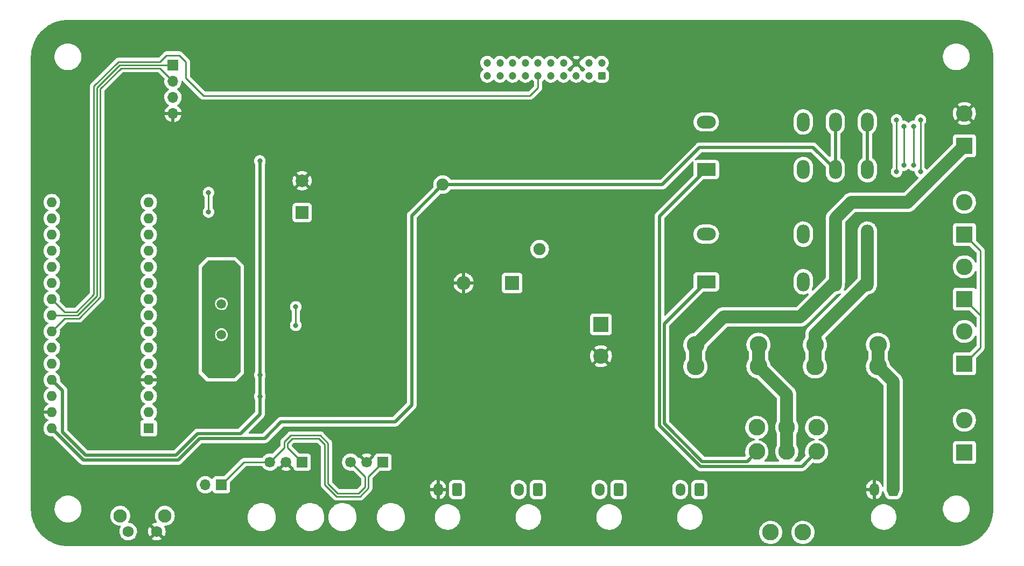
<source format=gbl>
G04 #@! TF.GenerationSoftware,KiCad,Pcbnew,(6.0.8-1)-1*
G04 #@! TF.CreationDate,2022-12-30T12:25:55-08:00*
G04 #@! TF.ProjectId,Urban Battery - BMS_complement,55726261-6e20-4426-9174-74657279202d,rev?*
G04 #@! TF.SameCoordinates,Original*
G04 #@! TF.FileFunction,Copper,L2,Bot*
G04 #@! TF.FilePolarity,Positive*
%FSLAX46Y46*%
G04 Gerber Fmt 4.6, Leading zero omitted, Abs format (unit mm)*
G04 Created by KiCad (PCBNEW (6.0.8-1)-1) date 2022-12-30 12:25:55*
%MOMM*%
%LPD*%
G01*
G04 APERTURE LIST*
G04 Aperture macros list*
%AMRoundRect*
0 Rectangle with rounded corners*
0 $1 Rounding radius*
0 $2 $3 $4 $5 $6 $7 $8 $9 X,Y pos of 4 corners*
0 Add a 4 corners polygon primitive as box body*
4,1,4,$2,$3,$4,$5,$6,$7,$8,$9,$2,$3,0*
0 Add four circle primitives for the rounded corners*
1,1,$1+$1,$2,$3*
1,1,$1+$1,$4,$5*
1,1,$1+$1,$6,$7*
1,1,$1+$1,$8,$9*
0 Add four rect primitives between the rounded corners*
20,1,$1+$1,$2,$3,$4,$5,0*
20,1,$1+$1,$4,$5,$6,$7,0*
20,1,$1+$1,$6,$7,$8,$9,0*
20,1,$1+$1,$8,$9,$2,$3,0*%
G04 Aperture macros list end*
G04 #@! TA.AperFunction,ComponentPad*
%ADD10RoundRect,0.250001X0.499999X0.759999X-0.499999X0.759999X-0.499999X-0.759999X0.499999X-0.759999X0*%
G04 #@! TD*
G04 #@! TA.AperFunction,ComponentPad*
%ADD11O,1.500000X2.020000*%
G04 #@! TD*
G04 #@! TA.AperFunction,ComponentPad*
%ADD12R,2.600000X2.600000*%
G04 #@! TD*
G04 #@! TA.AperFunction,ComponentPad*
%ADD13C,2.600000*%
G04 #@! TD*
G04 #@! TA.AperFunction,ComponentPad*
%ADD14R,1.600000X1.600000*%
G04 #@! TD*
G04 #@! TA.AperFunction,ComponentPad*
%ADD15O,1.600000X1.600000*%
G04 #@! TD*
G04 #@! TA.AperFunction,ComponentPad*
%ADD16C,2.780000*%
G04 #@! TD*
G04 #@! TA.AperFunction,ComponentPad*
%ADD17R,2.400000X2.400000*%
G04 #@! TD*
G04 #@! TA.AperFunction,ComponentPad*
%ADD18C,2.400000*%
G04 #@! TD*
G04 #@! TA.AperFunction,ComponentPad*
%ADD19O,2.000000X3.000000*%
G04 #@! TD*
G04 #@! TA.AperFunction,ComponentPad*
%ADD20R,3.000000X2.000000*%
G04 #@! TD*
G04 #@! TA.AperFunction,ComponentPad*
%ADD21O,3.000000X2.000000*%
G04 #@! TD*
G04 #@! TA.AperFunction,ComponentPad*
%ADD22R,2.200000X2.200000*%
G04 #@! TD*
G04 #@! TA.AperFunction,ComponentPad*
%ADD23O,2.200000X2.200000*%
G04 #@! TD*
G04 #@! TA.AperFunction,ComponentPad*
%ADD24R,1.700000X1.700000*%
G04 #@! TD*
G04 #@! TA.AperFunction,ComponentPad*
%ADD25O,1.700000X1.700000*%
G04 #@! TD*
G04 #@! TA.AperFunction,ComponentPad*
%ADD26C,1.500000*%
G04 #@! TD*
G04 #@! TA.AperFunction,ComponentPad*
%ADD27R,1.690000X1.690000*%
G04 #@! TD*
G04 #@! TA.AperFunction,ComponentPad*
%ADD28C,1.690000*%
G04 #@! TD*
G04 #@! TA.AperFunction,ComponentPad*
%ADD29C,2.616200*%
G04 #@! TD*
G04 #@! TA.AperFunction,ComponentPad*
%ADD30RoundRect,0.250000X0.350000X0.350000X-0.350000X0.350000X-0.350000X-0.350000X0.350000X-0.350000X0*%
G04 #@! TD*
G04 #@! TA.AperFunction,ComponentPad*
%ADD31C,1.200000*%
G04 #@! TD*
G04 #@! TA.AperFunction,ComponentPad*
%ADD32C,1.900000*%
G04 #@! TD*
G04 #@! TA.AperFunction,ComponentPad*
%ADD33C,2.100000*%
G04 #@! TD*
G04 #@! TA.AperFunction,ComponentPad*
%ADD34C,1.750000*%
G04 #@! TD*
G04 #@! TA.AperFunction,ComponentPad*
%ADD35R,2.000000X2.000000*%
G04 #@! TD*
G04 #@! TA.AperFunction,ComponentPad*
%ADD36C,2.000000*%
G04 #@! TD*
G04 #@! TA.AperFunction,ViaPad*
%ADD37C,0.800000*%
G04 #@! TD*
G04 #@! TA.AperFunction,Conductor*
%ADD38C,0.254000*%
G04 #@! TD*
G04 #@! TA.AperFunction,Conductor*
%ADD39C,0.508000*%
G04 #@! TD*
G04 #@! TA.AperFunction,Conductor*
%ADD40C,2.032000*%
G04 #@! TD*
G04 APERTURE END LIST*
D10*
X181840000Y-125220000D03*
D11*
X178840000Y-125220000D03*
D12*
X223520000Y-71120000D03*
D13*
X223520000Y-66040000D03*
D10*
X212320000Y-125220000D03*
D11*
X209320000Y-125220000D03*
D14*
X95240000Y-115570000D03*
D15*
X95240000Y-113030000D03*
X95240000Y-110490000D03*
X95240000Y-107950000D03*
X95240000Y-105410000D03*
X95240000Y-102870000D03*
X95240000Y-100330000D03*
X95240000Y-97790000D03*
X95240000Y-95250000D03*
X95240000Y-92710000D03*
X95240000Y-90170000D03*
X95240000Y-87630000D03*
X95240000Y-85090000D03*
X95240000Y-82550000D03*
X95240000Y-80010000D03*
X80000000Y-80010000D03*
X80000000Y-82550000D03*
X80000000Y-85090000D03*
X80000000Y-87630000D03*
X80000000Y-90170000D03*
X80000000Y-92710000D03*
X80000000Y-95250000D03*
X80000000Y-97790000D03*
X80000000Y-100330000D03*
X80000000Y-102870000D03*
X80000000Y-105410000D03*
X80000000Y-107950000D03*
X80000000Y-110490000D03*
X80000000Y-113030000D03*
X80000000Y-115570000D03*
D12*
X223520000Y-85095000D03*
D13*
X223520000Y-80015000D03*
D16*
X181222000Y-102440000D03*
X181222000Y-105840000D03*
X191142000Y-105840000D03*
X191142000Y-102440000D03*
D17*
X166370000Y-99232323D03*
D18*
X166370000Y-104232323D03*
D10*
X169140000Y-125220000D03*
D11*
X166140000Y-125220000D03*
D10*
X143740000Y-125220000D03*
D11*
X140740000Y-125220000D03*
D19*
X208262000Y-74870000D03*
X208262000Y-67370000D03*
X198182000Y-67370000D03*
X198182000Y-74870000D03*
D20*
X182922000Y-74870000D03*
D21*
X182922000Y-67370000D03*
D19*
X203222000Y-74870000D03*
X203222000Y-67370000D03*
D12*
X223520000Y-105410000D03*
D13*
X223520000Y-100330000D03*
D22*
X152400000Y-92710000D03*
D23*
X144780000Y-92710000D03*
D24*
X106680000Y-124460000D03*
D25*
X104140000Y-124460000D03*
D10*
X156440000Y-125220000D03*
D11*
X153440000Y-125220000D03*
D26*
X106680000Y-95975000D03*
X106680000Y-100855000D03*
D27*
X119380000Y-120905000D03*
D28*
X116840000Y-120905000D03*
X114300000Y-120905000D03*
D12*
X223520000Y-119380000D03*
D13*
X223520000Y-114300000D03*
D29*
X193040000Y-131953000D03*
X198120000Y-131953000D03*
X200279000Y-119253000D03*
X195580000Y-119253000D03*
X190881000Y-119253000D03*
X200279000Y-115443000D03*
X195580000Y-115443000D03*
X190881000Y-115443000D03*
D27*
X132080000Y-120905000D03*
D28*
X129540000Y-120905000D03*
X127000000Y-120905000D03*
D12*
X223520000Y-95250000D03*
D13*
X223520000Y-90170000D03*
D24*
X99060000Y-58420000D03*
D25*
X99060000Y-60960000D03*
X99060000Y-63500000D03*
X99060000Y-66040000D03*
D30*
X166480000Y-60080000D03*
D31*
X166480000Y-58080000D03*
X164480000Y-60080000D03*
X164480000Y-58080000D03*
X162480000Y-60080000D03*
X162480000Y-58080000D03*
X160480000Y-60080000D03*
X160480000Y-58080000D03*
X158480000Y-60080000D03*
X158480000Y-58080000D03*
X156480000Y-60080000D03*
X156480000Y-58080000D03*
X154480000Y-60080000D03*
X154480000Y-58080000D03*
X152480000Y-60080000D03*
X152480000Y-58080000D03*
X150480000Y-60080000D03*
X150480000Y-58080000D03*
X148480000Y-60080000D03*
X148480000Y-58080000D03*
D32*
X156718000Y-87376000D03*
X141478000Y-77216000D03*
D33*
X90760000Y-129338500D03*
X97770000Y-129338500D03*
D34*
X96520000Y-131828500D03*
X92020000Y-131828500D03*
D35*
X119380000Y-81615677D03*
D36*
X119380000Y-76615677D03*
D19*
X208262000Y-85023000D03*
X208262000Y-92523000D03*
X198182000Y-92523000D03*
X198182000Y-85023000D03*
D20*
X182922000Y-92523000D03*
D21*
X182922000Y-85023000D03*
D19*
X203222000Y-85023000D03*
X203222000Y-92523000D03*
D16*
X200018000Y-105840000D03*
X200018000Y-102440000D03*
X209938000Y-102440000D03*
X209938000Y-105840000D03*
D37*
X108458000Y-95504000D03*
X104648000Y-95504000D03*
X104902000Y-101346000D03*
X108458000Y-101346000D03*
X104648000Y-81534000D03*
X104648000Y-78486000D03*
X112725200Y-107188000D03*
X112725200Y-73507600D03*
X112725200Y-110540800D03*
X212852000Y-67056000D03*
X212852000Y-75184000D03*
X213969600Y-74168000D03*
X213969600Y-68072000D03*
X215493600Y-74168000D03*
X215493600Y-68072000D03*
X216611200Y-75184000D03*
X216611200Y-67056000D03*
X118364000Y-99364800D03*
X118364000Y-96469200D03*
D38*
X104648000Y-81534000D02*
X104648000Y-78486000D01*
X101092000Y-60452000D02*
X103886000Y-63246000D01*
X86614001Y-61765579D02*
X90467580Y-57912000D01*
X86614000Y-94531580D02*
X86614001Y-61765579D01*
X97028000Y-57912000D02*
X98044000Y-56896000D01*
X100076000Y-56896000D02*
X101092000Y-57912000D01*
X80000000Y-95250000D02*
X82032000Y-97282000D01*
X103886000Y-63246000D02*
X155194000Y-63246000D01*
X98044000Y-56896000D02*
X100076000Y-56896000D01*
X156480000Y-61960000D02*
X156480000Y-60080000D01*
X90467580Y-57912000D02*
X97028000Y-57912000D01*
X83863580Y-97282000D02*
X86614000Y-94531580D01*
X155194000Y-63246000D02*
X156480000Y-61960000D01*
X101092000Y-57912000D02*
X101092000Y-60452000D01*
X82032000Y-97282000D02*
X83863580Y-97282000D01*
X80000000Y-97790000D02*
X84074000Y-97790000D01*
X84074000Y-97790000D02*
X87122000Y-94742000D01*
X87122000Y-94742000D02*
X87122000Y-61976000D01*
X87122000Y-61976000D02*
X90678000Y-58420000D01*
X90678000Y-58420000D02*
X99060000Y-58420000D01*
D39*
X81686400Y-116178770D02*
X81686400Y-109636400D01*
X102960770Y-116382800D02*
X109677200Y-116382800D01*
X99557170Y-119786400D02*
X85294030Y-119786400D01*
X102960770Y-116382800D02*
X99557170Y-119786400D01*
X112725200Y-110540800D02*
X112725200Y-107188000D01*
X109677200Y-116382800D02*
X112725200Y-113334800D01*
X85294030Y-119786400D02*
X81686400Y-116178770D01*
X112725200Y-113334800D02*
X112725200Y-110540800D01*
X112725200Y-107188000D02*
X112725200Y-73507600D01*
X81686400Y-109636400D02*
X80000000Y-107950000D01*
X80000000Y-115570000D02*
X84978400Y-120548400D01*
X113487200Y-117144800D02*
X116078000Y-114554000D01*
X133959600Y-114554000D02*
X136601200Y-111912400D01*
X199726000Y-71374000D02*
X203222000Y-74870000D01*
X103276400Y-117144800D02*
X113487200Y-117144800D01*
X84978400Y-120548400D02*
X99872800Y-120548400D01*
X176022000Y-77216000D02*
X181864000Y-71374000D01*
X203222000Y-74870000D02*
X203222000Y-67370000D01*
X136601200Y-111912400D02*
X136601200Y-82092800D01*
X141478000Y-77216000D02*
X176022000Y-77216000D01*
X99872800Y-120548400D02*
X103276400Y-117144800D01*
X181864000Y-71374000D02*
X199726000Y-71374000D01*
X116078000Y-114554000D02*
X133959600Y-114554000D01*
X136601200Y-82092800D02*
X141478000Y-77216000D01*
D40*
X197701000Y-98044000D02*
X203222000Y-92523000D01*
X185618000Y-98044000D02*
X197701000Y-98044000D01*
X205740000Y-80010000D02*
X203222000Y-82528000D01*
X214630000Y-80010000D02*
X205740000Y-80010000D01*
X223520000Y-71120000D02*
X214630000Y-80010000D01*
X181222000Y-102440000D02*
X185618000Y-98044000D01*
X181222000Y-102440000D02*
X181222000Y-105840000D01*
X203222000Y-82528000D02*
X203222000Y-85023000D01*
X203222000Y-92523000D02*
X203222000Y-85023000D01*
D38*
X84284421Y-98297999D02*
X87630000Y-94952420D01*
X80000000Y-100330000D02*
X82032000Y-98298000D01*
X90888420Y-58928000D02*
X97028000Y-58928000D01*
X87630000Y-62186420D02*
X90888420Y-58928000D01*
X97028000Y-58928000D02*
X99060000Y-60960000D01*
X82032000Y-98298000D02*
X84284421Y-98297999D01*
X87630000Y-94952420D02*
X87630000Y-62186420D01*
D40*
X195580000Y-115443000D02*
X195580000Y-119253000D01*
X191142000Y-102440000D02*
X191142000Y-105840000D01*
X195580000Y-115443000D02*
X195580000Y-110278000D01*
X195580000Y-110278000D02*
X191142000Y-105840000D01*
D39*
X175564800Y-82227200D02*
X182922000Y-74870000D01*
X175564800Y-115163600D02*
X175564800Y-82227200D01*
X181965600Y-121564400D02*
X175564800Y-115163600D01*
X197967600Y-121564400D02*
X181965600Y-121564400D01*
X200279000Y-119253000D02*
X197967600Y-121564400D01*
X176326800Y-114847970D02*
X176326800Y-99118200D01*
X176326800Y-99118200D02*
X182922000Y-92523000D01*
X189331600Y-120802400D02*
X182281230Y-120802400D01*
X182281230Y-120802400D02*
X176326800Y-114847970D01*
X190881000Y-119253000D02*
X189331600Y-120802400D01*
D38*
X212852000Y-75184000D02*
X212852000Y-67056000D01*
X226060000Y-97790000D02*
X226060000Y-87635000D01*
X223520000Y-85095000D02*
X226060000Y-87635000D01*
X226060000Y-102870000D02*
X226060000Y-97790000D01*
X223520000Y-105410000D02*
X226060000Y-102870000D01*
X226060000Y-97790000D02*
X223520000Y-95250000D01*
X213969600Y-74168000D02*
X213969600Y-68072000D01*
X215493600Y-74168000D02*
X215493600Y-68072000D01*
X216611200Y-75184000D02*
X216611200Y-67056000D01*
X129794001Y-124971611D02*
X129794001Y-123190999D01*
X117094001Y-117910411D02*
X117808812Y-117195600D01*
X117808812Y-117195600D02*
X122017988Y-117195600D01*
X122936000Y-118113612D02*
X122936000Y-124463612D01*
X122936000Y-124463612D02*
X124761188Y-126288800D01*
X122017988Y-117195600D02*
X122936000Y-118113612D01*
X117094001Y-118619001D02*
X117094001Y-117910411D01*
X124761188Y-126288800D02*
X128476812Y-126288800D01*
X129794001Y-123190999D02*
X132080000Y-120905000D01*
X119380000Y-120905000D02*
X117094001Y-118619001D01*
X128476812Y-126288800D02*
X129794001Y-124971611D01*
X124971612Y-125780800D02*
X128266388Y-125780800D01*
X129285999Y-123190999D02*
X127000000Y-120905000D01*
X128266388Y-125780800D02*
X129285999Y-124761189D01*
X114300000Y-120905000D02*
X116585999Y-118619001D01*
X123444000Y-117903188D02*
X123444000Y-124253188D01*
X116585999Y-118619001D02*
X116585999Y-117699989D01*
X116585999Y-117699989D02*
X117598388Y-116687600D01*
X110235000Y-120905000D02*
X106680000Y-124460000D01*
X123444000Y-124253188D02*
X124971612Y-125780800D01*
X122228412Y-116687600D02*
X123444000Y-117903188D01*
X114300000Y-120905000D02*
X110235000Y-120905000D01*
X129285999Y-124761189D02*
X129285999Y-123190999D01*
X117598388Y-116687600D02*
X122228412Y-116687600D01*
D40*
X200018000Y-105840000D02*
X200018000Y-102440000D01*
X200018000Y-100767000D02*
X208262000Y-92523000D01*
X208262000Y-85023000D02*
X208262000Y-92523000D01*
X200018000Y-102440000D02*
X200018000Y-100767000D01*
D38*
X118364000Y-96469200D02*
X118364000Y-99364800D01*
D39*
X208262000Y-74870000D02*
X208262000Y-67370000D01*
D40*
X212320000Y-108222000D02*
X209938000Y-105840000D01*
X212320000Y-125220000D02*
X212320000Y-108222000D01*
X209938000Y-105840000D02*
X209938000Y-102440000D01*
G04 #@! TA.AperFunction,Conductor*
G36*
X108727931Y-89174002D02*
G01*
X108748905Y-89190905D01*
X109691095Y-90133095D01*
X109725121Y-90195407D01*
X109728000Y-90222190D01*
X109728000Y-106627810D01*
X109707998Y-106695931D01*
X109691095Y-106716905D01*
X108748905Y-107659095D01*
X108686593Y-107693121D01*
X108659810Y-107696000D01*
X104700190Y-107696000D01*
X104632069Y-107675998D01*
X104611095Y-107659095D01*
X103668905Y-106716905D01*
X103634879Y-106654593D01*
X103632000Y-106627810D01*
X103632000Y-100840907D01*
X105670738Y-100840907D01*
X105687222Y-101037209D01*
X105741521Y-101226570D01*
X105831566Y-101401779D01*
X105835389Y-101406603D01*
X105835392Y-101406607D01*
X105863045Y-101441496D01*
X105953927Y-101556160D01*
X105958620Y-101560154D01*
X105958621Y-101560155D01*
X105983447Y-101581283D01*
X106103945Y-101683835D01*
X106109323Y-101686841D01*
X106109325Y-101686842D01*
X106139019Y-101703437D01*
X106275904Y-101779940D01*
X106463255Y-101840814D01*
X106658862Y-101864139D01*
X106664997Y-101863667D01*
X106664999Y-101863667D01*
X106724801Y-101859065D01*
X106855274Y-101849026D01*
X107045009Y-101796050D01*
X107050513Y-101793270D01*
X107215341Y-101710010D01*
X107215343Y-101710009D01*
X107220842Y-101707231D01*
X107376074Y-101585950D01*
X107380100Y-101581286D01*
X107380103Y-101581283D01*
X107500764Y-101441496D01*
X107500765Y-101441494D01*
X107504793Y-101436828D01*
X107602096Y-101265544D01*
X107664277Y-101078622D01*
X107688966Y-100883183D01*
X107689360Y-100855000D01*
X107670137Y-100658948D01*
X107613200Y-100470363D01*
X107520717Y-100296429D01*
X107396212Y-100143770D01*
X107330894Y-100089734D01*
X107249177Y-100022132D01*
X107249174Y-100022130D01*
X107244427Y-100018203D01*
X107071143Y-99924508D01*
X106882960Y-99866256D01*
X106876835Y-99865612D01*
X106876834Y-99865612D01*
X106693176Y-99846309D01*
X106693174Y-99846309D01*
X106687047Y-99845665D01*
X106605018Y-99853130D01*
X106497004Y-99862960D01*
X106497001Y-99862961D01*
X106490865Y-99863519D01*
X106484959Y-99865257D01*
X106484955Y-99865258D01*
X106344775Y-99906516D01*
X106301887Y-99919138D01*
X106296427Y-99921992D01*
X106296428Y-99921992D01*
X106132772Y-100007549D01*
X106132768Y-100007552D01*
X106127312Y-100010404D01*
X105973788Y-100133840D01*
X105847163Y-100284745D01*
X105752262Y-100457371D01*
X105750398Y-100463246D01*
X105750397Y-100463249D01*
X105746269Y-100476263D01*
X105692697Y-100645142D01*
X105670738Y-100840907D01*
X103632000Y-100840907D01*
X103632000Y-95960907D01*
X105670738Y-95960907D01*
X105687222Y-96157209D01*
X105741521Y-96346570D01*
X105831566Y-96521779D01*
X105835389Y-96526603D01*
X105835392Y-96526607D01*
X105863045Y-96561496D01*
X105953927Y-96676160D01*
X105958620Y-96680154D01*
X105958621Y-96680155D01*
X105983447Y-96701283D01*
X106103945Y-96803835D01*
X106109323Y-96806841D01*
X106109325Y-96806842D01*
X106139019Y-96823437D01*
X106275904Y-96899940D01*
X106463255Y-96960814D01*
X106658862Y-96984139D01*
X106664997Y-96983667D01*
X106664999Y-96983667D01*
X106724801Y-96979065D01*
X106855274Y-96969026D01*
X107045009Y-96916050D01*
X107050513Y-96913270D01*
X107215341Y-96830010D01*
X107215343Y-96830009D01*
X107220842Y-96827231D01*
X107376074Y-96705950D01*
X107380100Y-96701286D01*
X107380103Y-96701283D01*
X107500764Y-96561496D01*
X107500765Y-96561494D01*
X107504793Y-96556828D01*
X107602096Y-96385544D01*
X107664277Y-96198622D01*
X107688966Y-96003183D01*
X107689360Y-95975000D01*
X107670137Y-95778948D01*
X107613200Y-95590363D01*
X107520717Y-95416429D01*
X107396212Y-95263770D01*
X107330893Y-95209734D01*
X107249177Y-95142132D01*
X107249174Y-95142130D01*
X107244427Y-95138203D01*
X107071143Y-95044508D01*
X106882960Y-94986256D01*
X106876835Y-94985612D01*
X106876834Y-94985612D01*
X106693176Y-94966309D01*
X106693174Y-94966309D01*
X106687047Y-94965665D01*
X106605018Y-94973130D01*
X106497004Y-94982960D01*
X106497001Y-94982961D01*
X106490865Y-94983519D01*
X106484959Y-94985257D01*
X106484955Y-94985258D01*
X106344775Y-95026516D01*
X106301887Y-95039138D01*
X106296427Y-95041992D01*
X106296428Y-95041992D01*
X106132772Y-95127549D01*
X106132768Y-95127552D01*
X106127312Y-95130404D01*
X105973788Y-95253840D01*
X105847163Y-95404745D01*
X105752262Y-95577371D01*
X105750398Y-95583246D01*
X105750397Y-95583249D01*
X105746269Y-95596263D01*
X105692697Y-95765142D01*
X105670738Y-95960907D01*
X103632000Y-95960907D01*
X103632000Y-90222190D01*
X103652002Y-90154069D01*
X103668905Y-90133095D01*
X104611095Y-89190905D01*
X104673407Y-89156879D01*
X104700190Y-89154000D01*
X108659810Y-89154000D01*
X108727931Y-89174002D01*
G37*
G04 #@! TD.AperFunction*
G04 #@! TA.AperFunction,Conductor*
G36*
X222220018Y-51310000D02*
G01*
X222234852Y-51312310D01*
X222234855Y-51312310D01*
X222243724Y-51313691D01*
X222252626Y-51312527D01*
X222252627Y-51312527D01*
X222265104Y-51310896D01*
X222286385Y-51309930D01*
X222703369Y-51326313D01*
X222713232Y-51327089D01*
X223158901Y-51379838D01*
X223168672Y-51381386D01*
X223392935Y-51425994D01*
X223608828Y-51468938D01*
X223618434Y-51471244D01*
X224050362Y-51593060D01*
X224059752Y-51596111D01*
X224480802Y-51751445D01*
X224489942Y-51755231D01*
X224897496Y-51943115D01*
X224906311Y-51947607D01*
X225297850Y-52166880D01*
X225306286Y-52172049D01*
X225679438Y-52421381D01*
X225687426Y-52427184D01*
X225839573Y-52547128D01*
X226039861Y-52705023D01*
X226047384Y-52711448D01*
X226195809Y-52848650D01*
X226376940Y-53016086D01*
X226383914Y-53023060D01*
X226551350Y-53204191D01*
X226688552Y-53352616D01*
X226694977Y-53360139D01*
X226972810Y-53712566D01*
X226978625Y-53720570D01*
X227227951Y-54093714D01*
X227233120Y-54102150D01*
X227452393Y-54493689D01*
X227456885Y-54502504D01*
X227644769Y-54910058D01*
X227648554Y-54919196D01*
X227798263Y-55324995D01*
X227803886Y-55340238D01*
X227806940Y-55349638D01*
X227903351Y-55691488D01*
X227928754Y-55781559D01*
X227931062Y-55791172D01*
X227955931Y-55916195D01*
X228018614Y-56231328D01*
X228020162Y-56241099D01*
X228072911Y-56686768D01*
X228073687Y-56696631D01*
X228089776Y-57106134D01*
X228088373Y-57130463D01*
X228087691Y-57134847D01*
X228086309Y-57143724D01*
X228087473Y-57152626D01*
X228087473Y-57152628D01*
X228090436Y-57175283D01*
X228091500Y-57191621D01*
X228091500Y-128220633D01*
X228090000Y-128240018D01*
X228086309Y-128263724D01*
X228087473Y-128272626D01*
X228087473Y-128272627D01*
X228089104Y-128285104D01*
X228090070Y-128306385D01*
X228073687Y-128723369D01*
X228072911Y-128733232D01*
X228020162Y-129178901D01*
X228018614Y-129188672D01*
X227996814Y-129298270D01*
X227933886Y-129614636D01*
X227931064Y-129628821D01*
X227928756Y-129638434D01*
X227808118Y-130066186D01*
X227806943Y-130070352D01*
X227803889Y-130079752D01*
X227653263Y-130488041D01*
X227648555Y-130500802D01*
X227644770Y-130509939D01*
X227464112Y-130901819D01*
X227456885Y-130917496D01*
X227452394Y-130926309D01*
X227442508Y-130943961D01*
X227233120Y-131317850D01*
X227227951Y-131326286D01*
X227193887Y-131377267D01*
X226990382Y-131681835D01*
X226978625Y-131699430D01*
X226972816Y-131707426D01*
X226874717Y-131831864D01*
X226694977Y-132059861D01*
X226688552Y-132067384D01*
X226638186Y-132121870D01*
X226383914Y-132396940D01*
X226376940Y-132403914D01*
X226195809Y-132571350D01*
X226047384Y-132708552D01*
X226039861Y-132714977D01*
X225901993Y-132823664D01*
X225687426Y-132992816D01*
X225679438Y-132998619D01*
X225438251Y-133159775D01*
X225306286Y-133247951D01*
X225297850Y-133253120D01*
X224906311Y-133472393D01*
X224897496Y-133476885D01*
X224489942Y-133664769D01*
X224480804Y-133668554D01*
X224059752Y-133823889D01*
X224050362Y-133826940D01*
X223618434Y-133948756D01*
X223608828Y-133951062D01*
X223392935Y-133994006D01*
X223168672Y-134038614D01*
X223158901Y-134040162D01*
X222713232Y-134092911D01*
X222703369Y-134093687D01*
X222293866Y-134109776D01*
X222269537Y-134108373D01*
X222265153Y-134107691D01*
X222265152Y-134107691D01*
X222256276Y-134106309D01*
X222247374Y-134107473D01*
X222247372Y-134107473D01*
X222232323Y-134109441D01*
X222224714Y-134110436D01*
X222208379Y-134111500D01*
X82599367Y-134111500D01*
X82579982Y-134110000D01*
X82565148Y-134107690D01*
X82565145Y-134107690D01*
X82556276Y-134106309D01*
X82547374Y-134107473D01*
X82547373Y-134107473D01*
X82534896Y-134109104D01*
X82513615Y-134110070D01*
X82096631Y-134093687D01*
X82086768Y-134092911D01*
X81641099Y-134040162D01*
X81631328Y-134038614D01*
X81407065Y-133994006D01*
X81191172Y-133951062D01*
X81181566Y-133948756D01*
X80749638Y-133826940D01*
X80740248Y-133823889D01*
X80319196Y-133668554D01*
X80310058Y-133664769D01*
X79902504Y-133476885D01*
X79893689Y-133472393D01*
X79502150Y-133253120D01*
X79493714Y-133247951D01*
X79361749Y-133159775D01*
X79120562Y-132998619D01*
X79112574Y-132992816D01*
X78898007Y-132823664D01*
X78760139Y-132714977D01*
X78752616Y-132708552D01*
X78604191Y-132571350D01*
X78423060Y-132403914D01*
X78416086Y-132396940D01*
X78161814Y-132121870D01*
X78111448Y-132067384D01*
X78105023Y-132059861D01*
X77925283Y-131831864D01*
X77827184Y-131707426D01*
X77821375Y-131699430D01*
X77809619Y-131681835D01*
X77606113Y-131377267D01*
X77572049Y-131326286D01*
X77566880Y-131317850D01*
X77357492Y-130943961D01*
X77347606Y-130926309D01*
X77343115Y-130917496D01*
X77335888Y-130901819D01*
X77155230Y-130509939D01*
X77151445Y-130500802D01*
X77146737Y-130488041D01*
X76996111Y-130079752D01*
X76993057Y-130070352D01*
X76991883Y-130066186D01*
X76871244Y-129638434D01*
X76868936Y-129628821D01*
X76866115Y-129614636D01*
X76803186Y-129298270D01*
X76781386Y-129188672D01*
X76779838Y-129178901D01*
X76727089Y-128733232D01*
X76726313Y-128723369D01*
X76713714Y-128402703D01*
X80440743Y-128402703D01*
X80441302Y-128406947D01*
X80441302Y-128406951D01*
X80443524Y-128423830D01*
X80478268Y-128687734D01*
X80554129Y-128965036D01*
X80555813Y-128968984D01*
X80658845Y-129210537D01*
X80666923Y-129229476D01*
X80710592Y-129302442D01*
X80811224Y-129470585D01*
X80814561Y-129476161D01*
X80994313Y-129700528D01*
X81051491Y-129754788D01*
X81193579Y-129889624D01*
X81202851Y-129898423D01*
X81436317Y-130066186D01*
X81440112Y-130068195D01*
X81440113Y-130068196D01*
X81481346Y-130090028D01*
X81690392Y-130200712D01*
X81709523Y-130207713D01*
X81951167Y-130296142D01*
X81960373Y-130299511D01*
X82241264Y-130360755D01*
X82245775Y-130361110D01*
X82464282Y-130378307D01*
X82464291Y-130378307D01*
X82466739Y-130378500D01*
X82622271Y-130378500D01*
X82624407Y-130378354D01*
X82624418Y-130378354D01*
X82832548Y-130364165D01*
X82832554Y-130364164D01*
X82836825Y-130363873D01*
X82841020Y-130363004D01*
X82841022Y-130363004D01*
X82977583Y-130334724D01*
X83118342Y-130305574D01*
X83389343Y-130209607D01*
X83527618Y-130138238D01*
X83641005Y-130079715D01*
X83641006Y-130079715D01*
X83644812Y-130077750D01*
X83648313Y-130075289D01*
X83648317Y-130075287D01*
X83762417Y-129995096D01*
X83880023Y-129912441D01*
X84059069Y-129746061D01*
X84087479Y-129719661D01*
X84087481Y-129719658D01*
X84090622Y-129716740D01*
X84272713Y-129494268D01*
X84368168Y-129338500D01*
X89196681Y-129338500D01*
X89215928Y-129583057D01*
X89217082Y-129587864D01*
X89217083Y-129587870D01*
X89247568Y-129714846D01*
X89273195Y-129821592D01*
X89367073Y-130048232D01*
X89422689Y-130138989D01*
X89489876Y-130248629D01*
X89495248Y-130257396D01*
X89498463Y-130261160D01*
X89498465Y-130261163D01*
X89598557Y-130378354D01*
X89654567Y-130443933D01*
X89658323Y-130447141D01*
X89791085Y-130560531D01*
X89841104Y-130603252D01*
X89845327Y-130605840D01*
X89845330Y-130605842D01*
X89876349Y-130624850D01*
X90050268Y-130731427D01*
X90194967Y-130791364D01*
X90272335Y-130823411D01*
X90272337Y-130823412D01*
X90276908Y-130825305D01*
X90359563Y-130845149D01*
X90510630Y-130881417D01*
X90510636Y-130881418D01*
X90515443Y-130882572D01*
X90749546Y-130900996D01*
X90815886Y-130926281D01*
X90858026Y-130983419D01*
X90862585Y-131054269D01*
X90843748Y-131097611D01*
X90815844Y-131138517D01*
X90815838Y-131138527D01*
X90812931Y-131142789D01*
X90810758Y-131147471D01*
X90810756Y-131147474D01*
X90727755Y-131326286D01*
X90717145Y-131349143D01*
X90688684Y-131451770D01*
X90661901Y-131548347D01*
X90656348Y-131568369D01*
X90655799Y-131573506D01*
X90636563Y-131753500D01*
X90632172Y-131794582D01*
X90632469Y-131799734D01*
X90632469Y-131799738D01*
X90634866Y-131841312D01*
X90645268Y-132021706D01*
X90646405Y-132026752D01*
X90646406Y-132026758D01*
X90654743Y-132063751D01*
X90695283Y-132243641D01*
X90780875Y-132454427D01*
X90899744Y-132648404D01*
X91048698Y-132820361D01*
X91223737Y-132965681D01*
X91228189Y-132968283D01*
X91228194Y-132968286D01*
X91366872Y-133049323D01*
X91420160Y-133080462D01*
X91632693Y-133161620D01*
X91637759Y-133162651D01*
X91637760Y-133162651D01*
X91736861Y-133182813D01*
X91855627Y-133206976D01*
X91983437Y-133211663D01*
X92077811Y-133215124D01*
X92077815Y-133215124D01*
X92082975Y-133215313D01*
X92088095Y-133214657D01*
X92088097Y-133214657D01*
X92303504Y-133187063D01*
X92303505Y-133187063D01*
X92308632Y-133186406D01*
X92313582Y-133184921D01*
X92521591Y-133122515D01*
X92521592Y-133122514D01*
X92526537Y-133121031D01*
X92730839Y-133020944D01*
X92735043Y-133017946D01*
X92735047Y-133017943D01*
X92799976Y-132971630D01*
X95741700Y-132971630D01*
X95746981Y-132978684D01*
X95915919Y-133077404D01*
X95925202Y-133081851D01*
X96128002Y-133159293D01*
X96137900Y-133162169D01*
X96350625Y-133205448D01*
X96360853Y-133206667D01*
X96577788Y-133214622D01*
X96588074Y-133214155D01*
X96803400Y-133186572D01*
X96813477Y-133184430D01*
X97021401Y-133122049D01*
X97030999Y-133118288D01*
X97225947Y-133022784D01*
X97234785Y-133017515D01*
X97287172Y-132980148D01*
X97295572Y-132969448D01*
X97288585Y-132956295D01*
X96532812Y-132200522D01*
X96518868Y-132192908D01*
X96517035Y-132193039D01*
X96510420Y-132197290D01*
X95748460Y-132959250D01*
X95741700Y-132971630D01*
X92799976Y-132971630D01*
X92911847Y-132891833D01*
X92911849Y-132891831D01*
X92916051Y-132888834D01*
X93077199Y-132728247D01*
X93131764Y-132652312D01*
X93206938Y-132547698D01*
X93206942Y-132547692D01*
X93209956Y-132543497D01*
X93310755Y-132339546D01*
X93376890Y-132121870D01*
X93385054Y-132059861D01*
X93406148Y-131899636D01*
X93406148Y-131899632D01*
X93406585Y-131896315D01*
X93408242Y-131828500D01*
X93405878Y-131799750D01*
X95132971Y-131799750D01*
X95145467Y-132016467D01*
X95146903Y-132026688D01*
X95194627Y-132238448D01*
X95197706Y-132248277D01*
X95279379Y-132449414D01*
X95284022Y-132458605D01*
X95368279Y-132596101D01*
X95378735Y-132605561D01*
X95387513Y-132601777D01*
X96147978Y-131841312D01*
X96155592Y-131827368D01*
X96155461Y-131825535D01*
X96151210Y-131818920D01*
X95391858Y-131059568D01*
X95380322Y-131053268D01*
X95368039Y-131062891D01*
X95316279Y-131138768D01*
X95311191Y-131147724D01*
X95219795Y-131344621D01*
X95216232Y-131354308D01*
X95158223Y-131563479D01*
X95156292Y-131573600D01*
X95133222Y-131789462D01*
X95132971Y-131799750D01*
X93405878Y-131799750D01*
X93389601Y-131601764D01*
X93334178Y-131381117D01*
X93243462Y-131172485D01*
X93119890Y-130981471D01*
X92966779Y-130813204D01*
X92807063Y-130687069D01*
X95743365Y-130687069D01*
X95750111Y-130699401D01*
X97648388Y-132597678D01*
X97660398Y-132604236D01*
X97672138Y-132595268D01*
X97706507Y-132547440D01*
X97711816Y-132538603D01*
X97807994Y-132344003D01*
X97811792Y-132334410D01*
X97874897Y-132126708D01*
X97877074Y-132116638D01*
X97904895Y-131905314D01*
X191218930Y-131905314D01*
X191219154Y-131909980D01*
X191219154Y-131909986D01*
X191221372Y-131956160D01*
X191231885Y-132175009D01*
X191284560Y-132439827D01*
X191375800Y-132693950D01*
X191503599Y-132931795D01*
X191506395Y-132935539D01*
X191506396Y-132935541D01*
X191539706Y-132980148D01*
X191665150Y-133148139D01*
X191668459Y-133151419D01*
X191668464Y-133151425D01*
X191853587Y-133334939D01*
X191856904Y-133338227D01*
X191860666Y-133340985D01*
X191860669Y-133340988D01*
X191981030Y-133429240D01*
X192074649Y-133497884D01*
X192078784Y-133500060D01*
X192078788Y-133500062D01*
X192204876Y-133566400D01*
X192313601Y-133623603D01*
X192568511Y-133712621D01*
X192833778Y-133762984D01*
X192961940Y-133768019D01*
X193098908Y-133773401D01*
X193098913Y-133773401D01*
X193103576Y-133773584D01*
X193200366Y-133762984D01*
X193367324Y-133744700D01*
X193367330Y-133744699D01*
X193371977Y-133744190D01*
X193497742Y-133711079D01*
X193628563Y-133676637D01*
X193628565Y-133676636D01*
X193633086Y-133675446D01*
X193881165Y-133568862D01*
X194037057Y-133472393D01*
X194106792Y-133429240D01*
X194106796Y-133429237D01*
X194110765Y-133426781D01*
X194316842Y-133252324D01*
X194349906Y-133214622D01*
X194491788Y-133052838D01*
X194491792Y-133052833D01*
X194494870Y-133049323D01*
X194511661Y-133023218D01*
X194638411Y-132826163D01*
X194638413Y-132826160D01*
X194640936Y-132822237D01*
X194751832Y-132576056D01*
X194802351Y-132396929D01*
X194823853Y-132320691D01*
X194823854Y-132320688D01*
X194825123Y-132316187D01*
X194849214Y-132126814D01*
X194858799Y-132051470D01*
X194858799Y-132051466D01*
X194859197Y-132048340D01*
X194861694Y-131953000D01*
X194861460Y-131949851D01*
X194858150Y-131905314D01*
X196298930Y-131905314D01*
X196299154Y-131909980D01*
X196299154Y-131909986D01*
X196301372Y-131956160D01*
X196311885Y-132175009D01*
X196364560Y-132439827D01*
X196455800Y-132693950D01*
X196583599Y-132931795D01*
X196586395Y-132935539D01*
X196586396Y-132935541D01*
X196619706Y-132980148D01*
X196745150Y-133148139D01*
X196748459Y-133151419D01*
X196748464Y-133151425D01*
X196933587Y-133334939D01*
X196936904Y-133338227D01*
X196940666Y-133340985D01*
X196940669Y-133340988D01*
X197061030Y-133429240D01*
X197154649Y-133497884D01*
X197158784Y-133500060D01*
X197158788Y-133500062D01*
X197284876Y-133566400D01*
X197393601Y-133623603D01*
X197648511Y-133712621D01*
X197913778Y-133762984D01*
X198041940Y-133768019D01*
X198178908Y-133773401D01*
X198178913Y-133773401D01*
X198183576Y-133773584D01*
X198280366Y-133762984D01*
X198447324Y-133744700D01*
X198447330Y-133744699D01*
X198451977Y-133744190D01*
X198577742Y-133711079D01*
X198708563Y-133676637D01*
X198708565Y-133676636D01*
X198713086Y-133675446D01*
X198961165Y-133568862D01*
X199117057Y-133472393D01*
X199186792Y-133429240D01*
X199186796Y-133429237D01*
X199190765Y-133426781D01*
X199396842Y-133252324D01*
X199429906Y-133214622D01*
X199571788Y-133052838D01*
X199571792Y-133052833D01*
X199574870Y-133049323D01*
X199591661Y-133023218D01*
X199718411Y-132826163D01*
X199718413Y-132826160D01*
X199720936Y-132822237D01*
X199831832Y-132576056D01*
X199882351Y-132396929D01*
X199903853Y-132320691D01*
X199903854Y-132320688D01*
X199905123Y-132316187D01*
X199929214Y-132126814D01*
X199938799Y-132051470D01*
X199938799Y-132051466D01*
X199939197Y-132048340D01*
X199941694Y-131953000D01*
X199941460Y-131949851D01*
X199922030Y-131688388D01*
X199922029Y-131688384D01*
X199921684Y-131683736D01*
X199864993Y-131433194D01*
X199863127Y-131424948D01*
X199863126Y-131424946D01*
X199862095Y-131420388D01*
X199764234Y-131168741D01*
X199662729Y-130991144D01*
X199632572Y-130938379D01*
X199632570Y-130938377D01*
X199630253Y-130934322D01*
X199463094Y-130722281D01*
X199266429Y-130537278D01*
X199101150Y-130422619D01*
X199048422Y-130386040D01*
X199048419Y-130386038D01*
X199044580Y-130383375D01*
X199040390Y-130381309D01*
X199040387Y-130381307D01*
X198806607Y-130266020D01*
X198806604Y-130266019D01*
X198802419Y-130263955D01*
X198772479Y-130254371D01*
X198699836Y-130231118D01*
X198545266Y-130181640D01*
X198540659Y-130180890D01*
X198540656Y-130180889D01*
X198283382Y-130138989D01*
X198283383Y-130138989D01*
X198278771Y-130138238D01*
X198147765Y-130136523D01*
X198013465Y-130134765D01*
X198013462Y-130134765D01*
X198008788Y-130134704D01*
X197741249Y-130171114D01*
X197736759Y-130172423D01*
X197736753Y-130172424D01*
X197646201Y-130198818D01*
X197482029Y-130246670D01*
X197477782Y-130248628D01*
X197477779Y-130248629D01*
X197387940Y-130290046D01*
X197236825Y-130359711D01*
X197211056Y-130376606D01*
X197014936Y-130505187D01*
X197014931Y-130505191D01*
X197011023Y-130507753D01*
X196947157Y-130564756D01*
X196843460Y-130657309D01*
X196809583Y-130687545D01*
X196636931Y-130895137D01*
X196634508Y-130899130D01*
X196514770Y-131096452D01*
X196496859Y-131125968D01*
X196495052Y-131130276D01*
X196495052Y-131130277D01*
X196401108Y-131354308D01*
X196392444Y-131374968D01*
X196391293Y-131379500D01*
X196391292Y-131379503D01*
X196366704Y-131476322D01*
X196325982Y-131636666D01*
X196298930Y-131905314D01*
X194858150Y-131905314D01*
X194842030Y-131688388D01*
X194842029Y-131688384D01*
X194841684Y-131683736D01*
X194784993Y-131433194D01*
X194783127Y-131424948D01*
X194783126Y-131424946D01*
X194782095Y-131420388D01*
X194684234Y-131168741D01*
X194582729Y-130991144D01*
X194552572Y-130938379D01*
X194552570Y-130938377D01*
X194550253Y-130934322D01*
X194383094Y-130722281D01*
X194186429Y-130537278D01*
X194021150Y-130422619D01*
X193968422Y-130386040D01*
X193968419Y-130386038D01*
X193964580Y-130383375D01*
X193960390Y-130381309D01*
X193960387Y-130381307D01*
X193726607Y-130266020D01*
X193726604Y-130266019D01*
X193722419Y-130263955D01*
X193692479Y-130254371D01*
X193619836Y-130231118D01*
X193465266Y-130181640D01*
X193460659Y-130180890D01*
X193460656Y-130180889D01*
X193203382Y-130138989D01*
X193203383Y-130138989D01*
X193198771Y-130138238D01*
X193067765Y-130136523D01*
X192933465Y-130134765D01*
X192933462Y-130134765D01*
X192928788Y-130134704D01*
X192661249Y-130171114D01*
X192656759Y-130172423D01*
X192656753Y-130172424D01*
X192566201Y-130198818D01*
X192402029Y-130246670D01*
X192397782Y-130248628D01*
X192397779Y-130248629D01*
X192307940Y-130290046D01*
X192156825Y-130359711D01*
X192131056Y-130376606D01*
X191934936Y-130505187D01*
X191934931Y-130505191D01*
X191931023Y-130507753D01*
X191867157Y-130564756D01*
X191763460Y-130657309D01*
X191729583Y-130687545D01*
X191556931Y-130895137D01*
X191554508Y-130899130D01*
X191434770Y-131096452D01*
X191416859Y-131125968D01*
X191415052Y-131130276D01*
X191415052Y-131130277D01*
X191321108Y-131354308D01*
X191312444Y-131374968D01*
X191311293Y-131379500D01*
X191311292Y-131379503D01*
X191286704Y-131476322D01*
X191245982Y-131636666D01*
X191218930Y-131905314D01*
X97904895Y-131905314D01*
X97905646Y-131899613D01*
X97906165Y-131892938D01*
X97907658Y-131831864D01*
X97907464Y-131825146D01*
X97889530Y-131607007D01*
X97887845Y-131596827D01*
X97834962Y-131386291D01*
X97831642Y-131376540D01*
X97745080Y-131177459D01*
X97740213Y-131168384D01*
X97692372Y-131094432D01*
X97672165Y-131026372D01*
X97691961Y-130958191D01*
X97745477Y-130911537D01*
X97788275Y-130900381D01*
X98014557Y-130882572D01*
X98019364Y-130881418D01*
X98019370Y-130881417D01*
X98170437Y-130845149D01*
X98253092Y-130825305D01*
X98257663Y-130823412D01*
X98257665Y-130823411D01*
X98335033Y-130791364D01*
X98479732Y-130731427D01*
X98653651Y-130624850D01*
X98684670Y-130605842D01*
X98684673Y-130605840D01*
X98688896Y-130603252D01*
X98738916Y-130560531D01*
X98871677Y-130447141D01*
X98875433Y-130443933D01*
X98931443Y-130378354D01*
X99031535Y-130261163D01*
X99031537Y-130261160D01*
X99034752Y-130257396D01*
X99040125Y-130248629D01*
X99107311Y-130138989D01*
X99162927Y-130048232D01*
X99256805Y-129821592D01*
X99282432Y-129714846D01*
X99312080Y-129591355D01*
X110817042Y-129591355D01*
X110817405Y-129595503D01*
X110817405Y-129595507D01*
X110826301Y-129697186D01*
X110842613Y-129883625D01*
X110843523Y-129887697D01*
X110843524Y-129887702D01*
X110899512Y-130138177D01*
X110906613Y-130169947D01*
X110908057Y-130173870D01*
X110908057Y-130173872D01*
X110917192Y-130198701D01*
X111007919Y-130445288D01*
X111009866Y-130448981D01*
X111009867Y-130448983D01*
X111142798Y-130701109D01*
X111144751Y-130704813D01*
X111314705Y-130943961D01*
X111514794Y-131158531D01*
X111741504Y-131344752D01*
X111990851Y-131499354D01*
X111994668Y-131501070D01*
X111994671Y-131501071D01*
X112065490Y-131532898D01*
X112258456Y-131619620D01*
X112315635Y-131636666D01*
X112535618Y-131702247D01*
X112535626Y-131702249D01*
X112539615Y-131703438D01*
X112543731Y-131704090D01*
X112543736Y-131704091D01*
X112825922Y-131748784D01*
X112825927Y-131748784D01*
X112829390Y-131749333D01*
X112878486Y-131751563D01*
X112919732Y-131753436D01*
X112919751Y-131753436D01*
X112921151Y-131753500D01*
X113104420Y-131753500D01*
X113322742Y-131738999D01*
X113610341Y-131681009D01*
X113825498Y-131606925D01*
X113883780Y-131586857D01*
X113883781Y-131586856D01*
X113887744Y-131585492D01*
X113891486Y-131583618D01*
X113891491Y-131583616D01*
X114146333Y-131456000D01*
X114146335Y-131455999D01*
X114150077Y-131454125D01*
X114266553Y-131374968D01*
X114389273Y-131291568D01*
X114389276Y-131291566D01*
X114392732Y-131289217D01*
X114395848Y-131286431D01*
X114608328Y-131096452D01*
X114608329Y-131096451D01*
X114611445Y-131093665D01*
X114802373Y-130870905D01*
X114892951Y-130731427D01*
X114959884Y-130628360D01*
X114959887Y-130628355D01*
X114962163Y-130624850D01*
X114972419Y-130603252D01*
X115058189Y-130422619D01*
X115088007Y-130359823D01*
X115105146Y-130306443D01*
X115159150Y-130138238D01*
X115177694Y-130080480D01*
X115229649Y-129791730D01*
X115238089Y-129605873D01*
X115238748Y-129591355D01*
X118437042Y-129591355D01*
X118437405Y-129595503D01*
X118437405Y-129595507D01*
X118446301Y-129697186D01*
X118462613Y-129883625D01*
X118463523Y-129887697D01*
X118463524Y-129887702D01*
X118519512Y-130138177D01*
X118526613Y-130169947D01*
X118528057Y-130173870D01*
X118528057Y-130173872D01*
X118537192Y-130198701D01*
X118627919Y-130445288D01*
X118629866Y-130448981D01*
X118629867Y-130448983D01*
X118762798Y-130701109D01*
X118764751Y-130704813D01*
X118934705Y-130943961D01*
X119134794Y-131158531D01*
X119361504Y-131344752D01*
X119610851Y-131499354D01*
X119614668Y-131501070D01*
X119614671Y-131501071D01*
X119685490Y-131532898D01*
X119878456Y-131619620D01*
X119935635Y-131636666D01*
X120155618Y-131702247D01*
X120155626Y-131702249D01*
X120159615Y-131703438D01*
X120163731Y-131704090D01*
X120163736Y-131704091D01*
X120445922Y-131748784D01*
X120445927Y-131748784D01*
X120449390Y-131749333D01*
X120498486Y-131751563D01*
X120539732Y-131753436D01*
X120539751Y-131753436D01*
X120541151Y-131753500D01*
X120724420Y-131753500D01*
X120942742Y-131738999D01*
X121230341Y-131681009D01*
X121445498Y-131606925D01*
X121503780Y-131586857D01*
X121503781Y-131586856D01*
X121507744Y-131585492D01*
X121511486Y-131583618D01*
X121511491Y-131583616D01*
X121766333Y-131456000D01*
X121766335Y-131455999D01*
X121770077Y-131454125D01*
X121886553Y-131374968D01*
X122009273Y-131291568D01*
X122009276Y-131291566D01*
X122012732Y-131289217D01*
X122015848Y-131286431D01*
X122228328Y-131096452D01*
X122228329Y-131096451D01*
X122231445Y-131093665D01*
X122422373Y-130870905D01*
X122512951Y-130731427D01*
X122579884Y-130628360D01*
X122579887Y-130628355D01*
X122582163Y-130624850D01*
X122592419Y-130603252D01*
X122678189Y-130422619D01*
X122708007Y-130359823D01*
X122725146Y-130306443D01*
X122779150Y-130138238D01*
X122797694Y-130080480D01*
X122849649Y-129791730D01*
X122858089Y-129605873D01*
X122858748Y-129591355D01*
X123517042Y-129591355D01*
X123517405Y-129595503D01*
X123517405Y-129595507D01*
X123526301Y-129697186D01*
X123542613Y-129883625D01*
X123543523Y-129887697D01*
X123543524Y-129887702D01*
X123599512Y-130138177D01*
X123606613Y-130169947D01*
X123608057Y-130173870D01*
X123608057Y-130173872D01*
X123617192Y-130198701D01*
X123707919Y-130445288D01*
X123709866Y-130448981D01*
X123709867Y-130448983D01*
X123842798Y-130701109D01*
X123844751Y-130704813D01*
X124014705Y-130943961D01*
X124214794Y-131158531D01*
X124441504Y-131344752D01*
X124690851Y-131499354D01*
X124694668Y-131501070D01*
X124694671Y-131501071D01*
X124765490Y-131532898D01*
X124958456Y-131619620D01*
X125015635Y-131636666D01*
X125235618Y-131702247D01*
X125235626Y-131702249D01*
X125239615Y-131703438D01*
X125243731Y-131704090D01*
X125243736Y-131704091D01*
X125525922Y-131748784D01*
X125525927Y-131748784D01*
X125529390Y-131749333D01*
X125578486Y-131751563D01*
X125619732Y-131753436D01*
X125619751Y-131753436D01*
X125621151Y-131753500D01*
X125804420Y-131753500D01*
X126022742Y-131738999D01*
X126310341Y-131681009D01*
X126525498Y-131606925D01*
X126583780Y-131586857D01*
X126583781Y-131586856D01*
X126587744Y-131585492D01*
X126591486Y-131583618D01*
X126591491Y-131583616D01*
X126846333Y-131456000D01*
X126846335Y-131455999D01*
X126850077Y-131454125D01*
X126966553Y-131374968D01*
X127089273Y-131291568D01*
X127089276Y-131291566D01*
X127092732Y-131289217D01*
X127095848Y-131286431D01*
X127308328Y-131096452D01*
X127308329Y-131096451D01*
X127311445Y-131093665D01*
X127502373Y-130870905D01*
X127592951Y-130731427D01*
X127659884Y-130628360D01*
X127659887Y-130628355D01*
X127662163Y-130624850D01*
X127672419Y-130603252D01*
X127758189Y-130422619D01*
X127788007Y-130359823D01*
X127805146Y-130306443D01*
X127859150Y-130138238D01*
X127877694Y-130080480D01*
X127929649Y-129791730D01*
X127938089Y-129605873D01*
X127938748Y-129591355D01*
X131137042Y-129591355D01*
X131137405Y-129595503D01*
X131137405Y-129595507D01*
X131146301Y-129697186D01*
X131162613Y-129883625D01*
X131163523Y-129887697D01*
X131163524Y-129887702D01*
X131219512Y-130138177D01*
X131226613Y-130169947D01*
X131228057Y-130173870D01*
X131228057Y-130173872D01*
X131237192Y-130198701D01*
X131327919Y-130445288D01*
X131329866Y-130448981D01*
X131329867Y-130448983D01*
X131462798Y-130701109D01*
X131464751Y-130704813D01*
X131634705Y-130943961D01*
X131834794Y-131158531D01*
X132061504Y-131344752D01*
X132310851Y-131499354D01*
X132314668Y-131501070D01*
X132314671Y-131501071D01*
X132385490Y-131532898D01*
X132578456Y-131619620D01*
X132635635Y-131636666D01*
X132855618Y-131702247D01*
X132855626Y-131702249D01*
X132859615Y-131703438D01*
X132863731Y-131704090D01*
X132863736Y-131704091D01*
X133145922Y-131748784D01*
X133145927Y-131748784D01*
X133149390Y-131749333D01*
X133198486Y-131751563D01*
X133239732Y-131753436D01*
X133239751Y-131753436D01*
X133241151Y-131753500D01*
X133424420Y-131753500D01*
X133642742Y-131738999D01*
X133930341Y-131681009D01*
X134145498Y-131606925D01*
X134203780Y-131586857D01*
X134203781Y-131586856D01*
X134207744Y-131585492D01*
X134211486Y-131583618D01*
X134211491Y-131583616D01*
X134466333Y-131456000D01*
X134466335Y-131455999D01*
X134470077Y-131454125D01*
X134586553Y-131374968D01*
X134709273Y-131291568D01*
X134709276Y-131291566D01*
X134712732Y-131289217D01*
X134715848Y-131286431D01*
X134928328Y-131096452D01*
X134928329Y-131096451D01*
X134931445Y-131093665D01*
X135122373Y-130870905D01*
X135212951Y-130731427D01*
X135279884Y-130628360D01*
X135279887Y-130628355D01*
X135282163Y-130624850D01*
X135292419Y-130603252D01*
X135378189Y-130422619D01*
X135408007Y-130359823D01*
X135425146Y-130306443D01*
X135479150Y-130138238D01*
X135497694Y-130080480D01*
X135549649Y-129791730D01*
X135558089Y-129605873D01*
X135562769Y-129502815D01*
X135562769Y-129502810D01*
X135562958Y-129498645D01*
X135562410Y-129492374D01*
X135560429Y-129469733D01*
X140227822Y-129469733D01*
X140227975Y-129474121D01*
X140227975Y-129474127D01*
X140236550Y-129719661D01*
X140237625Y-129750458D01*
X140238387Y-129754781D01*
X140238388Y-129754788D01*
X140264156Y-129900926D01*
X140286402Y-130027087D01*
X140373203Y-130294235D01*
X140375131Y-130298188D01*
X140375133Y-130298193D01*
X140420478Y-130391163D01*
X140496340Y-130546702D01*
X140498795Y-130550341D01*
X140498798Y-130550347D01*
X140549051Y-130624850D01*
X140653415Y-130779576D01*
X140841371Y-130988322D01*
X141056550Y-131168879D01*
X141294764Y-131317731D01*
X141423320Y-131374968D01*
X141525335Y-131420388D01*
X141551375Y-131431982D01*
X141821390Y-131509407D01*
X141825740Y-131510018D01*
X141825743Y-131510019D01*
X141928690Y-131524487D01*
X142099552Y-131548500D01*
X142310146Y-131548500D01*
X142312332Y-131548347D01*
X142312336Y-131548347D01*
X142515827Y-131534118D01*
X142515832Y-131534117D01*
X142520212Y-131533811D01*
X142794970Y-131475409D01*
X142799099Y-131473906D01*
X142799103Y-131473905D01*
X143054781Y-131380846D01*
X143054785Y-131380844D01*
X143058926Y-131379337D01*
X143306942Y-131247464D01*
X143403296Y-131177459D01*
X143530629Y-131084947D01*
X143530632Y-131084944D01*
X143534192Y-131082358D01*
X143736252Y-130887231D01*
X143909188Y-130665882D01*
X143911384Y-130662078D01*
X143911389Y-130662071D01*
X144037330Y-130443933D01*
X144049636Y-130422619D01*
X144154862Y-130162176D01*
X144160643Y-130138989D01*
X144221753Y-129893893D01*
X144221754Y-129893888D01*
X144222817Y-129889624D01*
X144229968Y-129821592D01*
X144251719Y-129614636D01*
X144251719Y-129614633D01*
X144252178Y-129610267D01*
X144248426Y-129502815D01*
X144247271Y-129469733D01*
X152927822Y-129469733D01*
X152927975Y-129474121D01*
X152927975Y-129474127D01*
X152936550Y-129719661D01*
X152937625Y-129750458D01*
X152938387Y-129754781D01*
X152938388Y-129754788D01*
X152964156Y-129900926D01*
X152986402Y-130027087D01*
X153073203Y-130294235D01*
X153075131Y-130298188D01*
X153075133Y-130298193D01*
X153120478Y-130391163D01*
X153196340Y-130546702D01*
X153198795Y-130550341D01*
X153198798Y-130550347D01*
X153249051Y-130624850D01*
X153353415Y-130779576D01*
X153541371Y-130988322D01*
X153756550Y-131168879D01*
X153994764Y-131317731D01*
X154123320Y-131374968D01*
X154225335Y-131420388D01*
X154251375Y-131431982D01*
X154521390Y-131509407D01*
X154525740Y-131510018D01*
X154525743Y-131510019D01*
X154628690Y-131524487D01*
X154799552Y-131548500D01*
X155010146Y-131548500D01*
X155012332Y-131548347D01*
X155012336Y-131548347D01*
X155215827Y-131534118D01*
X155215832Y-131534117D01*
X155220212Y-131533811D01*
X155494970Y-131475409D01*
X155499099Y-131473906D01*
X155499103Y-131473905D01*
X155754781Y-131380846D01*
X155754785Y-131380844D01*
X155758926Y-131379337D01*
X156006942Y-131247464D01*
X156103296Y-131177459D01*
X156230629Y-131084947D01*
X156230632Y-131084944D01*
X156234192Y-131082358D01*
X156436252Y-130887231D01*
X156609188Y-130665882D01*
X156611384Y-130662078D01*
X156611389Y-130662071D01*
X156737330Y-130443933D01*
X156749636Y-130422619D01*
X156854862Y-130162176D01*
X156860643Y-130138989D01*
X156921753Y-129893893D01*
X156921754Y-129893888D01*
X156922817Y-129889624D01*
X156929968Y-129821592D01*
X156951719Y-129614636D01*
X156951719Y-129614633D01*
X156952178Y-129610267D01*
X156948426Y-129502815D01*
X156947271Y-129469733D01*
X165627822Y-129469733D01*
X165627975Y-129474121D01*
X165627975Y-129474127D01*
X165636550Y-129719661D01*
X165637625Y-129750458D01*
X165638387Y-129754781D01*
X165638388Y-129754788D01*
X165664156Y-129900926D01*
X165686402Y-130027087D01*
X165773203Y-130294235D01*
X165775131Y-130298188D01*
X165775133Y-130298193D01*
X165820478Y-130391163D01*
X165896340Y-130546702D01*
X165898795Y-130550341D01*
X165898798Y-130550347D01*
X165949051Y-130624850D01*
X166053415Y-130779576D01*
X166241371Y-130988322D01*
X166456550Y-131168879D01*
X166694764Y-131317731D01*
X166823320Y-131374968D01*
X166925335Y-131420388D01*
X166951375Y-131431982D01*
X167221390Y-131509407D01*
X167225740Y-131510018D01*
X167225743Y-131510019D01*
X167328690Y-131524487D01*
X167499552Y-131548500D01*
X167710146Y-131548500D01*
X167712332Y-131548347D01*
X167712336Y-131548347D01*
X167915827Y-131534118D01*
X167915832Y-131534117D01*
X167920212Y-131533811D01*
X168194970Y-131475409D01*
X168199099Y-131473906D01*
X168199103Y-131473905D01*
X168454781Y-131380846D01*
X168454785Y-131380844D01*
X168458926Y-131379337D01*
X168706942Y-131247464D01*
X168803296Y-131177459D01*
X168930629Y-131084947D01*
X168930632Y-131084944D01*
X168934192Y-131082358D01*
X169136252Y-130887231D01*
X169309188Y-130665882D01*
X169311384Y-130662078D01*
X169311389Y-130662071D01*
X169437330Y-130443933D01*
X169449636Y-130422619D01*
X169554862Y-130162176D01*
X169560643Y-130138989D01*
X169621753Y-129893893D01*
X169621754Y-129893888D01*
X169622817Y-129889624D01*
X169629968Y-129821592D01*
X169651719Y-129614636D01*
X169651719Y-129614633D01*
X169652178Y-129610267D01*
X169648426Y-129502815D01*
X169647271Y-129469733D01*
X178327822Y-129469733D01*
X178327975Y-129474121D01*
X178327975Y-129474127D01*
X178336550Y-129719661D01*
X178337625Y-129750458D01*
X178338387Y-129754781D01*
X178338388Y-129754788D01*
X178364156Y-129900926D01*
X178386402Y-130027087D01*
X178473203Y-130294235D01*
X178475131Y-130298188D01*
X178475133Y-130298193D01*
X178520478Y-130391163D01*
X178596340Y-130546702D01*
X178598795Y-130550341D01*
X178598798Y-130550347D01*
X178649051Y-130624850D01*
X178753415Y-130779576D01*
X178941371Y-130988322D01*
X179156550Y-131168879D01*
X179394764Y-131317731D01*
X179523320Y-131374968D01*
X179625335Y-131420388D01*
X179651375Y-131431982D01*
X179921390Y-131509407D01*
X179925740Y-131510018D01*
X179925743Y-131510019D01*
X180028690Y-131524487D01*
X180199552Y-131548500D01*
X180410146Y-131548500D01*
X180412332Y-131548347D01*
X180412336Y-131548347D01*
X180615827Y-131534118D01*
X180615832Y-131534117D01*
X180620212Y-131533811D01*
X180894970Y-131475409D01*
X180899099Y-131473906D01*
X180899103Y-131473905D01*
X181154781Y-131380846D01*
X181154785Y-131380844D01*
X181158926Y-131379337D01*
X181406942Y-131247464D01*
X181503296Y-131177459D01*
X181630629Y-131084947D01*
X181630632Y-131084944D01*
X181634192Y-131082358D01*
X181836252Y-130887231D01*
X182009188Y-130665882D01*
X182011384Y-130662078D01*
X182011389Y-130662071D01*
X182137330Y-130443933D01*
X182149636Y-130422619D01*
X182254862Y-130162176D01*
X182260643Y-130138989D01*
X182321753Y-129893893D01*
X182321754Y-129893888D01*
X182322817Y-129889624D01*
X182329968Y-129821592D01*
X182351719Y-129614636D01*
X182351719Y-129614633D01*
X182352178Y-129610267D01*
X182348426Y-129502815D01*
X182347271Y-129469733D01*
X208807822Y-129469733D01*
X208807975Y-129474121D01*
X208807975Y-129474127D01*
X208816550Y-129719661D01*
X208817625Y-129750458D01*
X208818387Y-129754781D01*
X208818388Y-129754788D01*
X208844156Y-129900926D01*
X208866402Y-130027087D01*
X208953203Y-130294235D01*
X208955131Y-130298188D01*
X208955133Y-130298193D01*
X209000478Y-130391163D01*
X209076340Y-130546702D01*
X209078795Y-130550341D01*
X209078798Y-130550347D01*
X209129051Y-130624850D01*
X209233415Y-130779576D01*
X209421371Y-130988322D01*
X209636550Y-131168879D01*
X209874764Y-131317731D01*
X210003320Y-131374968D01*
X210105335Y-131420388D01*
X210131375Y-131431982D01*
X210401390Y-131509407D01*
X210405740Y-131510018D01*
X210405743Y-131510019D01*
X210508690Y-131524487D01*
X210679552Y-131548500D01*
X210890146Y-131548500D01*
X210892332Y-131548347D01*
X210892336Y-131548347D01*
X211095827Y-131534118D01*
X211095832Y-131534117D01*
X211100212Y-131533811D01*
X211374970Y-131475409D01*
X211379099Y-131473906D01*
X211379103Y-131473905D01*
X211634781Y-131380846D01*
X211634785Y-131380844D01*
X211638926Y-131379337D01*
X211886942Y-131247464D01*
X211983296Y-131177459D01*
X212110629Y-131084947D01*
X212110632Y-131084944D01*
X212114192Y-131082358D01*
X212316252Y-130887231D01*
X212489188Y-130665882D01*
X212491384Y-130662078D01*
X212491389Y-130662071D01*
X212617330Y-130443933D01*
X212629636Y-130422619D01*
X212734862Y-130162176D01*
X212740643Y-130138989D01*
X212801753Y-129893893D01*
X212801754Y-129893888D01*
X212802817Y-129889624D01*
X212809968Y-129821592D01*
X212831719Y-129614636D01*
X212831719Y-129614633D01*
X212832178Y-129610267D01*
X212828426Y-129502815D01*
X212822529Y-129333939D01*
X212822528Y-129333933D01*
X212822375Y-129329542D01*
X212816138Y-129294165D01*
X212774360Y-129057236D01*
X212773598Y-129052913D01*
X212686797Y-128785765D01*
X212656365Y-128723369D01*
X212619912Y-128648632D01*
X212563660Y-128533298D01*
X212561205Y-128529659D01*
X212561202Y-128529653D01*
X212474295Y-128400809D01*
X220140743Y-128400809D01*
X220141302Y-128405053D01*
X220141302Y-128405057D01*
X220149214Y-128465150D01*
X220178268Y-128685840D01*
X220179401Y-128689980D01*
X220179401Y-128689982D01*
X220189889Y-128728319D01*
X220254129Y-128963142D01*
X220255813Y-128967090D01*
X220359653Y-129210537D01*
X220366923Y-129227582D01*
X220380882Y-129250905D01*
X220509233Y-129465364D01*
X220514561Y-129474267D01*
X220694313Y-129698634D01*
X220792416Y-129791730D01*
X220895575Y-129889624D01*
X220902851Y-129896529D01*
X221078525Y-130022764D01*
X221119839Y-130052451D01*
X221136317Y-130064292D01*
X221140112Y-130066301D01*
X221140113Y-130066302D01*
X221159130Y-130076371D01*
X221390392Y-130198818D01*
X221660373Y-130297617D01*
X221941264Y-130358861D01*
X221953488Y-130359823D01*
X222164282Y-130376413D01*
X222164291Y-130376413D01*
X222166739Y-130376606D01*
X222322271Y-130376606D01*
X222324407Y-130376460D01*
X222324418Y-130376460D01*
X222532548Y-130362271D01*
X222532554Y-130362270D01*
X222536825Y-130361979D01*
X222541020Y-130361110D01*
X222541022Y-130361110D01*
X222722702Y-130323486D01*
X222818342Y-130303680D01*
X223089343Y-130207713D01*
X223344812Y-130075856D01*
X223348313Y-130073395D01*
X223348317Y-130073393D01*
X223462418Y-129993201D01*
X223580023Y-129910547D01*
X223712375Y-129787558D01*
X223787479Y-129717767D01*
X223787481Y-129717764D01*
X223790622Y-129714846D01*
X223972713Y-129492374D01*
X224122927Y-129247248D01*
X224145973Y-129194749D01*
X224236757Y-128987936D01*
X224238483Y-128984004D01*
X224317244Y-128707512D01*
X224357751Y-128422890D01*
X224357816Y-128410653D01*
X224359235Y-128139689D01*
X224359235Y-128139682D01*
X224359257Y-128135403D01*
X224356600Y-128115216D01*
X224332810Y-127934521D01*
X224321732Y-127850372D01*
X224316288Y-127830470D01*
X224297630Y-127762269D01*
X224245871Y-127573070D01*
X224202070Y-127470380D01*
X224134763Y-127312582D01*
X224134761Y-127312578D01*
X224133077Y-127308630D01*
X224058527Y-127184066D01*
X223987643Y-127065627D01*
X223987640Y-127065623D01*
X223985439Y-127061945D01*
X223805687Y-126837578D01*
X223659698Y-126699040D01*
X223600258Y-126642633D01*
X223600255Y-126642631D01*
X223597149Y-126639683D01*
X223363683Y-126471920D01*
X223350072Y-126464713D01*
X223239144Y-126405980D01*
X223109608Y-126337394D01*
X222865628Y-126248110D01*
X222843658Y-126240070D01*
X222843656Y-126240069D01*
X222839627Y-126238595D01*
X222558736Y-126177351D01*
X222527685Y-126174907D01*
X222335718Y-126159799D01*
X222335709Y-126159799D01*
X222333261Y-126159606D01*
X222177729Y-126159606D01*
X222175593Y-126159752D01*
X222175582Y-126159752D01*
X221967452Y-126173941D01*
X221967446Y-126173942D01*
X221963175Y-126174233D01*
X221958980Y-126175102D01*
X221958978Y-126175102D01*
X221822416Y-126203383D01*
X221681658Y-126232532D01*
X221410657Y-126328499D01*
X221155188Y-126460356D01*
X221151687Y-126462817D01*
X221151683Y-126462819D01*
X221141594Y-126469910D01*
X220919977Y-126625665D01*
X220867512Y-126674419D01*
X220713518Y-126817519D01*
X220709378Y-126821366D01*
X220527287Y-127043838D01*
X220377073Y-127288964D01*
X220375347Y-127292897D01*
X220375346Y-127292898D01*
X220264294Y-127545882D01*
X220261517Y-127552208D01*
X220260342Y-127556335D01*
X220260341Y-127556336D01*
X220256699Y-127569122D01*
X220182756Y-127828700D01*
X220142249Y-128113322D01*
X220142227Y-128117611D01*
X220142226Y-128117618D01*
X220140805Y-128388891D01*
X220140743Y-128400809D01*
X212474295Y-128400809D01*
X212471404Y-128396523D01*
X212406585Y-128300424D01*
X212402332Y-128295700D01*
X212243691Y-128119512D01*
X212218629Y-128091678D01*
X212003450Y-127911121D01*
X211765236Y-127762269D01*
X211508625Y-127648018D01*
X211353992Y-127603678D01*
X211242837Y-127571805D01*
X211242836Y-127571805D01*
X211238610Y-127570593D01*
X211234260Y-127569982D01*
X211234257Y-127569981D01*
X211121270Y-127554102D01*
X210960448Y-127531500D01*
X210749854Y-127531500D01*
X210747668Y-127531653D01*
X210747664Y-127531653D01*
X210544173Y-127545882D01*
X210544168Y-127545883D01*
X210539788Y-127546189D01*
X210265030Y-127604591D01*
X210260901Y-127606094D01*
X210260897Y-127606095D01*
X210005219Y-127699154D01*
X210005215Y-127699156D01*
X210001074Y-127700663D01*
X209753058Y-127832536D01*
X209749499Y-127835122D01*
X209749497Y-127835123D01*
X209531443Y-127993548D01*
X209525808Y-127997642D01*
X209323748Y-128192769D01*
X209150812Y-128414118D01*
X209148616Y-128417922D01*
X209148611Y-128417929D01*
X209034794Y-128615067D01*
X209010364Y-128657381D01*
X208905138Y-128917824D01*
X208904073Y-128922097D01*
X208904072Y-128922099D01*
X208838820Y-129183812D01*
X208837183Y-129190376D01*
X208836724Y-129194744D01*
X208836723Y-129194749D01*
X208808281Y-129465364D01*
X208807822Y-129469733D01*
X182347271Y-129469733D01*
X182342529Y-129333939D01*
X182342528Y-129333933D01*
X182342375Y-129329542D01*
X182336138Y-129294165D01*
X182294360Y-129057236D01*
X182293598Y-129052913D01*
X182206797Y-128785765D01*
X182176365Y-128723369D01*
X182139912Y-128648632D01*
X182083660Y-128533298D01*
X182081205Y-128529659D01*
X182081202Y-128529653D01*
X181991404Y-128396523D01*
X181926585Y-128300424D01*
X181922332Y-128295700D01*
X181763691Y-128119512D01*
X181738629Y-128091678D01*
X181523450Y-127911121D01*
X181285236Y-127762269D01*
X181028625Y-127648018D01*
X180873992Y-127603678D01*
X180762837Y-127571805D01*
X180762836Y-127571805D01*
X180758610Y-127570593D01*
X180754260Y-127569982D01*
X180754257Y-127569981D01*
X180641270Y-127554102D01*
X180480448Y-127531500D01*
X180269854Y-127531500D01*
X180267668Y-127531653D01*
X180267664Y-127531653D01*
X180064173Y-127545882D01*
X180064168Y-127545883D01*
X180059788Y-127546189D01*
X179785030Y-127604591D01*
X179780901Y-127606094D01*
X179780897Y-127606095D01*
X179525219Y-127699154D01*
X179525215Y-127699156D01*
X179521074Y-127700663D01*
X179273058Y-127832536D01*
X179269499Y-127835122D01*
X179269497Y-127835123D01*
X179051443Y-127993548D01*
X179045808Y-127997642D01*
X178843748Y-128192769D01*
X178670812Y-128414118D01*
X178668616Y-128417922D01*
X178668611Y-128417929D01*
X178554794Y-128615067D01*
X178530364Y-128657381D01*
X178425138Y-128917824D01*
X178424073Y-128922097D01*
X178424072Y-128922099D01*
X178358820Y-129183812D01*
X178357183Y-129190376D01*
X178356724Y-129194744D01*
X178356723Y-129194749D01*
X178328281Y-129465364D01*
X178327822Y-129469733D01*
X169647271Y-129469733D01*
X169642529Y-129333939D01*
X169642528Y-129333933D01*
X169642375Y-129329542D01*
X169636138Y-129294165D01*
X169594360Y-129057236D01*
X169593598Y-129052913D01*
X169506797Y-128785765D01*
X169476365Y-128723369D01*
X169439912Y-128648632D01*
X169383660Y-128533298D01*
X169381205Y-128529659D01*
X169381202Y-128529653D01*
X169291404Y-128396523D01*
X169226585Y-128300424D01*
X169222332Y-128295700D01*
X169063691Y-128119512D01*
X169038629Y-128091678D01*
X168823450Y-127911121D01*
X168585236Y-127762269D01*
X168328625Y-127648018D01*
X168173992Y-127603678D01*
X168062837Y-127571805D01*
X168062836Y-127571805D01*
X168058610Y-127570593D01*
X168054260Y-127569982D01*
X168054257Y-127569981D01*
X167941270Y-127554102D01*
X167780448Y-127531500D01*
X167569854Y-127531500D01*
X167567668Y-127531653D01*
X167567664Y-127531653D01*
X167364173Y-127545882D01*
X167364168Y-127545883D01*
X167359788Y-127546189D01*
X167085030Y-127604591D01*
X167080901Y-127606094D01*
X167080897Y-127606095D01*
X166825219Y-127699154D01*
X166825215Y-127699156D01*
X166821074Y-127700663D01*
X166573058Y-127832536D01*
X166569499Y-127835122D01*
X166569497Y-127835123D01*
X166351443Y-127993548D01*
X166345808Y-127997642D01*
X166143748Y-128192769D01*
X165970812Y-128414118D01*
X165968616Y-128417922D01*
X165968611Y-128417929D01*
X165854794Y-128615067D01*
X165830364Y-128657381D01*
X165725138Y-128917824D01*
X165724073Y-128922097D01*
X165724072Y-128922099D01*
X165658820Y-129183812D01*
X165657183Y-129190376D01*
X165656724Y-129194744D01*
X165656723Y-129194749D01*
X165628281Y-129465364D01*
X165627822Y-129469733D01*
X156947271Y-129469733D01*
X156942529Y-129333939D01*
X156942528Y-129333933D01*
X156942375Y-129329542D01*
X156936138Y-129294165D01*
X156894360Y-129057236D01*
X156893598Y-129052913D01*
X156806797Y-128785765D01*
X156776365Y-128723369D01*
X156739912Y-128648632D01*
X156683660Y-128533298D01*
X156681205Y-128529659D01*
X156681202Y-128529653D01*
X156591404Y-128396523D01*
X156526585Y-128300424D01*
X156522332Y-128295700D01*
X156363691Y-128119512D01*
X156338629Y-128091678D01*
X156123450Y-127911121D01*
X155885236Y-127762269D01*
X155628625Y-127648018D01*
X155473992Y-127603678D01*
X155362837Y-127571805D01*
X155362836Y-127571805D01*
X155358610Y-127570593D01*
X155354260Y-127569982D01*
X155354257Y-127569981D01*
X155241270Y-127554102D01*
X155080448Y-127531500D01*
X154869854Y-127531500D01*
X154867668Y-127531653D01*
X154867664Y-127531653D01*
X154664173Y-127545882D01*
X154664168Y-127545883D01*
X154659788Y-127546189D01*
X154385030Y-127604591D01*
X154380901Y-127606094D01*
X154380897Y-127606095D01*
X154125219Y-127699154D01*
X154125215Y-127699156D01*
X154121074Y-127700663D01*
X153873058Y-127832536D01*
X153869499Y-127835122D01*
X153869497Y-127835123D01*
X153651443Y-127993548D01*
X153645808Y-127997642D01*
X153443748Y-128192769D01*
X153270812Y-128414118D01*
X153268616Y-128417922D01*
X153268611Y-128417929D01*
X153154794Y-128615067D01*
X153130364Y-128657381D01*
X153025138Y-128917824D01*
X153024073Y-128922097D01*
X153024072Y-128922099D01*
X152958820Y-129183812D01*
X152957183Y-129190376D01*
X152956724Y-129194744D01*
X152956723Y-129194749D01*
X152928281Y-129465364D01*
X152927822Y-129469733D01*
X144247271Y-129469733D01*
X144242529Y-129333939D01*
X144242528Y-129333933D01*
X144242375Y-129329542D01*
X144236138Y-129294165D01*
X144194360Y-129057236D01*
X144193598Y-129052913D01*
X144106797Y-128785765D01*
X144076365Y-128723369D01*
X144039912Y-128648632D01*
X143983660Y-128533298D01*
X143981205Y-128529659D01*
X143981202Y-128529653D01*
X143891404Y-128396523D01*
X143826585Y-128300424D01*
X143822332Y-128295700D01*
X143663691Y-128119512D01*
X143638629Y-128091678D01*
X143423450Y-127911121D01*
X143185236Y-127762269D01*
X142928625Y-127648018D01*
X142773992Y-127603678D01*
X142662837Y-127571805D01*
X142662836Y-127571805D01*
X142658610Y-127570593D01*
X142654260Y-127569982D01*
X142654257Y-127569981D01*
X142541270Y-127554102D01*
X142380448Y-127531500D01*
X142169854Y-127531500D01*
X142167668Y-127531653D01*
X142167664Y-127531653D01*
X141964173Y-127545882D01*
X141964168Y-127545883D01*
X141959788Y-127546189D01*
X141685030Y-127604591D01*
X141680901Y-127606094D01*
X141680897Y-127606095D01*
X141425219Y-127699154D01*
X141425215Y-127699156D01*
X141421074Y-127700663D01*
X141173058Y-127832536D01*
X141169499Y-127835122D01*
X141169497Y-127835123D01*
X140951443Y-127993548D01*
X140945808Y-127997642D01*
X140743748Y-128192769D01*
X140570812Y-128414118D01*
X140568616Y-128417922D01*
X140568611Y-128417929D01*
X140454794Y-128615067D01*
X140430364Y-128657381D01*
X140325138Y-128917824D01*
X140324073Y-128922097D01*
X140324072Y-128922099D01*
X140258820Y-129183812D01*
X140257183Y-129190376D01*
X140256724Y-129194744D01*
X140256723Y-129194749D01*
X140228281Y-129465364D01*
X140227822Y-129469733D01*
X135560429Y-129469733D01*
X135540914Y-129246689D01*
X135537387Y-129206375D01*
X135536476Y-129202298D01*
X135474299Y-128924131D01*
X135474297Y-128924124D01*
X135473387Y-128920053D01*
X135372081Y-128644712D01*
X135235249Y-128385187D01*
X135065295Y-128146039D01*
X134865206Y-127931469D01*
X134638496Y-127745248D01*
X134389149Y-127590646D01*
X134385332Y-127588930D01*
X134385329Y-127588929D01*
X134257883Y-127531653D01*
X134121544Y-127470380D01*
X134033594Y-127444161D01*
X133844382Y-127387753D01*
X133844374Y-127387751D01*
X133840385Y-127386562D01*
X133836269Y-127385910D01*
X133836264Y-127385909D01*
X133554078Y-127341216D01*
X133554073Y-127341216D01*
X133550610Y-127340667D01*
X133501514Y-127338437D01*
X133460268Y-127336564D01*
X133460249Y-127336564D01*
X133458849Y-127336500D01*
X133275580Y-127336500D01*
X133057258Y-127351001D01*
X132769659Y-127408991D01*
X132492256Y-127504508D01*
X132488514Y-127506382D01*
X132488509Y-127506384D01*
X132289392Y-127606095D01*
X132229923Y-127635875D01*
X132226458Y-127638230D01*
X131994920Y-127795583D01*
X131987268Y-127800783D01*
X131984152Y-127803569D01*
X131951295Y-127832947D01*
X131768555Y-127996335D01*
X131577627Y-128219095D01*
X131562508Y-128242376D01*
X131441290Y-128429036D01*
X131417837Y-128465150D01*
X131291993Y-128730177D01*
X131202306Y-129009520D01*
X131150351Y-129298270D01*
X131142972Y-129460767D01*
X131137419Y-129583057D01*
X131137042Y-129591355D01*
X127938748Y-129591355D01*
X127942769Y-129502815D01*
X127942769Y-129502810D01*
X127942958Y-129498645D01*
X127942410Y-129492374D01*
X127920914Y-129246689D01*
X127917387Y-129206375D01*
X127916476Y-129202298D01*
X127854299Y-128924131D01*
X127854297Y-128924124D01*
X127853387Y-128920053D01*
X127752081Y-128644712D01*
X127615249Y-128385187D01*
X127445295Y-128146039D01*
X127245206Y-127931469D01*
X127018496Y-127745248D01*
X126769149Y-127590646D01*
X126765332Y-127588930D01*
X126765329Y-127588929D01*
X126637883Y-127531653D01*
X126501544Y-127470380D01*
X126413594Y-127444161D01*
X126224382Y-127387753D01*
X126224374Y-127387751D01*
X126220385Y-127386562D01*
X126216269Y-127385910D01*
X126216264Y-127385909D01*
X125934078Y-127341216D01*
X125934073Y-127341216D01*
X125930610Y-127340667D01*
X125881514Y-127338437D01*
X125840268Y-127336564D01*
X125840249Y-127336564D01*
X125838849Y-127336500D01*
X125655580Y-127336500D01*
X125437258Y-127351001D01*
X125149659Y-127408991D01*
X124872256Y-127504508D01*
X124868514Y-127506382D01*
X124868509Y-127506384D01*
X124669392Y-127606095D01*
X124609923Y-127635875D01*
X124606458Y-127638230D01*
X124374920Y-127795583D01*
X124367268Y-127800783D01*
X124364152Y-127803569D01*
X124331295Y-127832947D01*
X124148555Y-127996335D01*
X123957627Y-128219095D01*
X123942508Y-128242376D01*
X123821290Y-128429036D01*
X123797837Y-128465150D01*
X123671993Y-128730177D01*
X123582306Y-129009520D01*
X123530351Y-129298270D01*
X123522972Y-129460767D01*
X123517419Y-129583057D01*
X123517042Y-129591355D01*
X122858748Y-129591355D01*
X122862769Y-129502815D01*
X122862769Y-129502810D01*
X122862958Y-129498645D01*
X122862410Y-129492374D01*
X122840914Y-129246689D01*
X122837387Y-129206375D01*
X122836476Y-129202298D01*
X122774299Y-128924131D01*
X122774297Y-128924124D01*
X122773387Y-128920053D01*
X122672081Y-128644712D01*
X122535249Y-128385187D01*
X122365295Y-128146039D01*
X122165206Y-127931469D01*
X121938496Y-127745248D01*
X121689149Y-127590646D01*
X121685332Y-127588930D01*
X121685329Y-127588929D01*
X121557883Y-127531653D01*
X121421544Y-127470380D01*
X121333594Y-127444161D01*
X121144382Y-127387753D01*
X121144374Y-127387751D01*
X121140385Y-127386562D01*
X121136269Y-127385910D01*
X121136264Y-127385909D01*
X120854078Y-127341216D01*
X120854073Y-127341216D01*
X120850610Y-127340667D01*
X120801514Y-127338437D01*
X120760268Y-127336564D01*
X120760249Y-127336564D01*
X120758849Y-127336500D01*
X120575580Y-127336500D01*
X120357258Y-127351001D01*
X120069659Y-127408991D01*
X119792256Y-127504508D01*
X119788514Y-127506382D01*
X119788509Y-127506384D01*
X119589392Y-127606095D01*
X119529923Y-127635875D01*
X119526458Y-127638230D01*
X119294920Y-127795583D01*
X119287268Y-127800783D01*
X119284152Y-127803569D01*
X119251295Y-127832947D01*
X119068555Y-127996335D01*
X118877627Y-128219095D01*
X118862508Y-128242376D01*
X118741290Y-128429036D01*
X118717837Y-128465150D01*
X118591993Y-128730177D01*
X118502306Y-129009520D01*
X118450351Y-129298270D01*
X118442972Y-129460767D01*
X118437419Y-129583057D01*
X118437042Y-129591355D01*
X115238748Y-129591355D01*
X115242769Y-129502815D01*
X115242769Y-129502810D01*
X115242958Y-129498645D01*
X115242410Y-129492374D01*
X115220914Y-129246689D01*
X115217387Y-129206375D01*
X115216476Y-129202298D01*
X115154299Y-128924131D01*
X115154297Y-128924124D01*
X115153387Y-128920053D01*
X115052081Y-128644712D01*
X114915249Y-128385187D01*
X114745295Y-128146039D01*
X114545206Y-127931469D01*
X114318496Y-127745248D01*
X114069149Y-127590646D01*
X114065332Y-127588930D01*
X114065329Y-127588929D01*
X113937883Y-127531653D01*
X113801544Y-127470380D01*
X113713594Y-127444161D01*
X113524382Y-127387753D01*
X113524374Y-127387751D01*
X113520385Y-127386562D01*
X113516269Y-127385910D01*
X113516264Y-127385909D01*
X113234078Y-127341216D01*
X113234073Y-127341216D01*
X113230610Y-127340667D01*
X113181514Y-127338437D01*
X113140268Y-127336564D01*
X113140249Y-127336564D01*
X113138849Y-127336500D01*
X112955580Y-127336500D01*
X112737258Y-127351001D01*
X112449659Y-127408991D01*
X112172256Y-127504508D01*
X112168514Y-127506382D01*
X112168509Y-127506384D01*
X111969392Y-127606095D01*
X111909923Y-127635875D01*
X111906458Y-127638230D01*
X111674920Y-127795583D01*
X111667268Y-127800783D01*
X111664152Y-127803569D01*
X111631295Y-127832947D01*
X111448555Y-127996335D01*
X111257627Y-128219095D01*
X111242508Y-128242376D01*
X111121290Y-128429036D01*
X111097837Y-128465150D01*
X110971993Y-128730177D01*
X110882306Y-129009520D01*
X110830351Y-129298270D01*
X110822972Y-129460767D01*
X110817419Y-129583057D01*
X110817042Y-129591355D01*
X99312080Y-129591355D01*
X99312917Y-129587870D01*
X99312918Y-129587864D01*
X99314072Y-129583057D01*
X99333319Y-129338500D01*
X99314072Y-129093943D01*
X99305260Y-129057236D01*
X99271790Y-128917824D01*
X99256805Y-128855408D01*
X99162927Y-128628768D01*
X99064979Y-128468930D01*
X99037342Y-128423830D01*
X99037340Y-128423827D01*
X99034752Y-128419604D01*
X99030067Y-128414118D01*
X98878641Y-128236823D01*
X98875433Y-128233067D01*
X98828251Y-128192769D01*
X98692663Y-128076965D01*
X98692660Y-128076963D01*
X98688896Y-128073748D01*
X98684673Y-128071160D01*
X98684670Y-128071158D01*
X98615485Y-128028762D01*
X98479732Y-127945573D01*
X98335033Y-127885636D01*
X98257665Y-127853589D01*
X98257663Y-127853588D01*
X98253092Y-127851695D01*
X98157311Y-127828700D01*
X98019370Y-127795583D01*
X98019364Y-127795582D01*
X98014557Y-127794428D01*
X97770000Y-127775181D01*
X97525443Y-127794428D01*
X97520636Y-127795582D01*
X97520630Y-127795583D01*
X97382689Y-127828700D01*
X97286908Y-127851695D01*
X97282337Y-127853588D01*
X97282335Y-127853589D01*
X97204967Y-127885636D01*
X97060268Y-127945573D01*
X96924515Y-128028762D01*
X96855330Y-128071158D01*
X96855327Y-128071160D01*
X96851104Y-128073748D01*
X96847340Y-128076963D01*
X96847337Y-128076965D01*
X96711749Y-128192769D01*
X96664567Y-128233067D01*
X96661359Y-128236823D01*
X96509934Y-128414118D01*
X96505248Y-128419604D01*
X96502660Y-128423827D01*
X96502658Y-128423830D01*
X96475021Y-128468930D01*
X96377073Y-128628768D01*
X96283195Y-128855408D01*
X96268210Y-128917824D01*
X96234741Y-129057236D01*
X96225928Y-129093943D01*
X96206681Y-129338500D01*
X96225928Y-129583057D01*
X96227082Y-129587864D01*
X96227083Y-129587870D01*
X96257568Y-129714846D01*
X96283195Y-129821592D01*
X96377073Y-130048232D01*
X96503752Y-130254954D01*
X96522289Y-130323486D01*
X96500832Y-130391163D01*
X96446193Y-130436496D01*
X96415377Y-130445337D01*
X96203507Y-130477758D01*
X96193479Y-130480147D01*
X95987147Y-130547587D01*
X95977637Y-130551584D01*
X95785095Y-130651815D01*
X95776370Y-130657309D01*
X95751819Y-130675743D01*
X95743365Y-130687069D01*
X92807063Y-130687069D01*
X92788241Y-130672204D01*
X92589072Y-130562257D01*
X92584203Y-130560533D01*
X92584199Y-130560531D01*
X92379496Y-130488041D01*
X92379492Y-130488040D01*
X92374621Y-130486315D01*
X92369528Y-130485408D01*
X92369525Y-130485407D01*
X92155734Y-130447325D01*
X92155728Y-130447324D01*
X92150645Y-130446419D01*
X92142620Y-130446321D01*
X92132497Y-130446197D01*
X92064626Y-130425363D01*
X92018793Y-130371142D01*
X92009549Y-130300750D01*
X92026604Y-130254374D01*
X92152927Y-130048232D01*
X92246805Y-129821592D01*
X92272432Y-129714846D01*
X92302917Y-129587870D01*
X92302918Y-129587864D01*
X92304072Y-129583057D01*
X92323319Y-129338500D01*
X92304072Y-129093943D01*
X92295260Y-129057236D01*
X92261790Y-128917824D01*
X92246805Y-128855408D01*
X92152927Y-128628768D01*
X92054979Y-128468930D01*
X92027342Y-128423830D01*
X92027340Y-128423827D01*
X92024752Y-128419604D01*
X92020067Y-128414118D01*
X91868641Y-128236823D01*
X91865433Y-128233067D01*
X91818251Y-128192769D01*
X91682663Y-128076965D01*
X91682660Y-128076963D01*
X91678896Y-128073748D01*
X91674673Y-128071160D01*
X91674670Y-128071158D01*
X91605485Y-128028762D01*
X91469732Y-127945573D01*
X91325033Y-127885636D01*
X91247665Y-127853589D01*
X91247663Y-127853588D01*
X91243092Y-127851695D01*
X91147311Y-127828700D01*
X91009370Y-127795583D01*
X91009364Y-127795582D01*
X91004557Y-127794428D01*
X90760000Y-127775181D01*
X90515443Y-127794428D01*
X90510636Y-127795582D01*
X90510630Y-127795583D01*
X90372689Y-127828700D01*
X90276908Y-127851695D01*
X90272337Y-127853588D01*
X90272335Y-127853589D01*
X90194967Y-127885636D01*
X90050268Y-127945573D01*
X89914515Y-128028762D01*
X89845330Y-128071158D01*
X89845327Y-128071160D01*
X89841104Y-128073748D01*
X89837340Y-128076963D01*
X89837337Y-128076965D01*
X89701749Y-128192769D01*
X89654567Y-128233067D01*
X89651359Y-128236823D01*
X89499934Y-128414118D01*
X89495248Y-128419604D01*
X89492660Y-128423827D01*
X89492658Y-128423830D01*
X89465021Y-128468930D01*
X89367073Y-128628768D01*
X89273195Y-128855408D01*
X89258210Y-128917824D01*
X89224741Y-129057236D01*
X89215928Y-129093943D01*
X89196681Y-129338500D01*
X84368168Y-129338500D01*
X84422927Y-129249142D01*
X84448724Y-129190376D01*
X84536757Y-128989830D01*
X84538483Y-128985898D01*
X84540199Y-128979876D01*
X84594299Y-128789954D01*
X84617244Y-128709406D01*
X84657751Y-128424784D01*
X84657779Y-128419604D01*
X84659235Y-128141583D01*
X84659235Y-128141576D01*
X84659257Y-128137297D01*
X84658449Y-128131155D01*
X84640332Y-127993548D01*
X84621732Y-127852266D01*
X84545871Y-127574964D01*
X84450224Y-127350724D01*
X84434763Y-127314476D01*
X84434761Y-127314472D01*
X84433077Y-127310524D01*
X84285439Y-127063839D01*
X84105687Y-126839472D01*
X83961376Y-126702526D01*
X83900258Y-126644527D01*
X83900255Y-126644525D01*
X83897149Y-126641577D01*
X83663683Y-126473814D01*
X83641843Y-126462250D01*
X83549832Y-126413533D01*
X83409608Y-126339288D01*
X83274617Y-126289888D01*
X83143658Y-126241964D01*
X83143656Y-126241963D01*
X83139627Y-126240489D01*
X82858736Y-126179245D01*
X82827685Y-126176801D01*
X82635718Y-126161693D01*
X82635709Y-126161693D01*
X82633261Y-126161500D01*
X82477729Y-126161500D01*
X82475593Y-126161646D01*
X82475582Y-126161646D01*
X82267452Y-126175835D01*
X82267446Y-126175836D01*
X82263175Y-126176127D01*
X82258980Y-126176996D01*
X82258978Y-126176996D01*
X82122416Y-126205277D01*
X81981658Y-126234426D01*
X81710657Y-126330393D01*
X81706848Y-126332359D01*
X81472523Y-126453303D01*
X81455188Y-126462250D01*
X81451687Y-126464711D01*
X81451683Y-126464713D01*
X81435167Y-126476321D01*
X81219977Y-126627559D01*
X81165242Y-126678422D01*
X81014560Y-126818445D01*
X81009378Y-126823260D01*
X80827287Y-127045732D01*
X80677073Y-127290858D01*
X80675347Y-127294791D01*
X80675346Y-127294792D01*
X80598268Y-127470380D01*
X80561517Y-127554102D01*
X80560342Y-127558229D01*
X80560341Y-127558230D01*
X80534764Y-127648018D01*
X80482756Y-127830594D01*
X80459168Y-127996335D01*
X80446001Y-128088856D01*
X80442249Y-128115216D01*
X80442227Y-128119505D01*
X80442226Y-128119512D01*
X80440815Y-128388891D01*
X80440743Y-128402703D01*
X76713714Y-128402703D01*
X76710372Y-128317645D01*
X76712021Y-128291794D01*
X76713576Y-128282552D01*
X76713729Y-128270000D01*
X76709773Y-128242376D01*
X76708500Y-128224514D01*
X76708500Y-124426695D01*
X102777251Y-124426695D01*
X102777548Y-124431848D01*
X102777548Y-124431851D01*
X102788989Y-124630280D01*
X102790110Y-124649715D01*
X102791247Y-124654761D01*
X102791248Y-124654767D01*
X102803784Y-124710390D01*
X102839222Y-124867639D01*
X102923266Y-125074616D01*
X102925965Y-125079020D01*
X103031662Y-125251502D01*
X103039987Y-125265088D01*
X103186250Y-125433938D01*
X103313752Y-125539792D01*
X103350196Y-125570048D01*
X103358126Y-125576632D01*
X103551000Y-125689338D01*
X103555825Y-125691180D01*
X103555826Y-125691181D01*
X103628612Y-125718975D01*
X103759692Y-125769030D01*
X103764760Y-125770061D01*
X103764763Y-125770062D01*
X103872017Y-125791883D01*
X103978597Y-125813567D01*
X103983772Y-125813757D01*
X103983774Y-125813757D01*
X104196673Y-125821564D01*
X104196677Y-125821564D01*
X104201837Y-125821753D01*
X104206957Y-125821097D01*
X104206959Y-125821097D01*
X104418288Y-125794025D01*
X104418289Y-125794025D01*
X104423416Y-125793368D01*
X104428366Y-125791883D01*
X104632429Y-125730661D01*
X104632434Y-125730659D01*
X104637384Y-125729174D01*
X104837994Y-125630896D01*
X105019860Y-125501173D01*
X105128091Y-125393319D01*
X105190462Y-125359404D01*
X105261268Y-125364592D01*
X105318030Y-125407238D01*
X105335012Y-125438341D01*
X105379385Y-125556705D01*
X105466739Y-125673261D01*
X105583295Y-125760615D01*
X105719684Y-125811745D01*
X105781866Y-125818500D01*
X107578134Y-125818500D01*
X107640316Y-125811745D01*
X107776705Y-125760615D01*
X107893261Y-125673261D01*
X107980615Y-125556705D01*
X108031745Y-125420316D01*
X108038500Y-125358134D01*
X108038500Y-124052422D01*
X108058502Y-123984301D01*
X108075405Y-123963327D01*
X110461327Y-121577405D01*
X110523639Y-121543379D01*
X110550422Y-121540500D01*
X113031364Y-121540500D01*
X113099485Y-121560502D01*
X113138797Y-121600665D01*
X113204036Y-121707125D01*
X113349760Y-121875353D01*
X113353735Y-121878653D01*
X113353739Y-121878657D01*
X113425726Y-121938421D01*
X113521003Y-122017522D01*
X113525455Y-122020124D01*
X113525460Y-122020127D01*
X113706106Y-122125688D01*
X113713167Y-122129814D01*
X113921091Y-122209212D01*
X113926157Y-122210243D01*
X113926158Y-122210243D01*
X113962123Y-122217560D01*
X114139191Y-122253585D01*
X114263163Y-122258131D01*
X114356445Y-122261552D01*
X114356449Y-122261552D01*
X114361609Y-122261741D01*
X114366729Y-122261085D01*
X114366731Y-122261085D01*
X114456648Y-122249566D01*
X114582373Y-122233460D01*
X114587321Y-122231975D01*
X114587328Y-122231974D01*
X114790610Y-122170986D01*
X114795553Y-122169503D01*
X114801153Y-122166760D01*
X114990783Y-122073861D01*
X114990782Y-122073861D01*
X114995425Y-122071587D01*
X115059058Y-122026198D01*
X116083632Y-122026198D01*
X116088913Y-122033252D01*
X116248923Y-122126754D01*
X116258210Y-122131204D01*
X116456400Y-122206885D01*
X116466302Y-122209762D01*
X116674174Y-122252054D01*
X116684426Y-122253277D01*
X116896422Y-122261050D01*
X116906708Y-122260583D01*
X117117138Y-122233626D01*
X117127224Y-122231483D01*
X117330420Y-122170521D01*
X117340015Y-122166760D01*
X117530520Y-122073433D01*
X117539379Y-122068152D01*
X117585663Y-122035139D01*
X117594063Y-122024440D01*
X117587074Y-122011284D01*
X116852812Y-121277022D01*
X116838868Y-121269408D01*
X116837035Y-121269539D01*
X116830420Y-121273790D01*
X116090392Y-122013818D01*
X116083632Y-122026198D01*
X115059058Y-122026198D01*
X115176621Y-121942341D01*
X115334275Y-121785237D01*
X115464152Y-121604493D01*
X115465251Y-121602270D01*
X115516901Y-121554710D01*
X115586838Y-121542489D01*
X115652280Y-121570019D01*
X115680113Y-121601856D01*
X115710096Y-121650784D01*
X115720552Y-121660244D01*
X115729330Y-121656460D01*
X116750905Y-120634885D01*
X116813217Y-120600859D01*
X116884032Y-120605924D01*
X116929095Y-120634885D01*
X117946893Y-121652683D01*
X117960886Y-121660324D01*
X118011088Y-121710526D01*
X118026500Y-121770911D01*
X118026500Y-121798134D01*
X118033255Y-121860316D01*
X118084385Y-121996705D01*
X118171739Y-122113261D01*
X118288295Y-122200615D01*
X118424684Y-122251745D01*
X118486866Y-122258500D01*
X120273134Y-122258500D01*
X120335316Y-122251745D01*
X120471705Y-122200615D01*
X120588261Y-122113261D01*
X120675615Y-121996705D01*
X120726745Y-121860316D01*
X120733500Y-121798134D01*
X120733500Y-120011866D01*
X120726745Y-119949684D01*
X120675615Y-119813295D01*
X120588261Y-119696739D01*
X120471705Y-119609385D01*
X120335316Y-119558255D01*
X120273134Y-119551500D01*
X118977422Y-119551500D01*
X118909301Y-119531498D01*
X118888327Y-119514595D01*
X117766406Y-118392673D01*
X117732380Y-118330361D01*
X117729501Y-118303578D01*
X117729501Y-118225833D01*
X117749503Y-118157712D01*
X117766406Y-118136738D01*
X118035139Y-117868005D01*
X118097451Y-117833979D01*
X118124234Y-117831100D01*
X121702565Y-117831100D01*
X121770686Y-117851102D01*
X121791661Y-117868005D01*
X122263596Y-118339941D01*
X122297621Y-118402253D01*
X122300500Y-118429036D01*
X122300500Y-124384592D01*
X122299970Y-124395826D01*
X122298292Y-124403331D01*
X122300420Y-124471041D01*
X122300438Y-124471624D01*
X122300500Y-124475581D01*
X122300500Y-124503595D01*
X122300996Y-124507520D01*
X122300996Y-124507521D01*
X122301008Y-124507616D01*
X122301941Y-124519461D01*
X122303335Y-124563817D01*
X122305547Y-124571429D01*
X122309013Y-124583360D01*
X122313023Y-124602724D01*
X122315573Y-124622911D01*
X122318489Y-124630275D01*
X122318490Y-124630280D01*
X122331907Y-124664168D01*
X122335752Y-124675397D01*
X122348131Y-124718005D01*
X122352169Y-124724832D01*
X122352170Y-124724835D01*
X122358488Y-124735518D01*
X122367188Y-124753276D01*
X122371761Y-124764827D01*
X122371765Y-124764833D01*
X122374681Y-124772200D01*
X122379339Y-124778611D01*
X122379340Y-124778613D01*
X122400764Y-124808100D01*
X122407281Y-124818022D01*
X122425826Y-124849380D01*
X122425829Y-124849384D01*
X122429866Y-124856210D01*
X122444250Y-124870594D01*
X122457091Y-124885628D01*
X122469058Y-124902099D01*
X122475166Y-124907152D01*
X122503255Y-124930389D01*
X122512035Y-124938379D01*
X124255938Y-126682283D01*
X124263514Y-126690609D01*
X124267635Y-126697103D01*
X124288792Y-126716971D01*
X124317453Y-126743885D01*
X124320295Y-126746640D01*
X124340094Y-126766439D01*
X124343225Y-126768868D01*
X124343230Y-126768872D01*
X124343316Y-126768939D01*
X124352341Y-126776647D01*
X124384682Y-126807017D01*
X124391627Y-126810835D01*
X124391631Y-126810838D01*
X124402522Y-126816826D01*
X124419043Y-126827678D01*
X124435122Y-126840150D01*
X124475843Y-126857771D01*
X124486499Y-126862992D01*
X124518433Y-126880548D01*
X124518439Y-126880550D01*
X124525385Y-126884369D01*
X124533060Y-126886340D01*
X124533066Y-126886342D01*
X124545099Y-126889431D01*
X124563801Y-126895834D01*
X124582480Y-126903917D01*
X124590306Y-126905157D01*
X124590311Y-126905158D01*
X124626308Y-126910860D01*
X124637928Y-126913266D01*
X124673225Y-126922328D01*
X124680906Y-126924300D01*
X124701254Y-126924300D01*
X124720966Y-126925851D01*
X124741068Y-126929035D01*
X124785243Y-126924859D01*
X124797102Y-126924300D01*
X128397792Y-126924300D01*
X128409026Y-126924830D01*
X128416531Y-126926508D01*
X128484824Y-126924362D01*
X128488781Y-126924300D01*
X128516795Y-126924300D01*
X128520720Y-126923804D01*
X128520721Y-126923804D01*
X128520816Y-126923792D01*
X128532661Y-126922859D01*
X128562482Y-126921922D01*
X128569094Y-126921714D01*
X128569095Y-126921714D01*
X128577017Y-126921465D01*
X128596561Y-126915787D01*
X128615924Y-126911777D01*
X128628252Y-126910220D01*
X128628254Y-126910220D01*
X128636111Y-126909227D01*
X128643475Y-126906311D01*
X128643480Y-126906310D01*
X128677368Y-126892893D01*
X128688597Y-126889048D01*
X128705277Y-126884202D01*
X128731205Y-126876669D01*
X128738032Y-126872631D01*
X128738035Y-126872630D01*
X128748718Y-126866312D01*
X128766476Y-126857612D01*
X128778027Y-126853039D01*
X128778033Y-126853035D01*
X128785400Y-126850119D01*
X128798062Y-126840920D01*
X128821300Y-126824036D01*
X128831222Y-126817519D01*
X128862580Y-126798974D01*
X128862584Y-126798971D01*
X128869410Y-126794934D01*
X128883794Y-126780550D01*
X128898828Y-126767709D01*
X128908885Y-126760402D01*
X128915299Y-126755742D01*
X128943590Y-126721544D01*
X128951579Y-126712765D01*
X130130170Y-125534175D01*
X139482000Y-125534175D01*
X139482249Y-125539770D01*
X139496378Y-125698078D01*
X139498360Y-125709092D01*
X139554651Y-125914860D01*
X139558549Y-125925341D01*
X139650397Y-126117903D01*
X139656082Y-126127516D01*
X139780575Y-126300767D01*
X139787883Y-126309233D01*
X139941082Y-126457692D01*
X139949779Y-126464735D01*
X140126844Y-126583719D01*
X140136642Y-126589105D01*
X140331990Y-126674857D01*
X140342582Y-126678422D01*
X140468384Y-126708624D01*
X140482470Y-126707919D01*
X140486000Y-126699040D01*
X140486000Y-126698411D01*
X140994000Y-126698411D01*
X140998105Y-126712393D01*
X141007728Y-126713886D01*
X141007973Y-126713834D01*
X141211883Y-126651102D01*
X141222229Y-126646881D01*
X141411814Y-126549029D01*
X141421245Y-126543043D01*
X141590501Y-126413168D01*
X141598724Y-126405607D01*
X141742312Y-126247806D01*
X141749067Y-126238906D01*
X141862434Y-126058185D01*
X141867511Y-126048219D01*
X141874674Y-126030400D01*
X142481500Y-126030400D01*
X142481837Y-126033646D01*
X142481837Y-126033650D01*
X142491762Y-126129307D01*
X142491763Y-126129311D01*
X142492474Y-126136165D01*
X142494655Y-126142701D01*
X142494655Y-126142703D01*
X142527279Y-126240489D01*
X142548450Y-126303945D01*
X142641522Y-126454348D01*
X142766697Y-126579305D01*
X142772927Y-126583145D01*
X142772928Y-126583146D01*
X142910090Y-126667694D01*
X142917262Y-126672115D01*
X142974392Y-126691064D01*
X143078611Y-126725632D01*
X143078613Y-126725632D01*
X143085139Y-126727797D01*
X143091975Y-126728497D01*
X143091978Y-126728498D01*
X143135031Y-126732909D01*
X143189600Y-126738500D01*
X144290400Y-126738500D01*
X144293646Y-126738163D01*
X144293650Y-126738163D01*
X144389307Y-126728238D01*
X144389311Y-126728237D01*
X144396165Y-126727526D01*
X144402701Y-126725345D01*
X144402703Y-126725345D01*
X144554033Y-126674857D01*
X144563945Y-126671550D01*
X144714348Y-126578478D01*
X144839305Y-126453303D01*
X144865922Y-126410123D01*
X144928275Y-126308968D01*
X144928276Y-126308966D01*
X144932115Y-126302738D01*
X144978961Y-126161500D01*
X144985632Y-126141389D01*
X144985632Y-126141387D01*
X144987797Y-126134861D01*
X144988524Y-126127771D01*
X144995058Y-126063995D01*
X144998500Y-126030400D01*
X144998500Y-125536999D01*
X152181500Y-125536999D01*
X152181749Y-125539786D01*
X152181749Y-125539792D01*
X152184742Y-125573327D01*
X152196383Y-125703762D01*
X152197864Y-125709176D01*
X152197865Y-125709181D01*
X152228610Y-125821564D01*
X152255663Y-125920451D01*
X152258075Y-125925509D01*
X152258077Y-125925513D01*
X152261587Y-125932871D01*
X152352378Y-126123218D01*
X152483471Y-126305654D01*
X152518179Y-126339288D01*
X152640362Y-126457692D01*
X152644799Y-126461992D01*
X152831262Y-126587290D01*
X153036967Y-126677588D01*
X153042418Y-126678897D01*
X153042422Y-126678898D01*
X153247938Y-126728238D01*
X153255411Y-126730032D01*
X153339475Y-126734879D01*
X153474083Y-126742640D01*
X153474086Y-126742640D01*
X153479690Y-126742963D01*
X153702715Y-126715975D01*
X153917435Y-126649918D01*
X153922415Y-126647348D01*
X153922419Y-126647346D01*
X154112081Y-126549454D01*
X154112082Y-126549454D01*
X154117064Y-126546882D01*
X154295292Y-126410123D01*
X154446485Y-126243964D01*
X154450427Y-126237681D01*
X154562885Y-126058405D01*
X154565864Y-126053656D01*
X154575213Y-126030400D01*
X155181500Y-126030400D01*
X155181837Y-126033646D01*
X155181837Y-126033650D01*
X155191762Y-126129307D01*
X155191763Y-126129311D01*
X155192474Y-126136165D01*
X155194655Y-126142701D01*
X155194655Y-126142703D01*
X155227279Y-126240489D01*
X155248450Y-126303945D01*
X155341522Y-126454348D01*
X155466697Y-126579305D01*
X155472927Y-126583145D01*
X155472928Y-126583146D01*
X155610090Y-126667694D01*
X155617262Y-126672115D01*
X155674392Y-126691064D01*
X155778611Y-126725632D01*
X155778613Y-126725632D01*
X155785139Y-126727797D01*
X155791975Y-126728497D01*
X155791978Y-126728498D01*
X155835031Y-126732909D01*
X155889600Y-126738500D01*
X156990400Y-126738500D01*
X156993646Y-126738163D01*
X156993650Y-126738163D01*
X157089307Y-126728238D01*
X157089311Y-126728237D01*
X157096165Y-126727526D01*
X157102701Y-126725345D01*
X157102703Y-126725345D01*
X157254033Y-126674857D01*
X157263945Y-126671550D01*
X157414348Y-126578478D01*
X157539305Y-126453303D01*
X157565922Y-126410123D01*
X157628275Y-126308968D01*
X157628276Y-126308966D01*
X157632115Y-126302738D01*
X157678961Y-126161500D01*
X157685632Y-126141389D01*
X157685632Y-126141387D01*
X157687797Y-126134861D01*
X157688524Y-126127771D01*
X157695058Y-126063995D01*
X157698500Y-126030400D01*
X157698500Y-125536999D01*
X164881500Y-125536999D01*
X164881749Y-125539786D01*
X164881749Y-125539792D01*
X164884742Y-125573327D01*
X164896383Y-125703762D01*
X164897864Y-125709176D01*
X164897865Y-125709181D01*
X164928610Y-125821564D01*
X164955663Y-125920451D01*
X164958075Y-125925509D01*
X164958077Y-125925513D01*
X164961587Y-125932871D01*
X165052378Y-126123218D01*
X165183471Y-126305654D01*
X165218179Y-126339288D01*
X165340362Y-126457692D01*
X165344799Y-126461992D01*
X165531262Y-126587290D01*
X165736967Y-126677588D01*
X165742418Y-126678897D01*
X165742422Y-126678898D01*
X165947938Y-126728238D01*
X165955411Y-126730032D01*
X166039475Y-126734879D01*
X166174083Y-126742640D01*
X166174086Y-126742640D01*
X166179690Y-126742963D01*
X166402715Y-126715975D01*
X166617435Y-126649918D01*
X166622415Y-126647348D01*
X166622419Y-126647346D01*
X166812081Y-126549454D01*
X166812082Y-126549454D01*
X166817064Y-126546882D01*
X166995292Y-126410123D01*
X167146485Y-126243964D01*
X167150427Y-126237681D01*
X167262885Y-126058405D01*
X167265864Y-126053656D01*
X167275213Y-126030400D01*
X167881500Y-126030400D01*
X167881837Y-126033646D01*
X167881837Y-126033650D01*
X167891762Y-126129307D01*
X167891763Y-126129311D01*
X167892474Y-126136165D01*
X167894655Y-126142701D01*
X167894655Y-126142703D01*
X167927279Y-126240489D01*
X167948450Y-126303945D01*
X168041522Y-126454348D01*
X168166697Y-126579305D01*
X168172927Y-126583145D01*
X168172928Y-126583146D01*
X168310090Y-126667694D01*
X168317262Y-126672115D01*
X168374392Y-126691064D01*
X168478611Y-126725632D01*
X168478613Y-126725632D01*
X168485139Y-126727797D01*
X168491975Y-126728497D01*
X168491978Y-126728498D01*
X168535031Y-126732909D01*
X168589600Y-126738500D01*
X169690400Y-126738500D01*
X169693646Y-126738163D01*
X169693650Y-126738163D01*
X169789307Y-126728238D01*
X169789311Y-126728237D01*
X169796165Y-126727526D01*
X169802701Y-126725345D01*
X169802703Y-126725345D01*
X169954033Y-126674857D01*
X169963945Y-126671550D01*
X170114348Y-126578478D01*
X170239305Y-126453303D01*
X170265922Y-126410123D01*
X170328275Y-126308968D01*
X170328276Y-126308966D01*
X170332115Y-126302738D01*
X170378961Y-126161500D01*
X170385632Y-126141389D01*
X170385632Y-126141387D01*
X170387797Y-126134861D01*
X170388524Y-126127771D01*
X170395058Y-126063995D01*
X170398500Y-126030400D01*
X170398500Y-125536999D01*
X177581500Y-125536999D01*
X177581749Y-125539786D01*
X177581749Y-125539792D01*
X177584742Y-125573327D01*
X177596383Y-125703762D01*
X177597864Y-125709176D01*
X177597865Y-125709181D01*
X177628610Y-125821564D01*
X177655663Y-125920451D01*
X177658075Y-125925509D01*
X177658077Y-125925513D01*
X177661587Y-125932871D01*
X177752378Y-126123218D01*
X177883471Y-126305654D01*
X177918179Y-126339288D01*
X178040362Y-126457692D01*
X178044799Y-126461992D01*
X178231262Y-126587290D01*
X178436967Y-126677588D01*
X178442418Y-126678897D01*
X178442422Y-126678898D01*
X178647938Y-126728238D01*
X178655411Y-126730032D01*
X178739475Y-126734879D01*
X178874083Y-126742640D01*
X178874086Y-126742640D01*
X178879690Y-126742963D01*
X179102715Y-126715975D01*
X179317435Y-126649918D01*
X179322415Y-126647348D01*
X179322419Y-126647346D01*
X179512081Y-126549454D01*
X179512082Y-126549454D01*
X179517064Y-126546882D01*
X179695292Y-126410123D01*
X179846485Y-126243964D01*
X179850427Y-126237681D01*
X179962885Y-126058405D01*
X179965864Y-126053656D01*
X179975213Y-126030400D01*
X180581500Y-126030400D01*
X180581837Y-126033646D01*
X180581837Y-126033650D01*
X180591762Y-126129307D01*
X180591763Y-126129311D01*
X180592474Y-126136165D01*
X180594655Y-126142701D01*
X180594655Y-126142703D01*
X180627279Y-126240489D01*
X180648450Y-126303945D01*
X180741522Y-126454348D01*
X180866697Y-126579305D01*
X180872927Y-126583145D01*
X180872928Y-126583146D01*
X181010090Y-126667694D01*
X181017262Y-126672115D01*
X181074392Y-126691064D01*
X181178611Y-126725632D01*
X181178613Y-126725632D01*
X181185139Y-126727797D01*
X181191975Y-126728497D01*
X181191978Y-126728498D01*
X181235031Y-126732909D01*
X181289600Y-126738500D01*
X182390400Y-126738500D01*
X182393646Y-126738163D01*
X182393650Y-126738163D01*
X182489307Y-126728238D01*
X182489311Y-126728237D01*
X182496165Y-126727526D01*
X182502701Y-126725345D01*
X182502703Y-126725345D01*
X182654033Y-126674857D01*
X182663945Y-126671550D01*
X182814348Y-126578478D01*
X182939305Y-126453303D01*
X182965922Y-126410123D01*
X183028275Y-126308968D01*
X183028276Y-126308966D01*
X183032115Y-126302738D01*
X183078961Y-126161500D01*
X183085632Y-126141389D01*
X183085632Y-126141387D01*
X183087797Y-126134861D01*
X183088524Y-126127771D01*
X183095058Y-126063995D01*
X183098500Y-126030400D01*
X183098500Y-125534175D01*
X208062000Y-125534175D01*
X208062249Y-125539770D01*
X208076378Y-125698078D01*
X208078360Y-125709092D01*
X208134651Y-125914860D01*
X208138549Y-125925341D01*
X208230397Y-126117903D01*
X208236082Y-126127516D01*
X208360575Y-126300767D01*
X208367883Y-126309233D01*
X208521082Y-126457692D01*
X208529779Y-126464735D01*
X208706844Y-126583719D01*
X208716642Y-126589105D01*
X208911990Y-126674857D01*
X208922582Y-126678422D01*
X209048384Y-126708624D01*
X209062470Y-126707919D01*
X209066000Y-126699040D01*
X209066000Y-125492115D01*
X209061525Y-125476876D01*
X209060135Y-125475671D01*
X209052452Y-125474000D01*
X208080115Y-125474000D01*
X208064876Y-125478475D01*
X208063671Y-125479865D01*
X208062000Y-125487548D01*
X208062000Y-125534175D01*
X183098500Y-125534175D01*
X183098500Y-124947885D01*
X208062000Y-124947885D01*
X208066475Y-124963124D01*
X208067865Y-124964329D01*
X208075548Y-124966000D01*
X209047885Y-124966000D01*
X209063124Y-124961525D01*
X209064329Y-124960135D01*
X209066000Y-124952452D01*
X209066000Y-123741589D01*
X209061895Y-123727607D01*
X209052272Y-123726114D01*
X209052027Y-123726166D01*
X208848117Y-123788898D01*
X208837771Y-123793119D01*
X208648186Y-123890971D01*
X208638755Y-123896957D01*
X208469499Y-124026832D01*
X208461276Y-124034393D01*
X208317688Y-124192194D01*
X208310933Y-124201094D01*
X208197566Y-124381815D01*
X208192489Y-124391781D01*
X208112920Y-124589714D01*
X208109685Y-124600429D01*
X208066223Y-124810301D01*
X208065020Y-124819438D01*
X208062105Y-124869990D01*
X208062000Y-124873637D01*
X208062000Y-124947885D01*
X183098500Y-124947885D01*
X183098500Y-124409600D01*
X183096651Y-124391781D01*
X183088238Y-124310693D01*
X183088237Y-124310689D01*
X183087526Y-124303835D01*
X183054409Y-124204570D01*
X183033868Y-124143003D01*
X183031550Y-124136055D01*
X182938478Y-123985652D01*
X182813303Y-123860695D01*
X182806142Y-123856281D01*
X182668968Y-123771725D01*
X182668966Y-123771724D01*
X182662738Y-123767885D01*
X182541303Y-123727607D01*
X182501389Y-123714368D01*
X182501387Y-123714368D01*
X182494861Y-123712203D01*
X182488025Y-123711503D01*
X182488022Y-123711502D01*
X182444969Y-123707091D01*
X182390400Y-123701500D01*
X181289600Y-123701500D01*
X181286354Y-123701837D01*
X181286350Y-123701837D01*
X181190693Y-123711762D01*
X181190689Y-123711763D01*
X181183835Y-123712474D01*
X181177299Y-123714655D01*
X181177297Y-123714655D01*
X181098452Y-123740960D01*
X181016055Y-123768450D01*
X180865652Y-123861522D01*
X180740695Y-123986697D01*
X180736855Y-123992927D01*
X180736854Y-123992928D01*
X180651889Y-124130767D01*
X180647885Y-124137262D01*
X180592203Y-124305139D01*
X180591503Y-124311975D01*
X180591502Y-124311978D01*
X180591450Y-124312484D01*
X180581500Y-124409600D01*
X180581500Y-126030400D01*
X179975213Y-126030400D01*
X180049656Y-125845217D01*
X180095213Y-125625233D01*
X180098500Y-125568225D01*
X180098500Y-124903001D01*
X180095880Y-124873637D01*
X180090625Y-124814767D01*
X180083617Y-124736238D01*
X180080498Y-124724835D01*
X180025867Y-124525141D01*
X180024337Y-124519549D01*
X180021637Y-124513887D01*
X179930036Y-124321844D01*
X179927622Y-124316782D01*
X179796529Y-124134346D01*
X179685612Y-124026860D01*
X179639229Y-123981911D01*
X179639226Y-123981909D01*
X179635201Y-123978008D01*
X179448738Y-123852710D01*
X179243033Y-123762412D01*
X179237582Y-123761103D01*
X179237578Y-123761102D01*
X179030046Y-123711278D01*
X179030045Y-123711278D01*
X179024589Y-123709968D01*
X178940525Y-123705121D01*
X178805917Y-123697360D01*
X178805914Y-123697360D01*
X178800310Y-123697037D01*
X178577285Y-123724025D01*
X178362565Y-123790082D01*
X178357585Y-123792652D01*
X178357581Y-123792654D01*
X178224152Y-123861522D01*
X178162936Y-123893118D01*
X177984708Y-124029877D01*
X177833515Y-124196036D01*
X177830537Y-124200783D01*
X177830535Y-124200786D01*
X177769170Y-124298611D01*
X177714136Y-124386344D01*
X177630344Y-124594783D01*
X177584787Y-124814767D01*
X177581500Y-124871775D01*
X177581500Y-125536999D01*
X170398500Y-125536999D01*
X170398500Y-124409600D01*
X170396651Y-124391781D01*
X170388238Y-124310693D01*
X170388237Y-124310689D01*
X170387526Y-124303835D01*
X170354409Y-124204570D01*
X170333868Y-124143003D01*
X170331550Y-124136055D01*
X170238478Y-123985652D01*
X170113303Y-123860695D01*
X170106142Y-123856281D01*
X169968968Y-123771725D01*
X169968966Y-123771724D01*
X169962738Y-123767885D01*
X169841303Y-123727607D01*
X169801389Y-123714368D01*
X169801387Y-123714368D01*
X169794861Y-123712203D01*
X169788025Y-123711503D01*
X169788022Y-123711502D01*
X169744969Y-123707091D01*
X169690400Y-123701500D01*
X168589600Y-123701500D01*
X168586354Y-123701837D01*
X168586350Y-123701837D01*
X168490693Y-123711762D01*
X168490689Y-123711763D01*
X168483835Y-123712474D01*
X168477299Y-123714655D01*
X168477297Y-123714655D01*
X168398452Y-123740960D01*
X168316055Y-123768450D01*
X168165652Y-123861522D01*
X168040695Y-123986697D01*
X168036855Y-123992927D01*
X168036854Y-123992928D01*
X167951889Y-124130767D01*
X167947885Y-124137262D01*
X167892203Y-124305139D01*
X167891503Y-124311975D01*
X167891502Y-124311978D01*
X167891450Y-124312484D01*
X167881500Y-124409600D01*
X167881500Y-126030400D01*
X167275213Y-126030400D01*
X167349656Y-125845217D01*
X167395213Y-125625233D01*
X167398500Y-125568225D01*
X167398500Y-124903001D01*
X167395880Y-124873637D01*
X167390625Y-124814767D01*
X167383617Y-124736238D01*
X167380498Y-124724835D01*
X167325867Y-124525141D01*
X167324337Y-124519549D01*
X167321637Y-124513887D01*
X167230036Y-124321844D01*
X167227622Y-124316782D01*
X167096529Y-124134346D01*
X166985612Y-124026860D01*
X166939229Y-123981911D01*
X166939226Y-123981909D01*
X166935201Y-123978008D01*
X166748738Y-123852710D01*
X166543033Y-123762412D01*
X166537582Y-123761103D01*
X166537578Y-123761102D01*
X166330046Y-123711278D01*
X166330045Y-123711278D01*
X166324589Y-123709968D01*
X166240525Y-123705121D01*
X166105917Y-123697360D01*
X166105914Y-123697360D01*
X166100310Y-123697037D01*
X165877285Y-123724025D01*
X165662565Y-123790082D01*
X165657585Y-123792652D01*
X165657581Y-123792654D01*
X165524152Y-123861522D01*
X165462936Y-123893118D01*
X165284708Y-124029877D01*
X165133515Y-124196036D01*
X165130537Y-124200783D01*
X165130535Y-124200786D01*
X165069170Y-124298611D01*
X165014136Y-124386344D01*
X164930344Y-124594783D01*
X164884787Y-124814767D01*
X164881500Y-124871775D01*
X164881500Y-125536999D01*
X157698500Y-125536999D01*
X157698500Y-124409600D01*
X157696651Y-124391781D01*
X157688238Y-124310693D01*
X157688237Y-124310689D01*
X157687526Y-124303835D01*
X157654409Y-124204570D01*
X157633868Y-124143003D01*
X157631550Y-124136055D01*
X157538478Y-123985652D01*
X157413303Y-123860695D01*
X157406142Y-123856281D01*
X157268968Y-123771725D01*
X157268966Y-123771724D01*
X157262738Y-123767885D01*
X157141303Y-123727607D01*
X157101389Y-123714368D01*
X157101387Y-123714368D01*
X157094861Y-123712203D01*
X157088025Y-123711503D01*
X157088022Y-123711502D01*
X157044969Y-123707091D01*
X156990400Y-123701500D01*
X155889600Y-123701500D01*
X155886354Y-123701837D01*
X155886350Y-123701837D01*
X155790693Y-123711762D01*
X155790689Y-123711763D01*
X155783835Y-123712474D01*
X155777299Y-123714655D01*
X155777297Y-123714655D01*
X155698452Y-123740960D01*
X155616055Y-123768450D01*
X155465652Y-123861522D01*
X155340695Y-123986697D01*
X155336855Y-123992927D01*
X155336854Y-123992928D01*
X155251889Y-124130767D01*
X155247885Y-124137262D01*
X155192203Y-124305139D01*
X155191503Y-124311975D01*
X155191502Y-124311978D01*
X155191450Y-124312484D01*
X155181500Y-124409600D01*
X155181500Y-126030400D01*
X154575213Y-126030400D01*
X154649656Y-125845217D01*
X154695213Y-125625233D01*
X154698500Y-125568225D01*
X154698500Y-124903001D01*
X154695880Y-124873637D01*
X154690625Y-124814767D01*
X154683617Y-124736238D01*
X154680498Y-124724835D01*
X154625867Y-124525141D01*
X154624337Y-124519549D01*
X154621637Y-124513887D01*
X154530036Y-124321844D01*
X154527622Y-124316782D01*
X154396529Y-124134346D01*
X154285612Y-124026860D01*
X154239229Y-123981911D01*
X154239226Y-123981909D01*
X154235201Y-123978008D01*
X154048738Y-123852710D01*
X153843033Y-123762412D01*
X153837582Y-123761103D01*
X153837578Y-123761102D01*
X153630046Y-123711278D01*
X153630045Y-123711278D01*
X153624589Y-123709968D01*
X153540525Y-123705121D01*
X153405917Y-123697360D01*
X153405914Y-123697360D01*
X153400310Y-123697037D01*
X153177285Y-123724025D01*
X152962565Y-123790082D01*
X152957585Y-123792652D01*
X152957581Y-123792654D01*
X152824152Y-123861522D01*
X152762936Y-123893118D01*
X152584708Y-124029877D01*
X152433515Y-124196036D01*
X152430537Y-124200783D01*
X152430535Y-124200786D01*
X152369170Y-124298611D01*
X152314136Y-124386344D01*
X152230344Y-124594783D01*
X152184787Y-124814767D01*
X152181500Y-124871775D01*
X152181500Y-125536999D01*
X144998500Y-125536999D01*
X144998500Y-124409600D01*
X144996651Y-124391781D01*
X144988238Y-124310693D01*
X144988237Y-124310689D01*
X144987526Y-124303835D01*
X144954409Y-124204570D01*
X144933868Y-124143003D01*
X144931550Y-124136055D01*
X144838478Y-123985652D01*
X144713303Y-123860695D01*
X144706142Y-123856281D01*
X144568968Y-123771725D01*
X144568966Y-123771724D01*
X144562738Y-123767885D01*
X144441303Y-123727607D01*
X144401389Y-123714368D01*
X144401387Y-123714368D01*
X144394861Y-123712203D01*
X144388025Y-123711503D01*
X144388022Y-123711502D01*
X144344969Y-123707091D01*
X144290400Y-123701500D01*
X143189600Y-123701500D01*
X143186354Y-123701837D01*
X143186350Y-123701837D01*
X143090693Y-123711762D01*
X143090689Y-123711763D01*
X143083835Y-123712474D01*
X143077299Y-123714655D01*
X143077297Y-123714655D01*
X142998452Y-123740960D01*
X142916055Y-123768450D01*
X142765652Y-123861522D01*
X142640695Y-123986697D01*
X142636855Y-123992927D01*
X142636854Y-123992928D01*
X142551889Y-124130767D01*
X142547885Y-124137262D01*
X142492203Y-124305139D01*
X142491503Y-124311975D01*
X142491502Y-124311978D01*
X142491450Y-124312484D01*
X142481500Y-124409600D01*
X142481500Y-126030400D01*
X141874674Y-126030400D01*
X141947080Y-125850286D01*
X141950315Y-125839571D01*
X141993777Y-125629699D01*
X141994980Y-125620562D01*
X141997895Y-125570010D01*
X141998000Y-125566363D01*
X141998000Y-125492115D01*
X141993525Y-125476876D01*
X141992135Y-125475671D01*
X141984452Y-125474000D01*
X141012115Y-125474000D01*
X140996876Y-125478475D01*
X140995671Y-125479865D01*
X140994000Y-125487548D01*
X140994000Y-126698411D01*
X140486000Y-126698411D01*
X140486000Y-125492115D01*
X140481525Y-125476876D01*
X140480135Y-125475671D01*
X140472452Y-125474000D01*
X139500115Y-125474000D01*
X139484876Y-125478475D01*
X139483671Y-125479865D01*
X139482000Y-125487548D01*
X139482000Y-125534175D01*
X130130170Y-125534175D01*
X130187484Y-125476861D01*
X130195810Y-125469285D01*
X130202304Y-125465164D01*
X130249087Y-125415345D01*
X130251841Y-125412504D01*
X130271640Y-125392705D01*
X130274069Y-125389574D01*
X130274073Y-125389569D01*
X130274140Y-125389483D01*
X130281848Y-125380458D01*
X130306793Y-125353894D01*
X130312218Y-125348117D01*
X130316036Y-125341172D01*
X130316039Y-125341168D01*
X130322027Y-125330277D01*
X130332879Y-125313756D01*
X130340493Y-125303940D01*
X130340493Y-125303939D01*
X130345351Y-125297677D01*
X130362975Y-125256949D01*
X130368197Y-125246292D01*
X130385749Y-125214365D01*
X130385750Y-125214362D01*
X130389570Y-125207414D01*
X130394633Y-125187696D01*
X130401035Y-125168997D01*
X130409118Y-125150318D01*
X130410357Y-125142494D01*
X130410359Y-125142488D01*
X130416061Y-125106491D01*
X130418467Y-125094871D01*
X130427529Y-125059574D01*
X130427529Y-125059573D01*
X130429501Y-125051893D01*
X130429501Y-125031545D01*
X130431052Y-125011834D01*
X130432996Y-124999560D01*
X130434236Y-124991731D01*
X130430091Y-124947885D01*
X139482000Y-124947885D01*
X139486475Y-124963124D01*
X139487865Y-124964329D01*
X139495548Y-124966000D01*
X140467885Y-124966000D01*
X140483124Y-124961525D01*
X140484329Y-124960135D01*
X140486000Y-124952452D01*
X140486000Y-124947885D01*
X140994000Y-124947885D01*
X140998475Y-124963124D01*
X140999865Y-124964329D01*
X141007548Y-124966000D01*
X141979885Y-124966000D01*
X141995124Y-124961525D01*
X141996329Y-124960135D01*
X141998000Y-124952452D01*
X141998000Y-124905825D01*
X141997751Y-124900230D01*
X141983622Y-124741922D01*
X141981640Y-124730908D01*
X141925349Y-124525140D01*
X141921451Y-124514659D01*
X141829603Y-124322097D01*
X141823918Y-124312484D01*
X141699425Y-124139233D01*
X141692117Y-124130767D01*
X141538918Y-123982308D01*
X141530221Y-123975265D01*
X141353156Y-123856281D01*
X141343358Y-123850895D01*
X141148010Y-123765143D01*
X141137418Y-123761578D01*
X141011616Y-123731376D01*
X140997530Y-123732081D01*
X140994000Y-123740960D01*
X140994000Y-124947885D01*
X140486000Y-124947885D01*
X140486000Y-123741589D01*
X140481895Y-123727607D01*
X140472272Y-123726114D01*
X140472027Y-123726166D01*
X140268117Y-123788898D01*
X140257771Y-123793119D01*
X140068186Y-123890971D01*
X140058755Y-123896957D01*
X139889499Y-124026832D01*
X139881276Y-124034393D01*
X139737688Y-124192194D01*
X139730933Y-124201094D01*
X139617566Y-124381815D01*
X139612489Y-124391781D01*
X139532920Y-124589714D01*
X139529685Y-124600429D01*
X139486223Y-124810301D01*
X139485020Y-124819438D01*
X139482105Y-124869990D01*
X139482000Y-124873637D01*
X139482000Y-124947885D01*
X130430091Y-124947885D01*
X130430060Y-124947555D01*
X130429501Y-124935697D01*
X130429501Y-123506421D01*
X130449503Y-123438300D01*
X130466406Y-123417326D01*
X131588328Y-122295405D01*
X131650640Y-122261379D01*
X131677423Y-122258500D01*
X132973134Y-122258500D01*
X133035316Y-122251745D01*
X133171705Y-122200615D01*
X133288261Y-122113261D01*
X133375615Y-121996705D01*
X133426745Y-121860316D01*
X133433500Y-121798134D01*
X133433500Y-120011866D01*
X133426745Y-119949684D01*
X133375615Y-119813295D01*
X133288261Y-119696739D01*
X133171705Y-119609385D01*
X133035316Y-119558255D01*
X132973134Y-119551500D01*
X131186866Y-119551500D01*
X131124684Y-119558255D01*
X130988295Y-119609385D01*
X130871739Y-119696739D01*
X130784385Y-119813295D01*
X130733255Y-119949684D01*
X130726500Y-120011866D01*
X130726500Y-120038722D01*
X130706498Y-120106843D01*
X130653185Y-120153179D01*
X130649194Y-120155016D01*
X129629095Y-121175115D01*
X129566783Y-121209141D01*
X129495968Y-121204076D01*
X129450905Y-121175115D01*
X128433448Y-120157658D01*
X128421912Y-120151358D01*
X128409629Y-120160981D01*
X128373388Y-120214108D01*
X128318476Y-120259110D01*
X128247951Y-120267281D01*
X128184205Y-120236026D01*
X128163508Y-120211544D01*
X128130798Y-120160981D01*
X128076039Y-120076338D01*
X128048942Y-120046558D01*
X127929727Y-119915542D01*
X127929725Y-119915540D01*
X127926249Y-119911720D01*
X127922198Y-119908521D01*
X127922194Y-119908517D01*
X127765792Y-119784998D01*
X128784793Y-119784998D01*
X128791538Y-119797328D01*
X129527188Y-120532978D01*
X129541132Y-120540592D01*
X129542965Y-120540461D01*
X129549580Y-120536210D01*
X130289830Y-119795960D01*
X130296850Y-119783104D01*
X130290189Y-119773962D01*
X130286777Y-119771695D01*
X130101053Y-119669171D01*
X130091654Y-119664946D01*
X129891678Y-119594131D01*
X129881707Y-119591497D01*
X129672854Y-119554294D01*
X129662602Y-119553325D01*
X129450466Y-119550733D01*
X129440182Y-119551453D01*
X129230482Y-119583541D01*
X129220455Y-119585930D01*
X129018813Y-119651837D01*
X129009304Y-119655834D01*
X128821136Y-119753788D01*
X128812411Y-119759282D01*
X128793247Y-119773671D01*
X128784793Y-119784998D01*
X127765792Y-119784998D01*
X127755638Y-119776979D01*
X127755634Y-119776977D01*
X127751583Y-119773777D01*
X127724556Y-119758857D01*
X127681786Y-119735247D01*
X127556732Y-119666214D01*
X127551863Y-119664490D01*
X127551859Y-119664488D01*
X127351806Y-119593645D01*
X127351802Y-119593644D01*
X127346931Y-119591919D01*
X127341838Y-119591012D01*
X127341835Y-119591011D01*
X127132901Y-119553794D01*
X127132895Y-119553793D01*
X127127812Y-119552888D01*
X127044407Y-119551869D01*
X126910431Y-119550232D01*
X126910429Y-119550232D01*
X126905261Y-119550169D01*
X126685254Y-119583835D01*
X126473700Y-119652982D01*
X126469112Y-119655370D01*
X126469108Y-119655372D01*
X126298429Y-119744222D01*
X126276280Y-119755752D01*
X126272147Y-119758855D01*
X126272144Y-119758857D01*
X126102431Y-119886281D01*
X126098296Y-119889386D01*
X126094724Y-119893124D01*
X125981252Y-120011866D01*
X125944528Y-120050295D01*
X125941614Y-120054567D01*
X125941613Y-120054568D01*
X125898357Y-120117979D01*
X125819105Y-120234158D01*
X125816929Y-120238847D01*
X125816925Y-120238853D01*
X125730011Y-120426094D01*
X125725396Y-120436037D01*
X125665917Y-120650510D01*
X125642266Y-120871818D01*
X125642563Y-120876970D01*
X125642563Y-120876974D01*
X125648758Y-120984404D01*
X125655078Y-121094016D01*
X125656215Y-121099062D01*
X125656216Y-121099068D01*
X125681023Y-121209141D01*
X125704009Y-121311139D01*
X125787744Y-121517354D01*
X125904036Y-121707125D01*
X126049760Y-121875353D01*
X126053735Y-121878653D01*
X126053739Y-121878657D01*
X126125726Y-121938421D01*
X126221003Y-122017522D01*
X126225455Y-122020124D01*
X126225460Y-122020127D01*
X126406106Y-122125688D01*
X126413167Y-122129814D01*
X126621091Y-122209212D01*
X126626157Y-122210243D01*
X126626158Y-122210243D01*
X126662123Y-122217560D01*
X126839191Y-122253585D01*
X126963163Y-122258131D01*
X127056445Y-122261552D01*
X127056449Y-122261552D01*
X127061609Y-122261741D01*
X127066729Y-122261085D01*
X127066731Y-122261085D01*
X127156648Y-122249566D01*
X127282373Y-122233460D01*
X127287326Y-122231974D01*
X127287331Y-122231973D01*
X127323634Y-122221081D01*
X127394630Y-122220663D01*
X127448938Y-122252671D01*
X128613594Y-123417327D01*
X128647620Y-123479639D01*
X128650499Y-123506422D01*
X128650499Y-124445766D01*
X128630497Y-124513887D01*
X128613594Y-124534861D01*
X128040060Y-125108395D01*
X127977748Y-125142421D01*
X127950965Y-125145300D01*
X125287035Y-125145300D01*
X125218914Y-125125298D01*
X125197940Y-125108395D01*
X124116405Y-124026860D01*
X124082379Y-123964548D01*
X124079500Y-123937765D01*
X124079500Y-117982208D01*
X124080030Y-117970974D01*
X124081708Y-117963469D01*
X124079562Y-117895176D01*
X124079500Y-117891219D01*
X124079500Y-117863205D01*
X124078992Y-117859184D01*
X124078058Y-117847332D01*
X124077659Y-117834610D01*
X124076665Y-117802983D01*
X124070987Y-117783439D01*
X124066977Y-117764076D01*
X124065420Y-117751748D01*
X124065420Y-117751746D01*
X124064427Y-117743889D01*
X124061511Y-117736525D01*
X124061510Y-117736520D01*
X124048093Y-117702632D01*
X124044248Y-117691403D01*
X124035040Y-117659711D01*
X124031869Y-117648795D01*
X124027830Y-117641965D01*
X124021512Y-117631282D01*
X124012812Y-117613524D01*
X124008239Y-117601973D01*
X124008235Y-117601967D01*
X124005319Y-117594600D01*
X123979234Y-117558697D01*
X123972719Y-117548778D01*
X123954174Y-117517420D01*
X123954171Y-117517416D01*
X123950134Y-117510590D01*
X123935750Y-117496206D01*
X123922909Y-117481172D01*
X123915601Y-117471114D01*
X123910942Y-117464701D01*
X123876744Y-117436410D01*
X123867965Y-117428421D01*
X122733662Y-116294117D01*
X122726086Y-116285791D01*
X122721965Y-116279297D01*
X122672146Y-116232514D01*
X122669305Y-116229760D01*
X122649506Y-116209961D01*
X122646381Y-116207537D01*
X122646372Y-116207529D01*
X122646286Y-116207463D01*
X122637261Y-116199755D01*
X122617785Y-116181466D01*
X122604918Y-116169383D01*
X122587081Y-116159577D01*
X122570565Y-116148727D01*
X122554479Y-116136250D01*
X122513746Y-116118624D01*
X122503098Y-116113407D01*
X122474199Y-116097520D01*
X122464215Y-116092031D01*
X122456540Y-116090060D01*
X122456534Y-116090058D01*
X122444501Y-116086969D01*
X122425799Y-116080566D01*
X122407120Y-116072483D01*
X122367325Y-116066180D01*
X122363285Y-116065540D01*
X122351672Y-116063135D01*
X122308694Y-116052100D01*
X122288347Y-116052100D01*
X122268636Y-116050549D01*
X122256362Y-116048605D01*
X122248533Y-116047365D01*
X122240641Y-116048111D01*
X122204356Y-116051541D01*
X122192498Y-116052100D01*
X117677408Y-116052100D01*
X117666174Y-116051570D01*
X117658669Y-116049892D01*
X117598746Y-116051775D01*
X117590376Y-116052038D01*
X117586419Y-116052100D01*
X117558405Y-116052100D01*
X117554480Y-116052596D01*
X117554479Y-116052596D01*
X117554384Y-116052608D01*
X117542539Y-116053541D01*
X117512718Y-116054478D01*
X117506106Y-116054686D01*
X117506105Y-116054686D01*
X117498183Y-116054935D01*
X117478640Y-116060613D01*
X117459276Y-116064623D01*
X117446948Y-116066180D01*
X117446946Y-116066180D01*
X117439089Y-116067173D01*
X117431725Y-116070089D01*
X117431720Y-116070090D01*
X117397832Y-116083507D01*
X117386603Y-116087352D01*
X117377290Y-116090058D01*
X117343995Y-116099731D01*
X117337169Y-116103768D01*
X117326479Y-116110090D01*
X117308729Y-116118787D01*
X117289800Y-116126281D01*
X117283384Y-116130942D01*
X117283383Y-116130943D01*
X117253907Y-116152359D01*
X117243983Y-116158878D01*
X117212612Y-116177430D01*
X117212607Y-116177434D01*
X117205789Y-116181466D01*
X117191402Y-116195853D01*
X117176368Y-116208694D01*
X117159901Y-116220658D01*
X117154848Y-116226766D01*
X117131616Y-116254849D01*
X117123626Y-116263629D01*
X116192516Y-117194739D01*
X116184190Y-117202315D01*
X116177696Y-117206436D01*
X116172273Y-117212211D01*
X116130914Y-117256254D01*
X116128159Y-117259096D01*
X116108360Y-117278895D01*
X116105936Y-117282020D01*
X116105928Y-117282029D01*
X116105862Y-117282115D01*
X116098154Y-117291140D01*
X116067782Y-117323483D01*
X116063964Y-117330427D01*
X116063963Y-117330429D01*
X116057977Y-117341318D01*
X116047126Y-117357836D01*
X116034649Y-117373922D01*
X116017023Y-117414655D01*
X116011806Y-117425303D01*
X115990430Y-117464186D01*
X115988459Y-117471861D01*
X115988457Y-117471867D01*
X115985368Y-117483900D01*
X115978965Y-117502602D01*
X115970882Y-117521281D01*
X115966527Y-117548778D01*
X115963939Y-117565116D01*
X115961534Y-117576729D01*
X115950499Y-117619707D01*
X115950499Y-117640054D01*
X115948948Y-117659765D01*
X115945764Y-117679868D01*
X115946510Y-117687760D01*
X115949940Y-117724045D01*
X115950499Y-117735903D01*
X115950499Y-118303579D01*
X115930497Y-118371700D01*
X115913594Y-118392674D01*
X114750635Y-119555633D01*
X114688323Y-119589659D01*
X114639444Y-119590585D01*
X114432901Y-119553794D01*
X114432895Y-119553793D01*
X114427812Y-119552888D01*
X114344407Y-119551869D01*
X114210431Y-119550232D01*
X114210429Y-119550232D01*
X114205261Y-119550169D01*
X113985254Y-119583835D01*
X113773700Y-119652982D01*
X113769112Y-119655370D01*
X113769108Y-119655372D01*
X113598429Y-119744222D01*
X113576280Y-119755752D01*
X113572147Y-119758855D01*
X113572144Y-119758857D01*
X113402431Y-119886281D01*
X113398296Y-119889386D01*
X113394724Y-119893124D01*
X113281252Y-120011866D01*
X113244528Y-120050295D01*
X113241614Y-120054567D01*
X113241613Y-120054568D01*
X113132512Y-120214504D01*
X113077601Y-120259507D01*
X113028424Y-120269500D01*
X110314020Y-120269500D01*
X110302786Y-120268970D01*
X110295281Y-120267292D01*
X110227571Y-120269420D01*
X110226988Y-120269438D01*
X110223031Y-120269500D01*
X110195017Y-120269500D01*
X110191092Y-120269996D01*
X110191091Y-120269996D01*
X110190996Y-120270008D01*
X110179151Y-120270941D01*
X110149330Y-120271878D01*
X110142718Y-120272086D01*
X110142717Y-120272086D01*
X110134795Y-120272335D01*
X110115252Y-120278013D01*
X110095888Y-120282023D01*
X110083560Y-120283580D01*
X110083558Y-120283580D01*
X110075701Y-120284573D01*
X110068337Y-120287489D01*
X110068332Y-120287490D01*
X110034444Y-120300907D01*
X110023215Y-120304752D01*
X110009241Y-120308812D01*
X109980607Y-120317131D01*
X109973781Y-120321168D01*
X109963091Y-120327490D01*
X109945341Y-120336187D01*
X109926412Y-120343681D01*
X109919996Y-120348342D01*
X109919995Y-120348343D01*
X109890519Y-120369759D01*
X109880595Y-120376278D01*
X109849224Y-120394830D01*
X109849219Y-120394834D01*
X109842401Y-120398866D01*
X109828014Y-120413253D01*
X109812980Y-120426094D01*
X109796513Y-120438058D01*
X109791460Y-120444166D01*
X109768228Y-120472249D01*
X109760238Y-120481029D01*
X107176672Y-123064595D01*
X107114360Y-123098621D01*
X107087577Y-123101500D01*
X105781866Y-123101500D01*
X105719684Y-123108255D01*
X105583295Y-123159385D01*
X105466739Y-123246739D01*
X105379385Y-123363295D01*
X105376233Y-123371703D01*
X105334919Y-123481907D01*
X105292277Y-123538671D01*
X105225716Y-123563371D01*
X105156367Y-123548163D01*
X105123743Y-123522476D01*
X105073151Y-123466875D01*
X105073142Y-123466866D01*
X105069670Y-123463051D01*
X105065619Y-123459852D01*
X105065615Y-123459848D01*
X104898414Y-123327800D01*
X104898410Y-123327798D01*
X104894359Y-123324598D01*
X104698789Y-123216638D01*
X104693920Y-123214914D01*
X104693916Y-123214912D01*
X104493087Y-123143795D01*
X104493083Y-123143794D01*
X104488212Y-123142069D01*
X104483119Y-123141162D01*
X104483116Y-123141161D01*
X104273373Y-123103800D01*
X104273367Y-123103799D01*
X104268284Y-123102894D01*
X104194452Y-123101992D01*
X104050081Y-123100228D01*
X104050079Y-123100228D01*
X104044911Y-123100165D01*
X103824091Y-123133955D01*
X103611756Y-123203357D01*
X103413607Y-123306507D01*
X103409474Y-123309610D01*
X103409471Y-123309612D01*
X103266008Y-123417327D01*
X103234965Y-123440635D01*
X103197692Y-123479639D01*
X103141280Y-123538671D01*
X103080629Y-123602138D01*
X102954743Y-123786680D01*
X102921792Y-123857668D01*
X102863011Y-123984301D01*
X102860688Y-123989305D01*
X102800989Y-124204570D01*
X102777251Y-124426695D01*
X76708500Y-124426695D01*
X76708500Y-115570000D01*
X78686502Y-115570000D01*
X78706457Y-115798087D01*
X78707881Y-115803400D01*
X78707881Y-115803402D01*
X78742935Y-115934222D01*
X78765716Y-116019243D01*
X78768039Y-116024224D01*
X78768039Y-116024225D01*
X78860151Y-116221762D01*
X78860154Y-116221767D01*
X78862477Y-116226749D01*
X78909649Y-116294117D01*
X78983741Y-116399931D01*
X78993802Y-116414300D01*
X79155700Y-116576198D01*
X79160208Y-116579355D01*
X79160211Y-116579357D01*
X79201542Y-116608297D01*
X79343251Y-116707523D01*
X79348233Y-116709846D01*
X79348238Y-116709849D01*
X79545775Y-116801961D01*
X79550757Y-116804284D01*
X79556065Y-116805706D01*
X79556067Y-116805707D01*
X79766598Y-116862119D01*
X79766600Y-116862119D01*
X79771913Y-116863543D01*
X80000000Y-116883498D01*
X80005475Y-116883019D01*
X80157711Y-116869700D01*
X80227316Y-116883689D01*
X80257788Y-116906126D01*
X84391590Y-121039928D01*
X84403977Y-121054341D01*
X84416946Y-121071964D01*
X84422529Y-121076707D01*
X84457455Y-121106379D01*
X84464971Y-121113309D01*
X84470715Y-121119053D01*
X84473589Y-121121327D01*
X84473596Y-121121333D01*
X84493111Y-121136772D01*
X84496515Y-121139563D01*
X84546872Y-121182345D01*
X84546876Y-121182348D01*
X84552451Y-121187084D01*
X84558968Y-121190412D01*
X84564032Y-121193789D01*
X84569256Y-121197016D01*
X84575000Y-121201560D01*
X84641504Y-121232642D01*
X84645401Y-121234547D01*
X84710804Y-121267943D01*
X84717918Y-121269684D01*
X84723652Y-121271816D01*
X84729448Y-121273744D01*
X84736080Y-121276844D01*
X84807955Y-121291794D01*
X84812239Y-121292764D01*
X84883512Y-121310204D01*
X84889114Y-121310552D01*
X84889117Y-121310552D01*
X84894730Y-121310900D01*
X84894728Y-121310937D01*
X84898627Y-121311173D01*
X84902998Y-121311563D01*
X84910157Y-121313052D01*
X84987977Y-121310946D01*
X84991386Y-121310900D01*
X99805424Y-121310900D01*
X99824374Y-121312333D01*
X99838773Y-121314524D01*
X99838779Y-121314524D01*
X99846008Y-121315624D01*
X99853300Y-121315031D01*
X99853303Y-121315031D01*
X99898983Y-121311315D01*
X99909198Y-121310900D01*
X99917325Y-121310900D01*
X99920961Y-121310476D01*
X99920963Y-121310476D01*
X99924415Y-121310073D01*
X99945724Y-121307589D01*
X99950044Y-121307162D01*
X100023226Y-121301209D01*
X100030188Y-121298953D01*
X100036176Y-121297757D01*
X100042133Y-121296349D01*
X100049407Y-121295501D01*
X100056289Y-121293003D01*
X100056293Y-121293002D01*
X100118407Y-121270455D01*
X100122511Y-121269045D01*
X100192375Y-121246413D01*
X100198638Y-121242613D01*
X100204180Y-121240075D01*
X100209656Y-121237333D01*
X100216541Y-121234834D01*
X100262566Y-121204659D01*
X100277932Y-121194585D01*
X100281600Y-121192270D01*
X100344381Y-121154173D01*
X100348586Y-121150459D01*
X100348589Y-121150457D01*
X100352805Y-121146733D01*
X100352831Y-121146762D01*
X100355762Y-121144162D01*
X100359116Y-121141358D01*
X100365235Y-121137346D01*
X100418789Y-121080813D01*
X100421166Y-121078372D01*
X103555333Y-117944205D01*
X103617645Y-117910179D01*
X103644428Y-117907300D01*
X113419824Y-117907300D01*
X113438774Y-117908733D01*
X113453173Y-117910924D01*
X113453179Y-117910924D01*
X113460408Y-117912024D01*
X113467700Y-117911431D01*
X113467703Y-117911431D01*
X113513383Y-117907715D01*
X113523598Y-117907300D01*
X113531725Y-117907300D01*
X113535361Y-117906876D01*
X113535363Y-117906876D01*
X113538815Y-117906473D01*
X113560124Y-117903989D01*
X113564444Y-117903562D01*
X113637626Y-117897609D01*
X113644588Y-117895353D01*
X113650576Y-117894157D01*
X113656533Y-117892749D01*
X113663807Y-117891901D01*
X113670689Y-117889403D01*
X113670693Y-117889402D01*
X113732807Y-117866855D01*
X113736911Y-117865445D01*
X113806775Y-117842813D01*
X113813038Y-117839013D01*
X113818580Y-117836475D01*
X113824056Y-117833733D01*
X113830941Y-117831234D01*
X113892332Y-117790985D01*
X113896000Y-117788670D01*
X113958781Y-117750573D01*
X113962986Y-117746859D01*
X113962989Y-117746857D01*
X113967205Y-117743133D01*
X113967231Y-117743162D01*
X113970162Y-117740562D01*
X113973516Y-117737758D01*
X113979635Y-117733746D01*
X114033189Y-117677213D01*
X114035566Y-117674772D01*
X116356932Y-115353405D01*
X116419244Y-115319380D01*
X116446027Y-115316500D01*
X133892224Y-115316500D01*
X133911174Y-115317933D01*
X133925573Y-115320124D01*
X133925579Y-115320124D01*
X133932808Y-115321224D01*
X133940100Y-115320631D01*
X133940103Y-115320631D01*
X133985783Y-115316915D01*
X133995998Y-115316500D01*
X134004125Y-115316500D01*
X134007761Y-115316076D01*
X134007763Y-115316076D01*
X134011215Y-115315673D01*
X134032524Y-115313189D01*
X134036844Y-115312762D01*
X134110026Y-115306809D01*
X134116988Y-115304553D01*
X134122976Y-115303357D01*
X134128933Y-115301949D01*
X134136207Y-115301101D01*
X134143089Y-115298603D01*
X134143093Y-115298602D01*
X134205207Y-115276055D01*
X134209311Y-115274645D01*
X134279175Y-115252013D01*
X134285438Y-115248213D01*
X134290980Y-115245675D01*
X134296456Y-115242933D01*
X134303341Y-115240434D01*
X134364732Y-115200185D01*
X134368400Y-115197870D01*
X134431181Y-115159773D01*
X134435386Y-115156059D01*
X134435389Y-115156057D01*
X134439605Y-115152333D01*
X134439631Y-115152362D01*
X134442562Y-115149762D01*
X134445916Y-115146958D01*
X134452035Y-115142946D01*
X134505589Y-115086413D01*
X134507966Y-115083972D01*
X137092728Y-112499210D01*
X137107141Y-112486823D01*
X137118865Y-112478195D01*
X137124764Y-112473854D01*
X137159179Y-112433345D01*
X137166109Y-112425829D01*
X137171853Y-112420085D01*
X137174132Y-112417205D01*
X137189584Y-112397675D01*
X137192371Y-112394276D01*
X137235143Y-112343929D01*
X137239884Y-112338349D01*
X137243213Y-112331830D01*
X137246626Y-112326712D01*
X137249823Y-112321535D01*
X137254361Y-112315800D01*
X137285441Y-112249299D01*
X137287373Y-112245347D01*
X137317413Y-112186518D01*
X137317414Y-112186516D01*
X137320743Y-112179996D01*
X137322484Y-112172880D01*
X137324620Y-112167136D01*
X137326544Y-112161354D01*
X137329644Y-112154720D01*
X137344595Y-112082840D01*
X137345565Y-112078556D01*
X137357915Y-112028084D01*
X137363004Y-112007288D01*
X137363700Y-111996070D01*
X137363737Y-111996072D01*
X137363973Y-111992173D01*
X137364363Y-111987802D01*
X137365852Y-111980643D01*
X137363746Y-111902823D01*
X137363700Y-111899414D01*
X137363700Y-105605682D01*
X165361386Y-105605682D01*
X165370099Y-105617202D01*
X165458586Y-105682083D01*
X165466505Y-105687031D01*
X165682877Y-105800870D01*
X165691451Y-105804598D01*
X165922282Y-105885208D01*
X165931291Y-105887622D01*
X166171518Y-105933231D01*
X166180775Y-105934285D01*
X166425107Y-105943886D01*
X166434420Y-105943560D01*
X166677478Y-105916941D01*
X166686655Y-105915240D01*
X166923107Y-105852988D01*
X166931926Y-105849951D01*
X167156584Y-105753430D01*
X167164856Y-105749123D01*
X167372777Y-105620458D01*
X167374620Y-105619119D01*
X167382038Y-105607864D01*
X167375974Y-105597507D01*
X166382812Y-104604345D01*
X166368868Y-104596731D01*
X166367035Y-104596862D01*
X166360420Y-104601113D01*
X165368044Y-105593489D01*
X165361386Y-105605682D01*
X137363700Y-105605682D01*
X137363700Y-104192158D01*
X164658022Y-104192158D01*
X164669754Y-104436387D01*
X164670891Y-104445647D01*
X164718593Y-104685466D01*
X164721082Y-104694441D01*
X164803708Y-104924573D01*
X164807505Y-104933101D01*
X164923234Y-105148483D01*
X164928245Y-105156350D01*
X164985173Y-105232586D01*
X164996431Y-105241035D01*
X165008850Y-105234263D01*
X165997978Y-104245135D01*
X166004356Y-104233455D01*
X166734408Y-104233455D01*
X166734539Y-104235288D01*
X166738790Y-104241903D01*
X167733732Y-105236845D01*
X167746112Y-105243605D01*
X167754453Y-105237361D01*
X167872700Y-105053525D01*
X167877147Y-105045334D01*
X167977572Y-104822399D01*
X167980767Y-104813621D01*
X168047135Y-104578296D01*
X168048993Y-104569167D01*
X168080044Y-104325093D01*
X168080525Y-104318806D01*
X168082706Y-104235483D01*
X168082555Y-104229174D01*
X168064321Y-103983809D01*
X168062944Y-103974603D01*
X168008979Y-103736109D01*
X168006255Y-103727198D01*
X167917633Y-103499306D01*
X167913619Y-103490890D01*
X167792284Y-103278599D01*
X167787074Y-103270876D01*
X167755787Y-103231188D01*
X167743863Y-103222718D01*
X167732328Y-103229205D01*
X166742022Y-104219511D01*
X166734408Y-104233455D01*
X166004356Y-104233455D01*
X166005592Y-104231191D01*
X166005461Y-104229358D01*
X166001210Y-104222743D01*
X165006828Y-103228361D01*
X164993520Y-103221094D01*
X164983481Y-103228216D01*
X164978581Y-103234107D01*
X164973168Y-103241696D01*
X164846322Y-103450732D01*
X164842084Y-103459049D01*
X164747529Y-103684537D01*
X164744572Y-103693375D01*
X164684384Y-103930365D01*
X164682763Y-103939555D01*
X164658267Y-104182833D01*
X164658022Y-104192158D01*
X137363700Y-104192158D01*
X137363700Y-102857240D01*
X165359330Y-102857240D01*
X165363903Y-102867016D01*
X166357188Y-103860301D01*
X166371132Y-103867915D01*
X166372965Y-103867784D01*
X166379580Y-103863533D01*
X167372488Y-102870625D01*
X167378872Y-102858935D01*
X167369460Y-102846825D01*
X167243144Y-102759196D01*
X167235116Y-102754468D01*
X167015810Y-102646318D01*
X167007177Y-102642830D01*
X166774288Y-102568281D01*
X166765238Y-102566108D01*
X166523891Y-102526803D01*
X166514602Y-102525991D01*
X166270114Y-102522790D01*
X166260803Y-102523360D01*
X166018522Y-102556333D01*
X166009403Y-102558271D01*
X165774668Y-102626690D01*
X165765915Y-102629962D01*
X165543869Y-102732327D01*
X165535714Y-102736847D01*
X165368468Y-102846498D01*
X165359330Y-102857240D01*
X137363700Y-102857240D01*
X137363700Y-100480457D01*
X164661500Y-100480457D01*
X164668255Y-100542639D01*
X164719385Y-100679028D01*
X164806739Y-100795584D01*
X164923295Y-100882938D01*
X165059684Y-100934068D01*
X165121866Y-100940823D01*
X167618134Y-100940823D01*
X167680316Y-100934068D01*
X167816705Y-100882938D01*
X167933261Y-100795584D01*
X168020615Y-100679028D01*
X168071745Y-100542639D01*
X168078500Y-100480457D01*
X168078500Y-97984189D01*
X168071745Y-97922007D01*
X168020615Y-97785618D01*
X167933261Y-97669062D01*
X167816705Y-97581708D01*
X167680316Y-97530578D01*
X167618134Y-97523823D01*
X165121866Y-97523823D01*
X165059684Y-97530578D01*
X164923295Y-97581708D01*
X164806739Y-97669062D01*
X164719385Y-97785618D01*
X164668255Y-97922007D01*
X164661500Y-97984189D01*
X164661500Y-100480457D01*
X137363700Y-100480457D01*
X137363700Y-92977431D01*
X143190512Y-92977431D01*
X143244817Y-93203624D01*
X143247866Y-93213009D01*
X143340936Y-93437700D01*
X143345417Y-93446494D01*
X143472496Y-93653867D01*
X143478289Y-93661840D01*
X143636249Y-93846787D01*
X143643213Y-93853751D01*
X143828160Y-94011711D01*
X143836133Y-94017504D01*
X144043506Y-94144583D01*
X144052300Y-94149064D01*
X144276991Y-94242134D01*
X144286376Y-94245183D01*
X144508385Y-94298483D01*
X144522470Y-94297778D01*
X144526000Y-94288899D01*
X144526000Y-94284597D01*
X145034000Y-94284597D01*
X145037973Y-94298128D01*
X145047431Y-94299488D01*
X145273624Y-94245183D01*
X145283009Y-94242134D01*
X145507700Y-94149064D01*
X145516494Y-94144583D01*
X145723867Y-94017504D01*
X145731840Y-94011711D01*
X145911655Y-93858134D01*
X150791500Y-93858134D01*
X150798255Y-93920316D01*
X150849385Y-94056705D01*
X150936739Y-94173261D01*
X151053295Y-94260615D01*
X151189684Y-94311745D01*
X151251866Y-94318500D01*
X153548134Y-94318500D01*
X153610316Y-94311745D01*
X153746705Y-94260615D01*
X153863261Y-94173261D01*
X153950615Y-94056705D01*
X154001745Y-93920316D01*
X154008500Y-93858134D01*
X154008500Y-91561866D01*
X154001745Y-91499684D01*
X153950615Y-91363295D01*
X153863261Y-91246739D01*
X153746705Y-91159385D01*
X153610316Y-91108255D01*
X153548134Y-91101500D01*
X151251866Y-91101500D01*
X151189684Y-91108255D01*
X151053295Y-91159385D01*
X150936739Y-91246739D01*
X150849385Y-91363295D01*
X150798255Y-91499684D01*
X150791500Y-91561866D01*
X150791500Y-93858134D01*
X145911655Y-93858134D01*
X145916787Y-93853751D01*
X145923751Y-93846787D01*
X146081711Y-93661840D01*
X146087504Y-93653867D01*
X146214583Y-93446494D01*
X146219064Y-93437700D01*
X146312134Y-93213009D01*
X146315183Y-93203624D01*
X146368483Y-92981615D01*
X146367778Y-92967530D01*
X146358899Y-92964000D01*
X145052115Y-92964000D01*
X145036876Y-92968475D01*
X145035671Y-92969865D01*
X145034000Y-92977548D01*
X145034000Y-94284597D01*
X144526000Y-94284597D01*
X144526000Y-92982115D01*
X144521525Y-92966876D01*
X144520135Y-92965671D01*
X144512452Y-92964000D01*
X143205403Y-92964000D01*
X143191872Y-92967973D01*
X143190512Y-92977431D01*
X137363700Y-92977431D01*
X137363700Y-92438385D01*
X143191517Y-92438385D01*
X143192222Y-92452470D01*
X143201101Y-92456000D01*
X144507885Y-92456000D01*
X144523124Y-92451525D01*
X144524329Y-92450135D01*
X144526000Y-92442452D01*
X144526000Y-92437885D01*
X145034000Y-92437885D01*
X145038475Y-92453124D01*
X145039865Y-92454329D01*
X145047548Y-92456000D01*
X146354597Y-92456000D01*
X146368128Y-92452027D01*
X146369488Y-92442569D01*
X146315183Y-92216376D01*
X146312134Y-92206991D01*
X146219064Y-91982300D01*
X146214583Y-91973506D01*
X146087504Y-91766133D01*
X146081711Y-91758160D01*
X145923751Y-91573213D01*
X145916787Y-91566249D01*
X145731840Y-91408289D01*
X145723867Y-91402496D01*
X145516494Y-91275417D01*
X145507700Y-91270936D01*
X145283009Y-91177866D01*
X145273624Y-91174817D01*
X145051615Y-91121517D01*
X145037530Y-91122222D01*
X145034000Y-91131101D01*
X145034000Y-92437885D01*
X144526000Y-92437885D01*
X144526000Y-91135403D01*
X144522027Y-91121872D01*
X144512569Y-91120512D01*
X144286376Y-91174817D01*
X144276991Y-91177866D01*
X144052300Y-91270936D01*
X144043506Y-91275417D01*
X143836133Y-91402496D01*
X143828160Y-91408289D01*
X143643213Y-91566249D01*
X143636249Y-91573213D01*
X143478289Y-91758160D01*
X143472496Y-91766133D01*
X143345417Y-91973506D01*
X143340936Y-91982300D01*
X143247866Y-92206991D01*
X143244817Y-92216376D01*
X143191517Y-92438385D01*
X137363700Y-92438385D01*
X137363700Y-87340244D01*
X155254938Y-87340244D01*
X155255235Y-87345396D01*
X155255235Y-87345400D01*
X155256806Y-87372646D01*
X155268744Y-87579680D01*
X155269879Y-87584717D01*
X155269880Y-87584723D01*
X155320331Y-87808592D01*
X155321470Y-87813646D01*
X155411702Y-88035859D01*
X155537014Y-88240351D01*
X155694043Y-88421630D01*
X155878571Y-88574828D01*
X156085643Y-88695831D01*
X156309697Y-88781389D01*
X156314763Y-88782420D01*
X156314764Y-88782420D01*
X156331402Y-88785805D01*
X156544716Y-88829204D01*
X156680264Y-88834174D01*
X156779225Y-88837803D01*
X156779229Y-88837803D01*
X156784389Y-88837992D01*
X156789509Y-88837336D01*
X156789511Y-88837336D01*
X157017151Y-88808175D01*
X157017152Y-88808175D01*
X157022279Y-88807518D01*
X157105935Y-88782420D01*
X157247042Y-88740086D01*
X157247047Y-88740084D01*
X157251997Y-88738599D01*
X157467374Y-88633087D01*
X157471579Y-88630087D01*
X157471585Y-88630084D01*
X157564516Y-88563796D01*
X157662627Y-88493815D01*
X157832511Y-88324523D01*
X157972463Y-88129758D01*
X158021240Y-88031067D01*
X158076433Y-87919392D01*
X158076434Y-87919390D01*
X158078727Y-87914750D01*
X158148447Y-87685274D01*
X158179752Y-87447492D01*
X158180996Y-87396598D01*
X158181417Y-87379365D01*
X158181417Y-87379361D01*
X158181499Y-87376000D01*
X158169332Y-87228014D01*
X158162271Y-87142124D01*
X158162270Y-87142118D01*
X158161847Y-87136973D01*
X158121976Y-86978238D01*
X158104679Y-86909375D01*
X158104678Y-86909371D01*
X158103420Y-86904364D01*
X158101364Y-86899634D01*
X158101361Y-86899627D01*
X158009847Y-86689159D01*
X158009845Y-86689156D01*
X158007787Y-86684422D01*
X157990574Y-86657814D01*
X157880325Y-86487396D01*
X157880323Y-86487393D01*
X157877515Y-86483053D01*
X157856761Y-86460244D01*
X157719582Y-86309487D01*
X157719580Y-86309486D01*
X157716104Y-86305665D01*
X157712053Y-86302466D01*
X157712049Y-86302462D01*
X157531946Y-86160226D01*
X157527888Y-86157021D01*
X157317922Y-86041113D01*
X157143537Y-85979360D01*
X157096720Y-85962781D01*
X157096716Y-85962780D01*
X157091845Y-85961055D01*
X157086752Y-85960148D01*
X157086749Y-85960147D01*
X156860816Y-85919902D01*
X156860810Y-85919901D01*
X156855727Y-85918996D01*
X156768460Y-85917930D01*
X156621081Y-85916129D01*
X156621079Y-85916129D01*
X156615911Y-85916066D01*
X156378837Y-85952343D01*
X156150871Y-86026854D01*
X156146279Y-86029244D01*
X156146280Y-86029244D01*
X155946291Y-86133352D01*
X155938136Y-86137597D01*
X155934003Y-86140700D01*
X155934000Y-86140702D01*
X155750480Y-86278493D01*
X155746345Y-86281598D01*
X155742773Y-86285336D01*
X155588732Y-86446531D01*
X155580648Y-86454990D01*
X155577734Y-86459262D01*
X155577733Y-86459263D01*
X155529235Y-86530359D01*
X155445495Y-86653117D01*
X155384244Y-86785070D01*
X155354677Y-86848767D01*
X155344516Y-86870656D01*
X155280424Y-87101768D01*
X155254938Y-87340244D01*
X137363700Y-87340244D01*
X137363700Y-82460828D01*
X137383702Y-82392707D01*
X137400605Y-82371733D01*
X141089340Y-78682998D01*
X141151652Y-78648972D01*
X141203553Y-78648622D01*
X141304716Y-78669204D01*
X141309892Y-78669394D01*
X141309894Y-78669394D01*
X141539225Y-78677803D01*
X141539229Y-78677803D01*
X141544389Y-78677992D01*
X141549509Y-78677336D01*
X141549511Y-78677336D01*
X141777151Y-78648175D01*
X141777152Y-78648175D01*
X141782279Y-78647518D01*
X141823587Y-78635125D01*
X142007042Y-78580086D01*
X142007047Y-78580084D01*
X142011997Y-78578599D01*
X142227374Y-78473087D01*
X142231579Y-78470087D01*
X142231585Y-78470084D01*
X142324516Y-78403796D01*
X142422627Y-78333815D01*
X142592511Y-78164523D01*
X142632609Y-78108721D01*
X142688475Y-78030974D01*
X142744470Y-77987326D01*
X142790798Y-77978500D01*
X175954624Y-77978500D01*
X175973574Y-77979933D01*
X175987973Y-77982124D01*
X175987979Y-77982124D01*
X175995208Y-77983224D01*
X176002500Y-77982631D01*
X176002503Y-77982631D01*
X176048183Y-77978915D01*
X176058398Y-77978500D01*
X176066525Y-77978500D01*
X176070161Y-77978076D01*
X176070163Y-77978076D01*
X176073615Y-77977673D01*
X176094924Y-77975189D01*
X176099244Y-77974762D01*
X176172426Y-77968809D01*
X176179388Y-77966553D01*
X176185376Y-77965357D01*
X176191333Y-77963949D01*
X176198607Y-77963101D01*
X176205489Y-77960603D01*
X176205493Y-77960602D01*
X176267607Y-77938055D01*
X176271711Y-77936645D01*
X176341575Y-77914013D01*
X176347838Y-77910213D01*
X176353380Y-77907675D01*
X176358856Y-77904933D01*
X176365741Y-77902434D01*
X176427132Y-77862185D01*
X176430800Y-77859870D01*
X176493581Y-77821773D01*
X176497786Y-77818059D01*
X176497789Y-77818057D01*
X176502005Y-77814333D01*
X176502031Y-77814362D01*
X176504962Y-77811762D01*
X176508316Y-77808958D01*
X176514435Y-77804946D01*
X176567989Y-77748413D01*
X176570366Y-77745972D01*
X180727090Y-73589248D01*
X180789402Y-73555222D01*
X180860217Y-73560287D01*
X180917053Y-73602834D01*
X180941864Y-73669354D01*
X180934167Y-73722572D01*
X180923029Y-73752282D01*
X180923027Y-73752288D01*
X180920255Y-73759684D01*
X180913500Y-73821866D01*
X180913500Y-75747972D01*
X180893498Y-75816093D01*
X180876595Y-75837067D01*
X175073272Y-81640390D01*
X175058859Y-81652777D01*
X175041236Y-81665746D01*
X175030110Y-81678842D01*
X175006821Y-81706255D01*
X174999891Y-81713771D01*
X174994147Y-81719515D01*
X174991873Y-81722389D01*
X174991867Y-81722396D01*
X174976428Y-81741911D01*
X174973637Y-81745315D01*
X174930855Y-81795672D01*
X174930852Y-81795676D01*
X174926116Y-81801251D01*
X174922788Y-81807768D01*
X174919411Y-81812832D01*
X174916184Y-81818056D01*
X174911640Y-81823800D01*
X174908541Y-81830431D01*
X174880568Y-81890282D01*
X174878637Y-81894233D01*
X174872855Y-81905556D01*
X174845257Y-81959604D01*
X174843516Y-81966719D01*
X174841379Y-81972465D01*
X174839455Y-81978248D01*
X174836356Y-81984879D01*
X174826582Y-82031873D01*
X174821408Y-82056747D01*
X174820439Y-82061029D01*
X174802996Y-82132312D01*
X174802300Y-82143530D01*
X174802261Y-82143528D01*
X174802028Y-82147429D01*
X174801639Y-82151788D01*
X174800148Y-82158956D01*
X174800346Y-82166273D01*
X174802254Y-82236777D01*
X174802300Y-82240186D01*
X174802300Y-115096224D01*
X174800867Y-115115174D01*
X174798676Y-115129573D01*
X174798676Y-115129579D01*
X174797576Y-115136808D01*
X174798169Y-115144100D01*
X174798169Y-115144103D01*
X174801885Y-115189783D01*
X174802300Y-115199998D01*
X174802300Y-115208125D01*
X174805611Y-115236524D01*
X174806038Y-115240844D01*
X174811991Y-115314026D01*
X174814247Y-115320988D01*
X174815443Y-115326976D01*
X174816851Y-115332933D01*
X174817699Y-115340207D01*
X174820197Y-115347089D01*
X174820198Y-115347093D01*
X174842745Y-115409207D01*
X174844155Y-115413311D01*
X174866787Y-115483175D01*
X174870587Y-115489438D01*
X174873125Y-115494980D01*
X174875867Y-115500456D01*
X174878366Y-115507341D01*
X174882381Y-115513465D01*
X174918615Y-115568732D01*
X174920930Y-115572400D01*
X174959027Y-115635181D01*
X174962741Y-115639386D01*
X174962743Y-115639389D01*
X174966467Y-115643605D01*
X174966438Y-115643631D01*
X174969038Y-115646562D01*
X174971842Y-115649916D01*
X174975854Y-115656035D01*
X175022662Y-115700376D01*
X175032386Y-115709588D01*
X175034828Y-115711966D01*
X181378790Y-122055928D01*
X181391177Y-122070341D01*
X181404146Y-122087964D01*
X181409729Y-122092707D01*
X181444655Y-122122379D01*
X181452171Y-122129309D01*
X181457915Y-122135053D01*
X181460789Y-122137327D01*
X181460796Y-122137333D01*
X181480311Y-122152772D01*
X181483715Y-122155563D01*
X181534072Y-122198345D01*
X181534076Y-122198348D01*
X181539651Y-122203084D01*
X181546168Y-122206412D01*
X181551232Y-122209789D01*
X181556456Y-122213016D01*
X181562200Y-122217560D01*
X181569734Y-122221081D01*
X181628682Y-122248632D01*
X181632633Y-122250563D01*
X181653815Y-122261379D01*
X181698004Y-122283943D01*
X181705119Y-122285684D01*
X181710865Y-122287821D01*
X181716648Y-122289745D01*
X181723279Y-122292844D01*
X181795157Y-122307794D01*
X181799429Y-122308761D01*
X181870712Y-122326204D01*
X181876311Y-122326551D01*
X181876315Y-122326552D01*
X181881930Y-122326900D01*
X181881928Y-122326939D01*
X181885829Y-122327172D01*
X181890188Y-122327561D01*
X181897356Y-122329052D01*
X181904673Y-122328854D01*
X181975177Y-122326946D01*
X181978586Y-122326900D01*
X197900224Y-122326900D01*
X197919174Y-122328333D01*
X197933573Y-122330524D01*
X197933579Y-122330524D01*
X197940808Y-122331624D01*
X197948100Y-122331031D01*
X197948103Y-122331031D01*
X197993783Y-122327315D01*
X198003998Y-122326900D01*
X198012125Y-122326900D01*
X198015761Y-122326476D01*
X198015763Y-122326476D01*
X198019215Y-122326073D01*
X198040524Y-122323589D01*
X198044844Y-122323162D01*
X198118026Y-122317209D01*
X198124988Y-122314953D01*
X198130976Y-122313757D01*
X198136933Y-122312349D01*
X198144207Y-122311501D01*
X198151089Y-122309003D01*
X198151093Y-122309002D01*
X198213207Y-122286455D01*
X198217311Y-122285045D01*
X198287175Y-122262413D01*
X198293438Y-122258613D01*
X198298980Y-122256075D01*
X198304456Y-122253333D01*
X198311341Y-122250834D01*
X198372732Y-122210585D01*
X198376400Y-122208270D01*
X198439181Y-122170173D01*
X198443386Y-122166459D01*
X198443389Y-122166457D01*
X198447605Y-122162733D01*
X198447631Y-122162762D01*
X198450562Y-122160162D01*
X198453916Y-122157358D01*
X198460035Y-122153346D01*
X198513589Y-122096813D01*
X198515966Y-122094372D01*
X199596074Y-121014264D01*
X199658386Y-120980238D01*
X199726708Y-120984404D01*
X199807511Y-121012621D01*
X200072778Y-121062984D01*
X200200940Y-121068019D01*
X200337908Y-121073401D01*
X200337913Y-121073401D01*
X200342576Y-121073584D01*
X200439366Y-121062984D01*
X200606324Y-121044700D01*
X200606330Y-121044699D01*
X200610977Y-121044190D01*
X200615501Y-121042999D01*
X200867563Y-120976637D01*
X200867565Y-120976636D01*
X200872086Y-120975446D01*
X201120165Y-120868862D01*
X201260697Y-120781898D01*
X201345792Y-120729240D01*
X201345796Y-120729237D01*
X201349765Y-120726781D01*
X201515570Y-120586417D01*
X201552276Y-120555343D01*
X201552277Y-120555342D01*
X201555842Y-120552324D01*
X201594831Y-120507866D01*
X201730788Y-120352838D01*
X201730792Y-120352833D01*
X201733870Y-120349323D01*
X201737499Y-120343681D01*
X201877411Y-120126163D01*
X201877413Y-120126160D01*
X201879936Y-120122237D01*
X201990832Y-119876056D01*
X202041405Y-119696739D01*
X202062853Y-119620691D01*
X202062854Y-119620688D01*
X202064123Y-119616187D01*
X202098197Y-119348340D01*
X202100694Y-119253000D01*
X202100460Y-119249851D01*
X202081030Y-118988388D01*
X202081029Y-118988384D01*
X202080684Y-118983736D01*
X202021095Y-118720388D01*
X201923234Y-118468741D01*
X201844144Y-118330361D01*
X201791572Y-118238379D01*
X201791570Y-118238377D01*
X201789253Y-118234322D01*
X201622094Y-118022281D01*
X201425429Y-117837278D01*
X201231339Y-117702632D01*
X201207422Y-117686040D01*
X201207419Y-117686038D01*
X201203580Y-117683375D01*
X201199390Y-117681309D01*
X201199387Y-117681307D01*
X200965607Y-117566020D01*
X200965604Y-117566019D01*
X200961419Y-117563955D01*
X200945003Y-117558700D01*
X200777177Y-117504979D01*
X200704266Y-117481640D01*
X200699650Y-117480888D01*
X200699645Y-117480887D01*
X200651026Y-117472968D01*
X200587007Y-117442276D01*
X200549744Y-117381844D01*
X200551068Y-117310860D01*
X200590559Y-117251860D01*
X200639200Y-117226760D01*
X200770801Y-117192112D01*
X200867563Y-117166637D01*
X200867565Y-117166636D01*
X200872086Y-117165446D01*
X201120165Y-117058862D01*
X201239332Y-116985119D01*
X201345792Y-116919240D01*
X201345796Y-116919237D01*
X201349765Y-116916781D01*
X201388855Y-116883689D01*
X201552276Y-116745343D01*
X201552277Y-116745342D01*
X201555842Y-116742324D01*
X201589130Y-116704366D01*
X201730788Y-116542838D01*
X201730792Y-116542833D01*
X201733870Y-116539323D01*
X201767065Y-116487715D01*
X201877411Y-116316163D01*
X201877413Y-116316160D01*
X201879936Y-116312237D01*
X201990832Y-116066056D01*
X202051310Y-115851619D01*
X202062853Y-115810691D01*
X202062854Y-115810688D01*
X202064123Y-115806187D01*
X202069465Y-115764192D01*
X202097799Y-115541470D01*
X202097799Y-115541466D01*
X202098197Y-115538340D01*
X202098849Y-115513465D01*
X202100611Y-115446160D01*
X202100694Y-115443000D01*
X202098183Y-115409207D01*
X202081030Y-115178388D01*
X202081029Y-115178384D01*
X202080684Y-115173736D01*
X202021095Y-114910388D01*
X201923234Y-114658741D01*
X201841851Y-114516349D01*
X201791572Y-114428379D01*
X201791570Y-114428377D01*
X201789253Y-114424322D01*
X201622094Y-114212281D01*
X201425429Y-114027278D01*
X201203580Y-113873375D01*
X201199390Y-113871309D01*
X201199387Y-113871307D01*
X200965607Y-113756020D01*
X200965604Y-113756019D01*
X200961419Y-113753955D01*
X200946465Y-113749168D01*
X200856065Y-113720231D01*
X200704266Y-113671640D01*
X200699659Y-113670890D01*
X200699656Y-113670889D01*
X200442382Y-113628989D01*
X200442383Y-113628989D01*
X200437771Y-113628238D01*
X200306765Y-113626523D01*
X200172465Y-113624765D01*
X200172462Y-113624765D01*
X200167788Y-113624704D01*
X199900249Y-113661114D01*
X199895759Y-113662423D01*
X199895753Y-113662424D01*
X199797691Y-113691007D01*
X199641029Y-113736670D01*
X199636782Y-113738628D01*
X199636779Y-113738629D01*
X199576696Y-113766328D01*
X199395825Y-113849711D01*
X199355667Y-113876040D01*
X199173936Y-113995187D01*
X199173931Y-113995191D01*
X199170023Y-113997753D01*
X199112034Y-114049510D01*
X198979812Y-114167523D01*
X198968583Y-114177545D01*
X198795931Y-114385137D01*
X198793508Y-114389130D01*
X198713476Y-114521019D01*
X198655859Y-114615968D01*
X198654052Y-114620276D01*
X198654052Y-114620277D01*
X198585122Y-114784656D01*
X198551444Y-114864968D01*
X198484982Y-115126666D01*
X198457930Y-115395314D01*
X198458154Y-115399980D01*
X198458154Y-115399986D01*
X198463311Y-115507341D01*
X198470885Y-115665009D01*
X198523560Y-115929827D01*
X198614800Y-116183950D01*
X198742599Y-116421795D01*
X198745395Y-116425539D01*
X198745396Y-116425541D01*
X198819621Y-116524940D01*
X198904150Y-116638139D01*
X198907459Y-116641419D01*
X198907464Y-116641425D01*
X199082792Y-116815229D01*
X199095904Y-116828227D01*
X199099666Y-116830985D01*
X199099669Y-116830988D01*
X199220030Y-116919240D01*
X199313649Y-116987884D01*
X199317784Y-116990060D01*
X199317788Y-116990062D01*
X199443876Y-117056400D01*
X199552601Y-117113603D01*
X199557020Y-117115146D01*
X199802904Y-117201012D01*
X199807511Y-117202621D01*
X199878690Y-117216135D01*
X199909865Y-117222054D01*
X199973059Y-117254412D01*
X200008727Y-117315798D01*
X200005546Y-117386724D01*
X199964524Y-117444670D01*
X199909178Y-117468209D01*
X199909455Y-117469512D01*
X199904887Y-117470483D01*
X199900249Y-117471114D01*
X199895759Y-117472423D01*
X199895753Y-117472424D01*
X199792188Y-117502611D01*
X199641029Y-117546670D01*
X199636782Y-117548628D01*
X199636779Y-117548629D01*
X199574366Y-117577402D01*
X199395825Y-117659711D01*
X199362886Y-117681307D01*
X199173936Y-117805187D01*
X199173931Y-117805191D01*
X199170023Y-117807753D01*
X199103805Y-117866855D01*
X198974563Y-117982208D01*
X198968583Y-117987545D01*
X198795931Y-118195137D01*
X198793508Y-118199130D01*
X198670250Y-118402253D01*
X198655859Y-118425968D01*
X198551444Y-118674968D01*
X198484982Y-118936666D01*
X198457930Y-119205314D01*
X198458154Y-119209980D01*
X198458154Y-119209986D01*
X198460372Y-119256160D01*
X198470885Y-119475009D01*
X198523560Y-119739827D01*
X198525136Y-119744218D01*
X198525139Y-119744227D01*
X198546833Y-119804650D01*
X198551027Y-119875523D01*
X198517340Y-119936322D01*
X197688667Y-120764995D01*
X197626355Y-120799021D01*
X197599572Y-120801900D01*
X196905877Y-120801900D01*
X196837756Y-120781898D01*
X196791263Y-120728242D01*
X196781159Y-120657968D01*
X196810653Y-120593388D01*
X196824466Y-120579732D01*
X196853277Y-120555342D01*
X196856842Y-120552324D01*
X196895831Y-120507866D01*
X197031788Y-120352838D01*
X197031792Y-120352833D01*
X197034870Y-120349323D01*
X197038499Y-120343681D01*
X197178411Y-120126163D01*
X197178413Y-120126160D01*
X197180936Y-120122237D01*
X197291832Y-119876056D01*
X197342405Y-119696739D01*
X197363853Y-119620691D01*
X197363854Y-119620688D01*
X197365123Y-119616187D01*
X197399197Y-119348340D01*
X197401694Y-119253000D01*
X197401460Y-119249851D01*
X197382030Y-118988388D01*
X197382029Y-118988384D01*
X197381684Y-118983736D01*
X197322095Y-118720388D01*
X197224234Y-118468741D01*
X197168771Y-118371700D01*
X197121107Y-118288305D01*
X197104500Y-118225782D01*
X197104500Y-116468094D01*
X197124528Y-116399933D01*
X197180936Y-116312237D01*
X197291832Y-116066056D01*
X197352310Y-115851619D01*
X197363853Y-115810691D01*
X197363854Y-115810688D01*
X197365123Y-115806187D01*
X197370465Y-115764192D01*
X197398799Y-115541470D01*
X197398799Y-115541466D01*
X197399197Y-115538340D01*
X197399849Y-115513465D01*
X197401611Y-115446160D01*
X197401694Y-115443000D01*
X197399183Y-115409207D01*
X197382030Y-115178388D01*
X197382029Y-115178384D01*
X197381684Y-115173736D01*
X197322095Y-114910388D01*
X197224234Y-114658741D01*
X197142851Y-114516349D01*
X197121107Y-114478305D01*
X197104500Y-114415782D01*
X197104500Y-110302248D01*
X197104549Y-110298730D01*
X197107223Y-110203009D01*
X197107223Y-110203006D01*
X197107364Y-110197954D01*
X197096854Y-110119182D01*
X197096155Y-110112644D01*
X197090191Y-110038512D01*
X197090191Y-110038510D01*
X197089785Y-110033468D01*
X197084200Y-110010729D01*
X197081851Y-110001163D01*
X197079321Y-109987776D01*
X197075588Y-109959801D01*
X197074919Y-109954787D01*
X197051951Y-109878716D01*
X197050216Y-109872371D01*
X197032476Y-109800143D01*
X197032474Y-109800137D01*
X197031268Y-109795227D01*
X197029293Y-109790575D01*
X197029290Y-109790565D01*
X197018268Y-109764600D01*
X197013629Y-109751785D01*
X197005477Y-109724783D01*
X197005474Y-109724777D01*
X197004013Y-109719936D01*
X196969184Y-109648525D01*
X196966457Y-109642541D01*
X196937393Y-109574071D01*
X196937392Y-109574069D01*
X196935413Y-109569407D01*
X196917682Y-109541252D01*
X196911054Y-109529344D01*
X196898685Y-109503983D01*
X196898683Y-109503980D01*
X196896470Y-109499442D01*
X196850673Y-109434520D01*
X196847047Y-109429083D01*
X196804687Y-109361817D01*
X196782676Y-109336851D01*
X196774236Y-109326164D01*
X196755059Y-109298978D01*
X196748245Y-109291516D01*
X196736181Y-109278303D01*
X196736164Y-109278286D01*
X196735216Y-109277247D01*
X196695045Y-109237076D01*
X196689626Y-109231307D01*
X196645791Y-109181586D01*
X196645789Y-109181584D01*
X196642452Y-109177799D01*
X196609778Y-109150960D01*
X196600660Y-109142691D01*
X193051689Y-105593720D01*
X193017606Y-105531145D01*
X192970712Y-105313334D01*
X192969775Y-105308982D01*
X192947170Y-105247707D01*
X192878260Y-105060921D01*
X192876719Y-105056744D01*
X192749052Y-104820134D01*
X192746411Y-104816559D01*
X192746407Y-104816552D01*
X192691149Y-104741740D01*
X192666766Y-104675062D01*
X192666500Y-104666881D01*
X192666500Y-103619431D01*
X192685588Y-103552754D01*
X192692797Y-103541196D01*
X192824115Y-103330634D01*
X192932825Y-103084737D01*
X192940934Y-103055987D01*
X192968581Y-102957956D01*
X193005804Y-102825975D01*
X193014773Y-102759196D01*
X193041167Y-102562694D01*
X193041168Y-102562686D01*
X193041594Y-102559512D01*
X193042622Y-102526803D01*
X193045249Y-102443222D01*
X193045249Y-102443217D01*
X193045350Y-102440000D01*
X193026362Y-102171816D01*
X192969775Y-101908982D01*
X192953108Y-101863802D01*
X192878260Y-101660921D01*
X192876719Y-101656744D01*
X192800817Y-101516072D01*
X192751165Y-101424050D01*
X192751165Y-101424049D01*
X192749052Y-101420134D01*
X192589319Y-101203873D01*
X192584809Y-101199291D01*
X192455215Y-101067646D01*
X192400708Y-101012276D01*
X192397169Y-101009575D01*
X192397162Y-101009569D01*
X192231235Y-100882938D01*
X192186983Y-100849166D01*
X191952407Y-100717797D01*
X191948262Y-100716193D01*
X191948259Y-100716192D01*
X191721281Y-100628381D01*
X191701662Y-100620791D01*
X191697337Y-100619788D01*
X191697332Y-100619787D01*
X191534617Y-100582072D01*
X191439750Y-100560083D01*
X191171897Y-100536885D01*
X191167462Y-100537129D01*
X191167458Y-100537129D01*
X191049232Y-100543635D01*
X190903447Y-100551658D01*
X190750548Y-100582072D01*
X190644125Y-100603241D01*
X190644123Y-100603242D01*
X190639757Y-100604110D01*
X190386089Y-100693192D01*
X190147502Y-100817127D01*
X190143875Y-100819719D01*
X190143870Y-100819722D01*
X189974407Y-100940823D01*
X189928759Y-100973444D01*
X189734223Y-101159022D01*
X189731467Y-101162517D01*
X189731466Y-101162519D01*
X189571394Y-101365570D01*
X189567776Y-101370159D01*
X189540829Y-101416552D01*
X189434977Y-101598788D01*
X189434974Y-101598794D01*
X189432739Y-101602642D01*
X189331807Y-101851833D01*
X189330736Y-101856146D01*
X189330734Y-101856151D01*
X189309781Y-101940502D01*
X189266992Y-102112759D01*
X189239589Y-102380214D01*
X189239764Y-102384666D01*
X189246509Y-102556333D01*
X189250144Y-102648863D01*
X189298447Y-102913344D01*
X189313331Y-102957956D01*
X189379187Y-103155350D01*
X189383534Y-103168381D01*
X189413659Y-103228671D01*
X189483768Y-103368979D01*
X189503707Y-103408884D01*
X189506236Y-103412543D01*
X189595153Y-103541196D01*
X189617500Y-103612835D01*
X189617500Y-104663391D01*
X189597498Y-104731512D01*
X189590450Y-104741397D01*
X189567776Y-104770159D01*
X189540829Y-104816552D01*
X189434977Y-104998788D01*
X189434974Y-104998794D01*
X189432739Y-105002642D01*
X189431065Y-105006775D01*
X189335140Y-105243605D01*
X189331807Y-105251833D01*
X189330736Y-105256146D01*
X189330734Y-105256151D01*
X189317611Y-105308982D01*
X189266992Y-105512759D01*
X189239589Y-105780214D01*
X189239764Y-105784666D01*
X189246020Y-105943886D01*
X189250144Y-106048863D01*
X189298447Y-106313344D01*
X189383534Y-106568381D01*
X189385527Y-106572369D01*
X189478349Y-106758134D01*
X189503707Y-106808884D01*
X189506236Y-106812543D01*
X189638999Y-107004635D01*
X189656568Y-107030056D01*
X189744883Y-107125595D01*
X189821956Y-107208971D01*
X189839067Y-107227482D01*
X189842521Y-107230294D01*
X190044107Y-107394411D01*
X190044111Y-107394414D01*
X190047564Y-107397225D01*
X190051386Y-107399526D01*
X190233421Y-107509120D01*
X190277897Y-107535897D01*
X190347285Y-107565279D01*
X190521369Y-107638995D01*
X190521374Y-107638997D01*
X190525472Y-107640732D01*
X190529769Y-107641871D01*
X190529774Y-107641873D01*
X190612987Y-107663936D01*
X190785348Y-107709636D01*
X190789767Y-107710159D01*
X190821719Y-107713941D01*
X190887017Y-107741812D01*
X190896004Y-107749973D01*
X194018595Y-110872564D01*
X194052621Y-110934876D01*
X194055500Y-110961659D01*
X194055500Y-114418173D01*
X194037219Y-114483538D01*
X193959284Y-114611970D01*
X193959281Y-114611976D01*
X193956859Y-114615968D01*
X193955052Y-114620276D01*
X193955052Y-114620277D01*
X193886122Y-114784656D01*
X193852444Y-114864968D01*
X193785982Y-115126666D01*
X193758930Y-115395314D01*
X193759154Y-115399980D01*
X193759154Y-115399986D01*
X193764311Y-115507341D01*
X193771885Y-115665009D01*
X193824560Y-115929827D01*
X193915800Y-116183950D01*
X193929776Y-116209961D01*
X194040492Y-116416013D01*
X194055500Y-116475651D01*
X194055500Y-118228173D01*
X194037219Y-118293538D01*
X193959284Y-118421970D01*
X193959281Y-118421976D01*
X193956859Y-118425968D01*
X193852444Y-118674968D01*
X193785982Y-118936666D01*
X193758930Y-119205314D01*
X193759154Y-119209980D01*
X193759154Y-119209986D01*
X193761372Y-119256160D01*
X193771885Y-119475009D01*
X193824560Y-119739827D01*
X193915800Y-119993950D01*
X194043599Y-120231795D01*
X194046395Y-120235539D01*
X194046396Y-120235541D01*
X194083010Y-120284573D01*
X194205150Y-120448139D01*
X194208459Y-120451419D01*
X194208464Y-120451425D01*
X194344640Y-120586417D01*
X194378936Y-120648580D01*
X194374181Y-120719417D01*
X194331882Y-120776438D01*
X194265471Y-120801539D01*
X194255934Y-120801900D01*
X192206877Y-120801900D01*
X192138756Y-120781898D01*
X192092263Y-120728242D01*
X192082159Y-120657968D01*
X192111653Y-120593388D01*
X192125466Y-120579732D01*
X192154277Y-120555342D01*
X192157842Y-120552324D01*
X192196831Y-120507866D01*
X192332788Y-120352838D01*
X192332792Y-120352833D01*
X192335870Y-120349323D01*
X192339499Y-120343681D01*
X192479411Y-120126163D01*
X192479413Y-120126160D01*
X192481936Y-120122237D01*
X192592832Y-119876056D01*
X192643405Y-119696739D01*
X192664853Y-119620691D01*
X192664854Y-119620688D01*
X192666123Y-119616187D01*
X192700197Y-119348340D01*
X192702694Y-119253000D01*
X192702460Y-119249851D01*
X192683030Y-118988388D01*
X192683029Y-118988384D01*
X192682684Y-118983736D01*
X192623095Y-118720388D01*
X192525234Y-118468741D01*
X192446144Y-118330361D01*
X192393572Y-118238379D01*
X192393570Y-118238377D01*
X192391253Y-118234322D01*
X192224094Y-118022281D01*
X192027429Y-117837278D01*
X191833339Y-117702632D01*
X191809422Y-117686040D01*
X191809419Y-117686038D01*
X191805580Y-117683375D01*
X191801390Y-117681309D01*
X191801387Y-117681307D01*
X191567607Y-117566020D01*
X191567604Y-117566019D01*
X191563419Y-117563955D01*
X191547003Y-117558700D01*
X191379177Y-117504979D01*
X191306266Y-117481640D01*
X191301650Y-117480888D01*
X191301645Y-117480887D01*
X191253026Y-117472968D01*
X191189007Y-117442276D01*
X191151744Y-117381844D01*
X191153068Y-117310860D01*
X191192559Y-117251860D01*
X191241200Y-117226760D01*
X191372801Y-117192112D01*
X191469563Y-117166637D01*
X191469565Y-117166636D01*
X191474086Y-117165446D01*
X191722165Y-117058862D01*
X191841332Y-116985119D01*
X191947792Y-116919240D01*
X191947796Y-116919237D01*
X191951765Y-116916781D01*
X191990855Y-116883689D01*
X192154276Y-116745343D01*
X192154277Y-116745342D01*
X192157842Y-116742324D01*
X192191130Y-116704366D01*
X192332788Y-116542838D01*
X192332792Y-116542833D01*
X192335870Y-116539323D01*
X192369065Y-116487715D01*
X192479411Y-116316163D01*
X192479413Y-116316160D01*
X192481936Y-116312237D01*
X192592832Y-116066056D01*
X192653310Y-115851619D01*
X192664853Y-115810691D01*
X192664854Y-115810688D01*
X192666123Y-115806187D01*
X192671465Y-115764192D01*
X192699799Y-115541470D01*
X192699799Y-115541466D01*
X192700197Y-115538340D01*
X192700849Y-115513465D01*
X192702611Y-115446160D01*
X192702694Y-115443000D01*
X192700183Y-115409207D01*
X192683030Y-115178388D01*
X192683029Y-115178384D01*
X192682684Y-115173736D01*
X192623095Y-114910388D01*
X192525234Y-114658741D01*
X192443851Y-114516349D01*
X192393572Y-114428379D01*
X192393570Y-114428377D01*
X192391253Y-114424322D01*
X192224094Y-114212281D01*
X192027429Y-114027278D01*
X191805580Y-113873375D01*
X191801390Y-113871309D01*
X191801387Y-113871307D01*
X191567607Y-113756020D01*
X191567604Y-113756019D01*
X191563419Y-113753955D01*
X191548465Y-113749168D01*
X191458065Y-113720231D01*
X191306266Y-113671640D01*
X191301659Y-113670890D01*
X191301656Y-113670889D01*
X191044382Y-113628989D01*
X191044383Y-113628989D01*
X191039771Y-113628238D01*
X190908765Y-113626523D01*
X190774465Y-113624765D01*
X190774462Y-113624765D01*
X190769788Y-113624704D01*
X190502249Y-113661114D01*
X190497759Y-113662423D01*
X190497753Y-113662424D01*
X190399691Y-113691007D01*
X190243029Y-113736670D01*
X190238782Y-113738628D01*
X190238779Y-113738629D01*
X190178696Y-113766328D01*
X189997825Y-113849711D01*
X189957667Y-113876040D01*
X189775936Y-113995187D01*
X189775931Y-113995191D01*
X189772023Y-113997753D01*
X189714034Y-114049510D01*
X189581812Y-114167523D01*
X189570583Y-114177545D01*
X189397931Y-114385137D01*
X189395508Y-114389130D01*
X189315476Y-114521019D01*
X189257859Y-114615968D01*
X189256052Y-114620276D01*
X189256052Y-114620277D01*
X189187122Y-114784656D01*
X189153444Y-114864968D01*
X189086982Y-115126666D01*
X189059930Y-115395314D01*
X189060154Y-115399980D01*
X189060154Y-115399986D01*
X189065311Y-115507341D01*
X189072885Y-115665009D01*
X189125560Y-115929827D01*
X189216800Y-116183950D01*
X189344599Y-116421795D01*
X189347395Y-116425539D01*
X189347396Y-116425541D01*
X189421621Y-116524940D01*
X189506150Y-116638139D01*
X189509459Y-116641419D01*
X189509464Y-116641425D01*
X189684792Y-116815229D01*
X189697904Y-116828227D01*
X189701666Y-116830985D01*
X189701669Y-116830988D01*
X189822030Y-116919240D01*
X189915649Y-116987884D01*
X189919784Y-116990060D01*
X189919788Y-116990062D01*
X190045876Y-117056400D01*
X190154601Y-117113603D01*
X190159020Y-117115146D01*
X190404904Y-117201012D01*
X190409511Y-117202621D01*
X190480690Y-117216135D01*
X190511865Y-117222054D01*
X190575059Y-117254412D01*
X190610727Y-117315798D01*
X190607546Y-117386724D01*
X190566524Y-117444670D01*
X190511178Y-117468209D01*
X190511455Y-117469512D01*
X190506887Y-117470483D01*
X190502249Y-117471114D01*
X190497759Y-117472423D01*
X190497753Y-117472424D01*
X190394188Y-117502611D01*
X190243029Y-117546670D01*
X190238782Y-117548628D01*
X190238779Y-117548629D01*
X190176366Y-117577402D01*
X189997825Y-117659711D01*
X189964886Y-117681307D01*
X189775936Y-117805187D01*
X189775931Y-117805191D01*
X189772023Y-117807753D01*
X189705805Y-117866855D01*
X189576563Y-117982208D01*
X189570583Y-117987545D01*
X189397931Y-118195137D01*
X189395508Y-118199130D01*
X189272250Y-118402253D01*
X189257859Y-118425968D01*
X189153444Y-118674968D01*
X189086982Y-118936666D01*
X189059930Y-119205314D01*
X189060154Y-119209980D01*
X189060154Y-119209986D01*
X189062372Y-119256160D01*
X189072885Y-119475009D01*
X189125560Y-119739827D01*
X189127136Y-119744218D01*
X189127139Y-119744227D01*
X189148833Y-119804650D01*
X189153027Y-119875523D01*
X189119340Y-119936322D01*
X189052667Y-120002995D01*
X188990355Y-120037021D01*
X188963572Y-120039900D01*
X182649258Y-120039900D01*
X182581137Y-120019898D01*
X182560163Y-120002995D01*
X177126205Y-114569037D01*
X177092179Y-114506725D01*
X177089300Y-114479942D01*
X177089300Y-105780214D01*
X179319589Y-105780214D01*
X179319764Y-105784666D01*
X179326020Y-105943886D01*
X179330144Y-106048863D01*
X179378447Y-106313344D01*
X179463534Y-106568381D01*
X179465527Y-106572369D01*
X179558349Y-106758134D01*
X179583707Y-106808884D01*
X179586236Y-106812543D01*
X179718999Y-107004635D01*
X179736568Y-107030056D01*
X179824883Y-107125595D01*
X179901956Y-107208971D01*
X179919067Y-107227482D01*
X179922521Y-107230294D01*
X180124107Y-107394411D01*
X180124111Y-107394414D01*
X180127564Y-107397225D01*
X180131386Y-107399526D01*
X180313421Y-107509120D01*
X180357897Y-107535897D01*
X180427285Y-107565279D01*
X180601369Y-107638995D01*
X180601374Y-107638997D01*
X180605472Y-107640732D01*
X180609769Y-107641871D01*
X180609774Y-107641873D01*
X180692987Y-107663936D01*
X180865348Y-107709636D01*
X181132340Y-107741237D01*
X181401121Y-107734903D01*
X181552923Y-107709636D01*
X181661938Y-107691491D01*
X181661942Y-107691490D01*
X181666328Y-107690760D01*
X181670569Y-107689419D01*
X181670572Y-107689418D01*
X181918424Y-107611033D01*
X181918426Y-107611032D01*
X181922670Y-107609690D01*
X181926681Y-107607764D01*
X181926686Y-107607762D01*
X182161012Y-107495240D01*
X182161013Y-107495239D01*
X182165031Y-107493310D01*
X182168737Y-107490834D01*
X182384869Y-107346420D01*
X182384873Y-107346417D01*
X182388577Y-107343942D01*
X182391894Y-107340971D01*
X182391898Y-107340968D01*
X182585528Y-107167538D01*
X182585529Y-107167537D01*
X182588846Y-107164566D01*
X182761842Y-106958761D01*
X182904115Y-106730634D01*
X183012825Y-106484737D01*
X183085804Y-106225975D01*
X183106585Y-106071257D01*
X183121167Y-105962694D01*
X183121168Y-105962686D01*
X183121594Y-105959512D01*
X183122932Y-105916941D01*
X183125249Y-105843222D01*
X183125249Y-105843217D01*
X183125350Y-105840000D01*
X183122844Y-105804598D01*
X183106677Y-105576265D01*
X183106362Y-105571816D01*
X183049775Y-105308982D01*
X183027170Y-105247707D01*
X182958260Y-105060921D01*
X182956719Y-105056744D01*
X182829052Y-104820134D01*
X182826411Y-104816559D01*
X182826407Y-104816552D01*
X182771149Y-104741740D01*
X182746766Y-104675062D01*
X182746500Y-104666881D01*
X182746500Y-103619431D01*
X182765588Y-103552754D01*
X182772797Y-103541196D01*
X182904115Y-103330634D01*
X183012825Y-103084737D01*
X183020934Y-103055987D01*
X183048581Y-102957956D01*
X183085804Y-102825975D01*
X183094690Y-102759817D01*
X183123583Y-102694965D01*
X183130474Y-102687495D01*
X186212564Y-99605405D01*
X186274876Y-99571379D01*
X186301659Y-99568500D01*
X197676773Y-99568500D01*
X197680291Y-99568549D01*
X197775991Y-99571222D01*
X197775993Y-99571222D01*
X197781046Y-99571363D01*
X197786058Y-99570694D01*
X197786063Y-99570694D01*
X197859777Y-99560859D01*
X197866334Y-99560158D01*
X197913486Y-99556364D01*
X197945532Y-99553785D01*
X197977855Y-99545846D01*
X197991229Y-99543319D01*
X198024213Y-99538918D01*
X198100262Y-99515957D01*
X198106617Y-99514219D01*
X198178857Y-99496476D01*
X198178863Y-99496474D01*
X198183773Y-99495268D01*
X198188425Y-99493293D01*
X198188435Y-99493290D01*
X198214407Y-99482265D01*
X198227203Y-99477632D01*
X198259064Y-99468013D01*
X198263614Y-99465794D01*
X198330472Y-99433185D01*
X198336468Y-99430452D01*
X198409593Y-99399413D01*
X198415131Y-99395925D01*
X198437750Y-99381682D01*
X198449659Y-99375054D01*
X198475009Y-99362690D01*
X198475017Y-99362685D01*
X198479559Y-99360470D01*
X198531539Y-99323802D01*
X198544475Y-99314677D01*
X198549962Y-99311018D01*
X198617183Y-99268687D01*
X198642151Y-99246675D01*
X198652836Y-99238237D01*
X198676791Y-99221338D01*
X198680022Y-99219059D01*
X198682936Y-99216399D01*
X198682940Y-99216395D01*
X198700697Y-99200181D01*
X198700714Y-99200164D01*
X198701753Y-99199216D01*
X198741924Y-99159045D01*
X198747693Y-99153626D01*
X198797414Y-99109791D01*
X198797416Y-99109789D01*
X198801201Y-99106452D01*
X198828040Y-99073778D01*
X198836309Y-99064660D01*
X203346319Y-94554650D01*
X203408631Y-94520624D01*
X203420931Y-94518580D01*
X203427633Y-94517805D01*
X203515956Y-94507585D01*
X203520820Y-94506209D01*
X203520823Y-94506208D01*
X203744669Y-94442866D01*
X203744668Y-94442866D01*
X203749532Y-94441490D01*
X203755904Y-94438519D01*
X203826284Y-94405700D01*
X203922619Y-94360779D01*
X203992809Y-94350118D01*
X204057621Y-94379098D01*
X204096478Y-94438518D01*
X204097041Y-94509512D01*
X204064962Y-94564069D01*
X198957145Y-99671886D01*
X198954624Y-99674338D01*
X198881390Y-99743592D01*
X198868124Y-99760944D01*
X198833138Y-99806704D01*
X198828994Y-99811838D01*
X198780799Y-99868466D01*
X198780791Y-99868477D01*
X198777511Y-99872331D01*
X198774887Y-99876663D01*
X198774886Y-99876665D01*
X198760280Y-99900783D01*
X198752601Y-99912040D01*
X198732387Y-99938479D01*
X198694828Y-100008528D01*
X198691594Y-100014196D01*
X198650426Y-100082171D01*
X198648529Y-100086865D01*
X198648527Y-100086870D01*
X198637962Y-100113020D01*
X198632181Y-100125362D01*
X198616460Y-100154682D01*
X198614815Y-100159461D01*
X198614814Y-100159462D01*
X198590600Y-100229784D01*
X198588290Y-100235962D01*
X198569477Y-100282526D01*
X198558527Y-100309629D01*
X198557405Y-100314565D01*
X198557404Y-100314570D01*
X198551152Y-100342085D01*
X198547420Y-100355188D01*
X198538237Y-100381857D01*
X198538235Y-100381863D01*
X198536591Y-100386639D01*
X198535730Y-100391622D01*
X198535729Y-100391627D01*
X198523074Y-100464893D01*
X198521782Y-100471362D01*
X198506896Y-100536885D01*
X198504176Y-100548855D01*
X198503859Y-100553898D01*
X198503858Y-100553903D01*
X198502086Y-100582072D01*
X198500498Y-100595596D01*
X198494835Y-100628381D01*
X198493500Y-100657778D01*
X198493500Y-100714602D01*
X198493251Y-100722513D01*
X198488773Y-100793693D01*
X198491325Y-100819722D01*
X198492899Y-100835772D01*
X198493500Y-100848068D01*
X198493500Y-101263391D01*
X198473498Y-101331512D01*
X198466450Y-101341397D01*
X198447394Y-101365570D01*
X198443776Y-101370159D01*
X198416829Y-101416552D01*
X198310977Y-101598788D01*
X198310974Y-101598794D01*
X198308739Y-101602642D01*
X198207807Y-101851833D01*
X198206736Y-101856146D01*
X198206734Y-101856151D01*
X198185781Y-101940502D01*
X198142992Y-102112759D01*
X198115589Y-102380214D01*
X198115764Y-102384666D01*
X198122509Y-102556333D01*
X198126144Y-102648863D01*
X198174447Y-102913344D01*
X198189331Y-102957956D01*
X198255187Y-103155350D01*
X198259534Y-103168381D01*
X198289659Y-103228671D01*
X198359768Y-103368979D01*
X198379707Y-103408884D01*
X198382236Y-103412543D01*
X198471153Y-103541196D01*
X198493500Y-103612835D01*
X198493500Y-104663391D01*
X198473498Y-104731512D01*
X198466450Y-104741397D01*
X198443776Y-104770159D01*
X198416829Y-104816552D01*
X198310977Y-104998788D01*
X198310974Y-104998794D01*
X198308739Y-105002642D01*
X198307065Y-105006775D01*
X198211140Y-105243605D01*
X198207807Y-105251833D01*
X198206736Y-105256146D01*
X198206734Y-105256151D01*
X198193611Y-105308982D01*
X198142992Y-105512759D01*
X198115589Y-105780214D01*
X198115764Y-105784666D01*
X198122020Y-105943886D01*
X198126144Y-106048863D01*
X198174447Y-106313344D01*
X198259534Y-106568381D01*
X198261527Y-106572369D01*
X198354349Y-106758134D01*
X198379707Y-106808884D01*
X198382236Y-106812543D01*
X198514999Y-107004635D01*
X198532568Y-107030056D01*
X198620883Y-107125595D01*
X198697956Y-107208971D01*
X198715067Y-107227482D01*
X198718521Y-107230294D01*
X198920107Y-107394411D01*
X198920111Y-107394414D01*
X198923564Y-107397225D01*
X198927386Y-107399526D01*
X199109421Y-107509120D01*
X199153897Y-107535897D01*
X199223285Y-107565279D01*
X199397369Y-107638995D01*
X199397374Y-107638997D01*
X199401472Y-107640732D01*
X199405769Y-107641871D01*
X199405774Y-107641873D01*
X199488987Y-107663936D01*
X199661348Y-107709636D01*
X199928340Y-107741237D01*
X200197121Y-107734903D01*
X200348923Y-107709636D01*
X200457938Y-107691491D01*
X200457942Y-107691490D01*
X200462328Y-107690760D01*
X200466569Y-107689419D01*
X200466572Y-107689418D01*
X200714424Y-107611033D01*
X200714426Y-107611032D01*
X200718670Y-107609690D01*
X200722681Y-107607764D01*
X200722686Y-107607762D01*
X200957012Y-107495240D01*
X200957013Y-107495239D01*
X200961031Y-107493310D01*
X200964737Y-107490834D01*
X201180869Y-107346420D01*
X201180873Y-107346417D01*
X201184577Y-107343942D01*
X201187894Y-107340971D01*
X201187898Y-107340968D01*
X201381528Y-107167538D01*
X201381529Y-107167537D01*
X201384846Y-107164566D01*
X201557842Y-106958761D01*
X201700115Y-106730634D01*
X201808825Y-106484737D01*
X201881804Y-106225975D01*
X201902585Y-106071257D01*
X201917167Y-105962694D01*
X201917168Y-105962686D01*
X201917594Y-105959512D01*
X201918932Y-105916941D01*
X201921249Y-105843222D01*
X201921249Y-105843217D01*
X201921350Y-105840000D01*
X201918844Y-105804598D01*
X201917118Y-105780214D01*
X208035589Y-105780214D01*
X208035764Y-105784666D01*
X208042020Y-105943886D01*
X208046144Y-106048863D01*
X208094447Y-106313344D01*
X208179534Y-106568381D01*
X208181527Y-106572369D01*
X208274349Y-106758134D01*
X208299707Y-106808884D01*
X208302236Y-106812543D01*
X208434999Y-107004635D01*
X208452568Y-107030056D01*
X208540883Y-107125595D01*
X208617956Y-107208971D01*
X208635067Y-107227482D01*
X208638521Y-107230294D01*
X208840107Y-107394411D01*
X208840111Y-107394414D01*
X208843564Y-107397225D01*
X208847386Y-107399526D01*
X209029421Y-107509120D01*
X209073897Y-107535897D01*
X209143285Y-107565279D01*
X209317369Y-107638995D01*
X209317374Y-107638997D01*
X209321472Y-107640732D01*
X209325769Y-107641871D01*
X209325774Y-107641873D01*
X209408987Y-107663936D01*
X209581348Y-107709636D01*
X209585767Y-107710159D01*
X209617719Y-107713941D01*
X209683017Y-107741812D01*
X209692004Y-107749973D01*
X210758595Y-108816564D01*
X210792621Y-108878876D01*
X210795500Y-108905659D01*
X210795500Y-124647674D01*
X210775498Y-124715795D01*
X210721842Y-124762288D01*
X210651568Y-124772392D01*
X210586988Y-124742898D01*
X210547966Y-124680922D01*
X210505349Y-124525141D01*
X210501451Y-124514659D01*
X210409603Y-124322097D01*
X210403918Y-124312484D01*
X210279425Y-124139233D01*
X210272117Y-124130767D01*
X210118918Y-123982308D01*
X210110221Y-123975265D01*
X209933156Y-123856281D01*
X209923358Y-123850895D01*
X209728010Y-123765143D01*
X209717418Y-123761578D01*
X209591616Y-123731376D01*
X209577530Y-123732081D01*
X209574000Y-123740960D01*
X209574000Y-126698411D01*
X209578105Y-126712393D01*
X209587728Y-126713886D01*
X209587973Y-126713834D01*
X209791883Y-126651102D01*
X209802229Y-126646881D01*
X209991814Y-126549029D01*
X210001245Y-126543043D01*
X210170501Y-126413168D01*
X210178724Y-126405607D01*
X210322312Y-126247806D01*
X210329067Y-126238906D01*
X210442434Y-126058185D01*
X210447511Y-126048219D01*
X210527080Y-125850286D01*
X210530315Y-125839571D01*
X210573777Y-125629699D01*
X210574980Y-125620562D01*
X210577895Y-125570010D01*
X210578000Y-125566363D01*
X210578000Y-125560331D01*
X210598002Y-125492210D01*
X210651658Y-125445717D01*
X210721932Y-125435613D01*
X210786512Y-125465107D01*
X210826363Y-125530276D01*
X210850340Y-125627892D01*
X210868732Y-125702773D01*
X210870707Y-125707425D01*
X210870708Y-125707429D01*
X210931409Y-125850431D01*
X210964587Y-125928593D01*
X211052300Y-126067879D01*
X211071006Y-126122016D01*
X211072474Y-126136165D01*
X211128450Y-126303945D01*
X211221522Y-126454348D01*
X211346697Y-126579305D01*
X211352927Y-126583145D01*
X211352928Y-126583146D01*
X211490090Y-126667694D01*
X211497262Y-126672115D01*
X211554392Y-126691064D01*
X211658611Y-126725632D01*
X211658613Y-126725632D01*
X211665139Y-126727797D01*
X211671975Y-126728497D01*
X211671978Y-126728498D01*
X211715031Y-126732909D01*
X211769600Y-126738500D01*
X212149681Y-126738500D01*
X212155396Y-126738630D01*
X212373377Y-126748528D01*
X212378398Y-126747947D01*
X212378401Y-126747947D01*
X212452832Y-126739335D01*
X212467314Y-126738500D01*
X212870400Y-126738500D01*
X212873646Y-126738163D01*
X212873650Y-126738163D01*
X212969307Y-126728238D01*
X212969311Y-126728237D01*
X212976165Y-126727526D01*
X212982701Y-126725345D01*
X212982703Y-126725345D01*
X213134033Y-126674857D01*
X213143945Y-126671550D01*
X213294348Y-126578478D01*
X213419305Y-126453303D01*
X213445922Y-126410123D01*
X213508275Y-126308968D01*
X213508276Y-126308966D01*
X213512115Y-126302738D01*
X213567797Y-126134861D01*
X213568524Y-126127771D01*
X213568532Y-126127689D01*
X213568613Y-126127485D01*
X213569941Y-126121290D01*
X213570980Y-126121513D01*
X213593782Y-126063995D01*
X213602541Y-126052540D01*
X213602545Y-126052533D01*
X213605613Y-126048521D01*
X213721540Y-125832318D01*
X213801409Y-125600361D01*
X213833613Y-125413918D01*
X213842490Y-125362529D01*
X213842491Y-125362523D01*
X213843165Y-125358619D01*
X213843852Y-125343489D01*
X213844436Y-125330641D01*
X213844436Y-125330622D01*
X213844500Y-125329222D01*
X213844500Y-120728134D01*
X221711500Y-120728134D01*
X221718255Y-120790316D01*
X221769385Y-120926705D01*
X221856739Y-121043261D01*
X221973295Y-121130615D01*
X222109684Y-121181745D01*
X222171866Y-121188500D01*
X224868134Y-121188500D01*
X224930316Y-121181745D01*
X225066705Y-121130615D01*
X225183261Y-121043261D01*
X225270615Y-120926705D01*
X225321745Y-120790316D01*
X225328500Y-120728134D01*
X225328500Y-118031866D01*
X225321745Y-117969684D01*
X225270615Y-117833295D01*
X225183261Y-117716739D01*
X225066705Y-117629385D01*
X224930316Y-117578255D01*
X224868134Y-117571500D01*
X222171866Y-117571500D01*
X222109684Y-117578255D01*
X221973295Y-117629385D01*
X221856739Y-117716739D01*
X221769385Y-117833295D01*
X221718255Y-117969684D01*
X221711500Y-118031866D01*
X221711500Y-120728134D01*
X213844500Y-120728134D01*
X213844500Y-114252526D01*
X221707050Y-114252526D01*
X221707274Y-114257192D01*
X221707274Y-114257197D01*
X221710520Y-114324771D01*
X221719947Y-114521019D01*
X221772388Y-114784656D01*
X221863220Y-115037646D01*
X221865432Y-115041762D01*
X221865433Y-115041765D01*
X221926845Y-115156057D01*
X221990450Y-115274431D01*
X221993241Y-115278168D01*
X221993245Y-115278175D01*
X222084206Y-115399986D01*
X222151281Y-115489810D01*
X222154590Y-115493090D01*
X222154595Y-115493096D01*
X222324039Y-115661067D01*
X222342180Y-115679050D01*
X222345942Y-115681808D01*
X222345945Y-115681811D01*
X222555183Y-115835230D01*
X222558954Y-115837995D01*
X222563089Y-115840171D01*
X222563093Y-115840173D01*
X222792698Y-115960975D01*
X222796840Y-115963154D01*
X222939346Y-116012919D01*
X223037985Y-116047365D01*
X223050613Y-116051775D01*
X223055206Y-116052647D01*
X223310109Y-116101042D01*
X223310112Y-116101042D01*
X223314698Y-116101913D01*
X223442370Y-116106929D01*
X223578625Y-116112283D01*
X223578630Y-116112283D01*
X223583293Y-116112466D01*
X223687607Y-116101042D01*
X223845844Y-116083713D01*
X223845850Y-116083712D01*
X223850497Y-116083203D01*
X223855021Y-116082012D01*
X224105918Y-116015956D01*
X224105920Y-116015955D01*
X224110441Y-116014765D01*
X224114738Y-116012919D01*
X224353120Y-115910502D01*
X224353122Y-115910501D01*
X224357414Y-115908657D01*
X224515643Y-115810742D01*
X224582017Y-115769669D01*
X224582021Y-115769666D01*
X224585990Y-115767210D01*
X224791149Y-115593530D01*
X224968382Y-115391434D01*
X225001333Y-115340207D01*
X225092907Y-115197838D01*
X225113797Y-115165361D01*
X225224199Y-114920278D01*
X225261209Y-114789051D01*
X225295893Y-114666072D01*
X225295894Y-114666069D01*
X225297163Y-114661568D01*
X225309601Y-114563802D01*
X225330688Y-114398045D01*
X225330688Y-114398041D01*
X225331086Y-114394915D01*
X225331238Y-114389130D01*
X225333488Y-114303160D01*
X225333571Y-114300000D01*
X225323542Y-114165049D01*
X225313996Y-114036592D01*
X225313996Y-114036591D01*
X225313650Y-114031937D01*
X225311992Y-114024610D01*
X225255361Y-113774331D01*
X225255360Y-113774326D01*
X225254327Y-113769763D01*
X225156902Y-113519238D01*
X225023518Y-113285864D01*
X225005811Y-113263402D01*
X224957416Y-113202014D01*
X224857105Y-113074769D01*
X224661317Y-112890591D01*
X224440457Y-112737374D01*
X224436264Y-112735306D01*
X224203564Y-112620551D01*
X224203561Y-112620550D01*
X224199376Y-112618486D01*
X224151745Y-112603239D01*
X224066484Y-112575947D01*
X223943370Y-112536538D01*
X223938763Y-112535788D01*
X223938760Y-112535787D01*
X223731846Y-112502089D01*
X223678063Y-112493330D01*
X223547719Y-112491624D01*
X223413961Y-112489873D01*
X223413958Y-112489873D01*
X223409284Y-112489812D01*
X223142937Y-112526060D01*
X222884874Y-112601278D01*
X222640763Y-112713815D01*
X222636854Y-112716378D01*
X222419881Y-112858631D01*
X222419876Y-112858635D01*
X222415968Y-112861197D01*
X222412476Y-112864314D01*
X222221359Y-113034893D01*
X222215426Y-113040188D01*
X222043544Y-113246854D01*
X221904096Y-113476656D01*
X221902287Y-113480970D01*
X221902285Y-113480974D01*
X221841989Y-113624765D01*
X221800148Y-113724545D01*
X221733981Y-113985077D01*
X221707050Y-114252526D01*
X213844500Y-114252526D01*
X213844500Y-108246248D01*
X213844549Y-108242730D01*
X213847223Y-108147009D01*
X213847223Y-108147006D01*
X213847364Y-108141954D01*
X213836854Y-108063182D01*
X213836155Y-108056644D01*
X213830191Y-107982512D01*
X213830191Y-107982510D01*
X213829785Y-107977468D01*
X213827830Y-107969507D01*
X213821851Y-107945163D01*
X213819321Y-107931776D01*
X213815588Y-107903801D01*
X213814919Y-107898787D01*
X213791951Y-107822716D01*
X213790216Y-107816371D01*
X213772476Y-107744143D01*
X213772474Y-107744137D01*
X213771268Y-107739227D01*
X213769293Y-107734575D01*
X213769290Y-107734565D01*
X213758268Y-107708600D01*
X213753629Y-107695785D01*
X213745477Y-107668783D01*
X213745474Y-107668777D01*
X213744013Y-107663936D01*
X213709184Y-107592525D01*
X213706457Y-107586541D01*
X213677393Y-107518071D01*
X213677392Y-107518069D01*
X213675413Y-107513407D01*
X213657682Y-107485252D01*
X213651054Y-107473344D01*
X213638685Y-107447983D01*
X213638683Y-107447980D01*
X213636470Y-107443442D01*
X213590673Y-107378520D01*
X213587047Y-107373083D01*
X213544687Y-107305817D01*
X213522676Y-107280851D01*
X213514236Y-107270164D01*
X213495059Y-107242978D01*
X213483477Y-107230294D01*
X213476184Y-107222308D01*
X213476183Y-107222307D01*
X213475216Y-107221248D01*
X213435052Y-107181084D01*
X213429633Y-107175315D01*
X213385799Y-107125595D01*
X213385797Y-107125593D01*
X213382452Y-107121799D01*
X213349778Y-107094960D01*
X213340660Y-107086692D01*
X211847689Y-105593720D01*
X211813606Y-105531145D01*
X211766712Y-105313334D01*
X211765775Y-105308982D01*
X211743170Y-105247707D01*
X211674260Y-105060921D01*
X211672719Y-105056744D01*
X211545052Y-104820134D01*
X211542411Y-104816559D01*
X211542407Y-104816552D01*
X211487149Y-104741740D01*
X211462766Y-104675062D01*
X211462500Y-104666881D01*
X211462500Y-103619431D01*
X211481588Y-103552754D01*
X211488797Y-103541196D01*
X211620115Y-103330634D01*
X211728825Y-103084737D01*
X211736934Y-103055987D01*
X211764581Y-102957956D01*
X211801804Y-102825975D01*
X211810773Y-102759196D01*
X211837167Y-102562694D01*
X211837168Y-102562686D01*
X211837594Y-102559512D01*
X211838622Y-102526803D01*
X211841249Y-102443222D01*
X211841249Y-102443217D01*
X211841350Y-102440000D01*
X211822362Y-102171816D01*
X211765775Y-101908982D01*
X211749108Y-101863802D01*
X211674260Y-101660921D01*
X211672719Y-101656744D01*
X211596817Y-101516072D01*
X211547165Y-101424050D01*
X211547165Y-101424049D01*
X211545052Y-101420134D01*
X211385319Y-101203873D01*
X211380809Y-101199291D01*
X211251215Y-101067646D01*
X211196708Y-101012276D01*
X211193169Y-101009575D01*
X211193162Y-101009569D01*
X211027235Y-100882938D01*
X210982983Y-100849166D01*
X210748407Y-100717797D01*
X210744262Y-100716193D01*
X210744259Y-100716192D01*
X210517281Y-100628381D01*
X210497662Y-100620791D01*
X210493337Y-100619788D01*
X210493332Y-100619787D01*
X210330617Y-100582072D01*
X210235750Y-100560083D01*
X209967897Y-100536885D01*
X209963462Y-100537129D01*
X209963458Y-100537129D01*
X209845232Y-100543635D01*
X209699447Y-100551658D01*
X209546548Y-100582072D01*
X209440125Y-100603241D01*
X209440123Y-100603242D01*
X209435757Y-100604110D01*
X209182089Y-100693192D01*
X208943502Y-100817127D01*
X208939875Y-100819719D01*
X208939870Y-100819722D01*
X208770407Y-100940823D01*
X208724759Y-100973444D01*
X208530223Y-101159022D01*
X208527467Y-101162517D01*
X208527466Y-101162519D01*
X208367394Y-101365570D01*
X208363776Y-101370159D01*
X208336829Y-101416552D01*
X208230977Y-101598788D01*
X208230974Y-101598794D01*
X208228739Y-101602642D01*
X208127807Y-101851833D01*
X208126736Y-101856146D01*
X208126734Y-101856151D01*
X208105781Y-101940502D01*
X208062992Y-102112759D01*
X208035589Y-102380214D01*
X208035764Y-102384666D01*
X208042509Y-102556333D01*
X208046144Y-102648863D01*
X208094447Y-102913344D01*
X208109331Y-102957956D01*
X208175187Y-103155350D01*
X208179534Y-103168381D01*
X208209659Y-103228671D01*
X208279768Y-103368979D01*
X208299707Y-103408884D01*
X208302236Y-103412543D01*
X208391153Y-103541196D01*
X208413500Y-103612835D01*
X208413500Y-104663391D01*
X208393498Y-104731512D01*
X208386450Y-104741397D01*
X208363776Y-104770159D01*
X208336829Y-104816552D01*
X208230977Y-104998788D01*
X208230974Y-104998794D01*
X208228739Y-105002642D01*
X208227065Y-105006775D01*
X208131140Y-105243605D01*
X208127807Y-105251833D01*
X208126736Y-105256146D01*
X208126734Y-105256151D01*
X208113611Y-105308982D01*
X208062992Y-105512759D01*
X208035589Y-105780214D01*
X201917118Y-105780214D01*
X201902677Y-105576265D01*
X201902362Y-105571816D01*
X201845775Y-105308982D01*
X201823170Y-105247707D01*
X201754260Y-105060921D01*
X201752719Y-105056744D01*
X201625052Y-104820134D01*
X201622411Y-104816559D01*
X201622407Y-104816552D01*
X201567149Y-104741740D01*
X201542766Y-104675062D01*
X201542500Y-104666881D01*
X201542500Y-103619431D01*
X201561588Y-103552754D01*
X201568797Y-103541196D01*
X201700115Y-103330634D01*
X201808825Y-103084737D01*
X201816934Y-103055987D01*
X201844581Y-102957956D01*
X201881804Y-102825975D01*
X201890773Y-102759196D01*
X201917167Y-102562694D01*
X201917168Y-102562686D01*
X201917594Y-102559512D01*
X201918622Y-102526803D01*
X201921249Y-102443222D01*
X201921249Y-102443217D01*
X201921350Y-102440000D01*
X201902362Y-102171816D01*
X201845775Y-101908982D01*
X201829108Y-101863802D01*
X201754260Y-101660921D01*
X201752719Y-101656744D01*
X201750605Y-101652826D01*
X201750602Y-101652819D01*
X201633084Y-101435018D01*
X201618340Y-101365570D01*
X201643483Y-101299174D01*
X201654877Y-101286092D01*
X202658443Y-100282526D01*
X221707050Y-100282526D01*
X221719947Y-100551019D01*
X221772388Y-100814656D01*
X221863220Y-101067646D01*
X221865432Y-101071762D01*
X221865433Y-101071765D01*
X221929555Y-101191100D01*
X221990450Y-101304431D01*
X221993241Y-101308168D01*
X221993245Y-101308175D01*
X222080443Y-101424947D01*
X222151281Y-101519810D01*
X222154590Y-101523090D01*
X222154595Y-101523096D01*
X222338863Y-101705762D01*
X222342180Y-101709050D01*
X222345942Y-101711808D01*
X222345945Y-101711811D01*
X222370958Y-101730151D01*
X222558954Y-101867995D01*
X222563089Y-101870171D01*
X222563093Y-101870173D01*
X222713024Y-101949056D01*
X222796840Y-101993154D01*
X223050613Y-102081775D01*
X223055206Y-102082647D01*
X223310109Y-102131042D01*
X223310112Y-102131042D01*
X223314698Y-102131913D01*
X223442370Y-102136929D01*
X223578625Y-102142283D01*
X223578630Y-102142283D01*
X223583293Y-102142466D01*
X223687607Y-102131042D01*
X223845844Y-102113713D01*
X223845850Y-102113712D01*
X223850497Y-102113203D01*
X223855021Y-102112012D01*
X224105918Y-102045956D01*
X224105920Y-102045955D01*
X224110441Y-102044765D01*
X224114738Y-102042919D01*
X224353120Y-101940502D01*
X224353122Y-101940501D01*
X224357414Y-101938657D01*
X224476071Y-101865230D01*
X224582017Y-101799669D01*
X224582021Y-101799666D01*
X224585990Y-101797210D01*
X224791149Y-101623530D01*
X224968382Y-101421434D01*
X224971523Y-101416552D01*
X225108322Y-101203873D01*
X225113797Y-101195361D01*
X225183618Y-101040364D01*
X225229834Y-100986470D01*
X225297850Y-100966117D01*
X225366073Y-100985767D01*
X225412842Y-101039182D01*
X225424500Y-101092115D01*
X225424500Y-102554577D01*
X225404498Y-102622698D01*
X225387595Y-102643672D01*
X224466672Y-103564595D01*
X224404360Y-103598621D01*
X224377577Y-103601500D01*
X222171866Y-103601500D01*
X222109684Y-103608255D01*
X221973295Y-103659385D01*
X221856739Y-103746739D01*
X221769385Y-103863295D01*
X221718255Y-103999684D01*
X221711500Y-104061866D01*
X221711500Y-106758134D01*
X221718255Y-106820316D01*
X221769385Y-106956705D01*
X221856739Y-107073261D01*
X221973295Y-107160615D01*
X222109684Y-107211745D01*
X222171866Y-107218500D01*
X224868134Y-107218500D01*
X224930316Y-107211745D01*
X225066705Y-107160615D01*
X225183261Y-107073261D01*
X225270615Y-106956705D01*
X225321745Y-106820316D01*
X225328500Y-106758134D01*
X225328500Y-104552422D01*
X225348502Y-104484301D01*
X225365405Y-104463327D01*
X226453477Y-103375255D01*
X226461803Y-103367678D01*
X226468303Y-103363553D01*
X226515101Y-103313718D01*
X226517855Y-103310877D01*
X226537638Y-103291094D01*
X226540129Y-103287883D01*
X226547838Y-103278856D01*
X226572789Y-103252286D01*
X226578217Y-103246506D01*
X226588022Y-103228671D01*
X226598876Y-103212147D01*
X226606491Y-103202330D01*
X226606492Y-103202329D01*
X226611349Y-103196067D01*
X226628969Y-103155350D01*
X226634192Y-103144689D01*
X226651749Y-103112753D01*
X226651751Y-103112748D01*
X226655569Y-103105803D01*
X226657539Y-103098129D01*
X226657542Y-103098122D01*
X226660632Y-103086087D01*
X226667036Y-103067382D01*
X226671967Y-103055987D01*
X226675117Y-103048708D01*
X226682060Y-103004873D01*
X226684467Y-102993251D01*
X226695500Y-102950282D01*
X226695500Y-102929935D01*
X226697051Y-102910224D01*
X226698995Y-102897950D01*
X226700235Y-102890121D01*
X226696059Y-102845944D01*
X226695500Y-102834086D01*
X226695500Y-97869020D01*
X226696029Y-97857791D01*
X226697708Y-97850281D01*
X226695562Y-97782001D01*
X226695500Y-97778044D01*
X226695500Y-87714020D01*
X226696029Y-87702791D01*
X226697708Y-87695281D01*
X226697394Y-87685274D01*
X226695562Y-87627002D01*
X226695500Y-87623044D01*
X226695500Y-87595017D01*
X226694989Y-87590971D01*
X226694057Y-87579136D01*
X226692913Y-87542720D01*
X226692664Y-87534795D01*
X226686987Y-87515253D01*
X226682978Y-87495894D01*
X226682819Y-87494633D01*
X226680427Y-87475701D01*
X226677511Y-87468337D01*
X226677510Y-87468332D01*
X226664088Y-87434435D01*
X226660249Y-87423224D01*
X226647868Y-87380607D01*
X226637511Y-87363093D01*
X226628815Y-87345343D01*
X226624239Y-87333785D01*
X226624236Y-87333780D01*
X226621319Y-87326412D01*
X226595233Y-87290507D01*
X226588716Y-87280585D01*
X226570172Y-87249228D01*
X226570170Y-87249225D01*
X226566134Y-87242401D01*
X226551747Y-87228014D01*
X226538906Y-87212980D01*
X226531602Y-87202927D01*
X226526942Y-87196513D01*
X226492750Y-87168227D01*
X226483971Y-87160238D01*
X225365405Y-86041672D01*
X225331379Y-85979360D01*
X225328500Y-85952577D01*
X225328500Y-83746866D01*
X225321745Y-83684684D01*
X225270615Y-83548295D01*
X225183261Y-83431739D01*
X225066705Y-83344385D01*
X224930316Y-83293255D01*
X224868134Y-83286500D01*
X222171866Y-83286500D01*
X222109684Y-83293255D01*
X221973295Y-83344385D01*
X221856739Y-83431739D01*
X221769385Y-83548295D01*
X221718255Y-83684684D01*
X221711500Y-83746866D01*
X221711500Y-86443134D01*
X221718255Y-86505316D01*
X221769385Y-86641705D01*
X221856739Y-86758261D01*
X221973295Y-86845615D01*
X222109684Y-86896745D01*
X222171866Y-86903500D01*
X224377578Y-86903500D01*
X224445699Y-86923502D01*
X224466673Y-86940405D01*
X225387595Y-87861327D01*
X225421621Y-87923639D01*
X225424500Y-87950422D01*
X225424500Y-89405709D01*
X225404498Y-89473830D01*
X225350842Y-89520323D01*
X225280568Y-89530427D01*
X225215988Y-89500933D01*
X225181067Y-89451377D01*
X225163307Y-89405709D01*
X225156902Y-89389238D01*
X225023518Y-89155864D01*
X224857105Y-88944769D01*
X224661317Y-88760591D01*
X224486560Y-88639357D01*
X224444299Y-88610039D01*
X224444296Y-88610037D01*
X224440457Y-88607374D01*
X224436264Y-88605306D01*
X224203564Y-88490551D01*
X224203561Y-88490550D01*
X224199376Y-88488486D01*
X224151745Y-88473239D01*
X223978296Y-88417718D01*
X223943370Y-88406538D01*
X223938763Y-88405788D01*
X223938760Y-88405787D01*
X223682674Y-88364081D01*
X223682675Y-88364081D01*
X223678063Y-88363330D01*
X223547719Y-88361624D01*
X223413961Y-88359873D01*
X223413958Y-88359873D01*
X223409284Y-88359812D01*
X223142937Y-88396060D01*
X222884874Y-88471278D01*
X222880621Y-88473238D01*
X222880620Y-88473239D01*
X222850634Y-88487063D01*
X222640763Y-88583815D01*
X222636854Y-88586378D01*
X222419881Y-88728631D01*
X222419876Y-88728635D01*
X222415968Y-88731197D01*
X222375268Y-88767523D01*
X222226841Y-88900000D01*
X222215426Y-88910188D01*
X222043544Y-89116854D01*
X221904096Y-89346656D01*
X221902287Y-89350970D01*
X221902285Y-89350974D01*
X221834237Y-89513251D01*
X221800148Y-89594545D01*
X221733981Y-89855077D01*
X221707050Y-90122526D01*
X221719947Y-90391019D01*
X221772388Y-90654656D01*
X221863220Y-90907646D01*
X221865432Y-90911762D01*
X221865433Y-90911765D01*
X221923806Y-91020402D01*
X221990450Y-91144431D01*
X221993241Y-91148168D01*
X221993245Y-91148175D01*
X222074887Y-91257506D01*
X222151281Y-91359810D01*
X222154590Y-91363090D01*
X222154595Y-91363096D01*
X222333694Y-91540638D01*
X222342180Y-91549050D01*
X222345942Y-91551808D01*
X222345945Y-91551811D01*
X222475264Y-91646631D01*
X222558954Y-91707995D01*
X222563089Y-91710171D01*
X222563093Y-91710173D01*
X222707360Y-91786076D01*
X222796840Y-91833154D01*
X222814557Y-91839341D01*
X223035047Y-91916339D01*
X223050613Y-91921775D01*
X223055206Y-91922647D01*
X223310109Y-91971042D01*
X223310112Y-91971042D01*
X223314698Y-91971913D01*
X223442370Y-91976929D01*
X223578625Y-91982283D01*
X223578630Y-91982283D01*
X223583293Y-91982466D01*
X223687607Y-91971042D01*
X223845844Y-91953713D01*
X223845850Y-91953712D01*
X223850497Y-91953203D01*
X223855021Y-91952012D01*
X224105918Y-91885956D01*
X224105920Y-91885955D01*
X224110441Y-91884765D01*
X224117049Y-91881926D01*
X224353120Y-91780502D01*
X224353122Y-91780501D01*
X224357414Y-91778657D01*
X224476071Y-91705230D01*
X224582017Y-91639669D01*
X224582021Y-91639666D01*
X224585990Y-91637210D01*
X224791149Y-91463530D01*
X224968382Y-91261434D01*
X224977835Y-91246739D01*
X225111269Y-91039291D01*
X225113797Y-91035361D01*
X225183618Y-90880364D01*
X225229834Y-90826470D01*
X225297850Y-90806117D01*
X225366073Y-90825767D01*
X225412842Y-90879182D01*
X225424500Y-90932115D01*
X225424500Y-93530405D01*
X225404498Y-93598526D01*
X225350842Y-93645019D01*
X225280568Y-93655123D01*
X225215988Y-93625629D01*
X225197677Y-93605974D01*
X225183261Y-93586739D01*
X225066705Y-93499385D01*
X224930316Y-93448255D01*
X224868134Y-93441500D01*
X222171866Y-93441500D01*
X222109684Y-93448255D01*
X221973295Y-93499385D01*
X221856739Y-93586739D01*
X221769385Y-93703295D01*
X221718255Y-93839684D01*
X221711500Y-93901866D01*
X221711500Y-96598134D01*
X221718255Y-96660316D01*
X221769385Y-96796705D01*
X221856739Y-96913261D01*
X221973295Y-97000615D01*
X222109684Y-97051745D01*
X222171866Y-97058500D01*
X224377578Y-97058500D01*
X224445699Y-97078502D01*
X224466673Y-97095405D01*
X225387595Y-98016327D01*
X225421621Y-98078639D01*
X225424500Y-98105422D01*
X225424500Y-99565709D01*
X225404498Y-99633830D01*
X225350842Y-99680323D01*
X225280568Y-99690427D01*
X225215988Y-99660933D01*
X225181067Y-99611377D01*
X225165246Y-99570694D01*
X225156902Y-99549238D01*
X225023518Y-99315864D01*
X224857105Y-99104769D01*
X224661317Y-98920591D01*
X224486560Y-98799357D01*
X224444299Y-98770039D01*
X224444296Y-98770037D01*
X224440457Y-98767374D01*
X224436264Y-98765306D01*
X224203564Y-98650551D01*
X224203561Y-98650550D01*
X224199376Y-98648486D01*
X224151745Y-98633239D01*
X224097621Y-98615914D01*
X223943370Y-98566538D01*
X223938763Y-98565788D01*
X223938760Y-98565787D01*
X223682674Y-98524081D01*
X223682675Y-98524081D01*
X223678063Y-98523330D01*
X223547719Y-98521624D01*
X223413961Y-98519873D01*
X223413958Y-98519873D01*
X223409284Y-98519812D01*
X223142937Y-98556060D01*
X222884874Y-98631278D01*
X222880621Y-98633238D01*
X222880620Y-98633239D01*
X222850634Y-98647063D01*
X222640763Y-98743815D01*
X222607984Y-98765306D01*
X222419881Y-98888631D01*
X222419876Y-98888635D01*
X222415968Y-98891197D01*
X222368573Y-98933499D01*
X222221620Y-99064660D01*
X222215426Y-99070188D01*
X222111094Y-99195634D01*
X222048098Y-99271379D01*
X222043544Y-99276854D01*
X222041121Y-99280847D01*
X221921713Y-99477625D01*
X221904096Y-99506656D01*
X221902287Y-99510970D01*
X221902285Y-99510974D01*
X221834810Y-99671886D01*
X221800148Y-99754545D01*
X221733981Y-100015077D01*
X221707050Y-100282526D01*
X202658443Y-100282526D01*
X208386319Y-94554650D01*
X208448631Y-94520624D01*
X208460931Y-94518580D01*
X208467633Y-94517805D01*
X208555956Y-94507585D01*
X208560820Y-94506209D01*
X208560823Y-94506208D01*
X208784669Y-94442866D01*
X208784668Y-94442866D01*
X208789532Y-94441490D01*
X208794108Y-94439356D01*
X208794114Y-94439354D01*
X209004954Y-94341038D01*
X209004958Y-94341036D01*
X209009536Y-94338901D01*
X209049495Y-94311745D01*
X209124729Y-94260615D01*
X209210307Y-94202456D01*
X209386681Y-94035668D01*
X209397153Y-94021971D01*
X209531047Y-93846846D01*
X209531050Y-93846842D01*
X209534120Y-93842826D01*
X209577836Y-93761297D01*
X209646439Y-93633352D01*
X209646442Y-93633346D01*
X209648831Y-93628891D01*
X209727862Y-93399369D01*
X209751948Y-93259924D01*
X209768504Y-93164074D01*
X209768505Y-93164068D01*
X209769179Y-93160164D01*
X209770500Y-93131075D01*
X209770500Y-92778713D01*
X209773631Y-92750799D01*
X209774703Y-92746078D01*
X209775824Y-92741145D01*
X209777784Y-92710000D01*
X209777914Y-92707928D01*
X209779503Y-92694396D01*
X209785165Y-92661619D01*
X209786500Y-92632222D01*
X209786500Y-92575398D01*
X209786749Y-92567487D01*
X209790909Y-92501362D01*
X209791227Y-92496307D01*
X209787101Y-92454225D01*
X209786500Y-92441932D01*
X209786500Y-84961354D01*
X209779993Y-84880474D01*
X209772191Y-84783512D01*
X209772191Y-84783510D01*
X209771785Y-84778468D01*
X209771733Y-84778255D01*
X209770500Y-84762936D01*
X209770500Y-84461999D01*
X209768187Y-84433251D01*
X209756346Y-84286076D01*
X209756345Y-84286071D01*
X209755940Y-84281035D01*
X209753545Y-84271282D01*
X209699244Y-84050208D01*
X209698037Y-84045294D01*
X209658639Y-83952477D01*
X209605165Y-83826502D01*
X209603188Y-83821844D01*
X209525926Y-83699154D01*
X209476528Y-83620712D01*
X209476526Y-83620709D01*
X209473833Y-83616433D01*
X209420729Y-83556198D01*
X209316650Y-83438142D01*
X209316647Y-83438139D01*
X209313302Y-83434345D01*
X209309393Y-83431134D01*
X209129628Y-83283474D01*
X209129625Y-83283472D01*
X209125722Y-83280266D01*
X208915922Y-83158159D01*
X208781725Y-83106646D01*
X208694022Y-83072980D01*
X208694018Y-83072979D01*
X208689298Y-83071167D01*
X208684348Y-83070133D01*
X208684345Y-83070132D01*
X208456631Y-83022560D01*
X208456627Y-83022560D01*
X208451680Y-83021526D01*
X208209183Y-83010514D01*
X208204163Y-83011095D01*
X208204159Y-83011095D01*
X207973071Y-83037833D01*
X207973067Y-83037834D01*
X207968044Y-83038415D01*
X207963180Y-83039791D01*
X207963177Y-83039792D01*
X207888562Y-83060906D01*
X207734468Y-83104510D01*
X207729892Y-83106644D01*
X207729886Y-83106646D01*
X207519046Y-83204962D01*
X207519042Y-83204964D01*
X207514464Y-83207099D01*
X207313693Y-83343544D01*
X207137319Y-83510332D01*
X207134241Y-83514358D01*
X207134240Y-83514359D01*
X206992953Y-83699154D01*
X206992950Y-83699158D01*
X206989880Y-83703174D01*
X206987490Y-83707632D01*
X206987489Y-83707633D01*
X206946389Y-83784284D01*
X206875169Y-83917109D01*
X206796138Y-84146631D01*
X206795276Y-84151623D01*
X206756900Y-84373801D01*
X206754821Y-84385836D01*
X206753500Y-84414925D01*
X206753500Y-84788681D01*
X206751661Y-84810125D01*
X206738835Y-84884381D01*
X206737500Y-84913778D01*
X206737500Y-91839342D01*
X206717498Y-91907463D01*
X206700595Y-91928437D01*
X204759796Y-93869235D01*
X204697484Y-93903261D01*
X204626668Y-93898196D01*
X204569833Y-93855649D01*
X204545022Y-93789129D01*
X204559656Y-93720601D01*
X204608831Y-93628891D01*
X204687862Y-93399369D01*
X204711948Y-93259924D01*
X204728504Y-93164074D01*
X204728505Y-93164068D01*
X204729179Y-93160164D01*
X204730500Y-93131075D01*
X204730500Y-92778713D01*
X204733631Y-92750799D01*
X204734703Y-92746078D01*
X204735824Y-92741145D01*
X204737784Y-92710000D01*
X204737914Y-92707928D01*
X204739503Y-92694396D01*
X204745165Y-92661619D01*
X204746500Y-92632222D01*
X204746500Y-92575398D01*
X204746749Y-92567487D01*
X204750909Y-92501362D01*
X204751227Y-92496307D01*
X204747101Y-92454225D01*
X204746500Y-92441932D01*
X204746500Y-83211659D01*
X204766502Y-83143538D01*
X204783405Y-83122564D01*
X206334564Y-81571405D01*
X206396876Y-81537379D01*
X206423659Y-81534500D01*
X214605773Y-81534500D01*
X214609291Y-81534549D01*
X214704991Y-81537222D01*
X214704993Y-81537222D01*
X214710046Y-81537363D01*
X214715058Y-81536694D01*
X214715063Y-81536694D01*
X214788777Y-81526859D01*
X214795334Y-81526158D01*
X214842486Y-81522364D01*
X214874532Y-81519785D01*
X214906855Y-81511846D01*
X214920229Y-81509319D01*
X214953213Y-81504918D01*
X215029262Y-81481957D01*
X215035617Y-81480219D01*
X215107857Y-81462476D01*
X215107863Y-81462474D01*
X215112773Y-81461268D01*
X215117425Y-81459293D01*
X215117435Y-81459290D01*
X215143407Y-81448265D01*
X215156203Y-81443632D01*
X215188064Y-81434013D01*
X215192614Y-81431794D01*
X215259472Y-81399185D01*
X215265468Y-81396452D01*
X215338593Y-81365413D01*
X215344131Y-81361925D01*
X215366750Y-81347682D01*
X215378659Y-81341054D01*
X215404009Y-81328690D01*
X215404017Y-81328685D01*
X215408559Y-81326470D01*
X215423804Y-81315716D01*
X215473475Y-81280677D01*
X215478962Y-81277018D01*
X215546183Y-81234687D01*
X215571151Y-81212675D01*
X215581836Y-81204237D01*
X215605791Y-81187338D01*
X215609022Y-81185059D01*
X215611936Y-81182399D01*
X215611940Y-81182395D01*
X215629697Y-81166181D01*
X215629714Y-81166164D01*
X215630753Y-81165216D01*
X215670924Y-81125045D01*
X215676693Y-81119626D01*
X215726414Y-81075791D01*
X215726416Y-81075789D01*
X215730201Y-81072452D01*
X215757040Y-81039778D01*
X215765309Y-81030660D01*
X216828443Y-79967526D01*
X221707050Y-79967526D01*
X221719947Y-80236019D01*
X221772388Y-80499656D01*
X221863220Y-80752646D01*
X221865432Y-80756762D01*
X221865433Y-80756765D01*
X221952072Y-80918007D01*
X221990450Y-80989431D01*
X221993241Y-80993168D01*
X221993245Y-80993175D01*
X222054938Y-81075791D01*
X222151281Y-81204810D01*
X222154590Y-81208090D01*
X222154595Y-81208096D01*
X222298384Y-81350635D01*
X222342180Y-81394050D01*
X222345942Y-81396808D01*
X222345945Y-81396811D01*
X222502838Y-81511849D01*
X222558954Y-81552995D01*
X222563089Y-81555171D01*
X222563093Y-81555173D01*
X222792698Y-81675975D01*
X222796840Y-81678154D01*
X222888463Y-81710150D01*
X222989161Y-81745315D01*
X223050613Y-81766775D01*
X223055206Y-81767647D01*
X223310109Y-81816042D01*
X223310112Y-81816042D01*
X223314698Y-81816913D01*
X223442370Y-81821929D01*
X223578625Y-81827283D01*
X223578630Y-81827283D01*
X223583293Y-81827466D01*
X223687607Y-81816042D01*
X223845844Y-81798713D01*
X223845850Y-81798712D01*
X223850497Y-81798203D01*
X223855021Y-81797012D01*
X224105918Y-81730956D01*
X224105920Y-81730955D01*
X224110441Y-81729765D01*
X224166454Y-81705700D01*
X224353120Y-81625502D01*
X224353122Y-81625501D01*
X224357414Y-81623657D01*
X224480161Y-81547699D01*
X224582017Y-81484669D01*
X224582021Y-81484666D01*
X224585990Y-81482210D01*
X224791149Y-81308530D01*
X224968382Y-81106434D01*
X224988093Y-81075791D01*
X225111269Y-80884291D01*
X225113797Y-80880361D01*
X225224199Y-80635278D01*
X225261209Y-80504051D01*
X225295893Y-80381072D01*
X225295894Y-80381069D01*
X225297163Y-80376568D01*
X225315477Y-80232607D01*
X225330688Y-80113045D01*
X225330688Y-80113041D01*
X225331086Y-80109915D01*
X225333571Y-80015000D01*
X225329697Y-79962872D01*
X225313996Y-79751592D01*
X225313996Y-79751591D01*
X225313650Y-79746937D01*
X225272724Y-79566067D01*
X225255361Y-79489331D01*
X225255360Y-79489326D01*
X225254327Y-79484763D01*
X225156902Y-79234238D01*
X225023518Y-79000864D01*
X225014434Y-78989340D01*
X224922306Y-78872477D01*
X224857105Y-78789769D01*
X224661317Y-78605591D01*
X224485044Y-78483305D01*
X224444299Y-78455039D01*
X224444296Y-78455037D01*
X224440457Y-78452374D01*
X224432794Y-78448595D01*
X224203564Y-78335551D01*
X224203561Y-78335550D01*
X224199376Y-78333486D01*
X224151745Y-78318239D01*
X224062882Y-78289794D01*
X223943370Y-78251538D01*
X223938763Y-78250788D01*
X223938760Y-78250787D01*
X223682674Y-78209081D01*
X223682675Y-78209081D01*
X223678063Y-78208330D01*
X223547719Y-78206624D01*
X223413961Y-78204873D01*
X223413958Y-78204873D01*
X223409284Y-78204812D01*
X223142937Y-78241060D01*
X222884874Y-78316278D01*
X222640763Y-78428815D01*
X222607984Y-78450306D01*
X222419881Y-78573631D01*
X222419876Y-78573635D01*
X222415968Y-78576197D01*
X222349945Y-78635125D01*
X222229102Y-78742982D01*
X222215426Y-78755188D01*
X222043544Y-78961854D01*
X222041121Y-78965847D01*
X221919665Y-79166000D01*
X221904096Y-79191656D01*
X221800148Y-79439545D01*
X221733981Y-79700077D01*
X221707050Y-79967526D01*
X216828443Y-79967526D01*
X223830564Y-72965405D01*
X223892876Y-72931379D01*
X223919659Y-72928500D01*
X224868134Y-72928500
... [168517 chars truncated]
</source>
